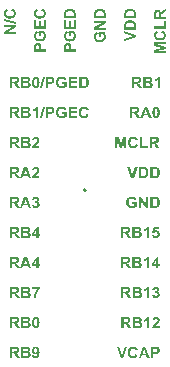
<source format=gto>
G04*
G04 #@! TF.GenerationSoftware,Altium Limited,Altium Designer,23.9.2 (47)*
G04*
G04 Layer_Color=65535*
%FSLAX44Y44*%
%MOMM*%
G71*
G04*
G04 #@! TF.SameCoordinates,EBCB506E-6E98-4729-9E24-7AD58DD85887*
G04*
G04*
G04 #@! TF.FilePolarity,Positive*
G04*
G01*
G75*
%ADD10C,0.2000*%
G36*
X152234Y67824D02*
X152227Y67817D01*
X152199Y67789D01*
X152157Y67741D01*
X152102Y67678D01*
X152025Y67602D01*
X151942Y67505D01*
X151845Y67394D01*
X151741Y67262D01*
X151623Y67110D01*
X151498Y66950D01*
X151374Y66770D01*
X151235Y66569D01*
X151089Y66354D01*
X150944Y66125D01*
X150798Y65882D01*
X150646Y65619D01*
Y65612D01*
X150639Y65605D01*
X150625Y65584D01*
X150611Y65556D01*
X150590Y65522D01*
X150569Y65473D01*
X150542Y65425D01*
X150514Y65369D01*
X150444Y65237D01*
X150368Y65078D01*
X150285Y64898D01*
X150188Y64696D01*
X150091Y64482D01*
X149994Y64246D01*
X149890Y63989D01*
X149786Y63726D01*
X149689Y63448D01*
X149592Y63164D01*
X149501Y62866D01*
X149418Y62568D01*
Y62561D01*
X149411Y62547D01*
Y62526D01*
X149397Y62498D01*
X149390Y62457D01*
X149384Y62408D01*
X149370Y62360D01*
X149356Y62297D01*
X149321Y62159D01*
X149286Y61992D01*
X149252Y61805D01*
X149210Y61604D01*
X149176Y61389D01*
X149134Y61160D01*
X149099Y60917D01*
X149072Y60675D01*
X149044Y60425D01*
X149023Y60175D01*
X149016Y59933D01*
X149009Y59690D01*
X147234D01*
Y59697D01*
Y59711D01*
Y59738D01*
X147241Y59780D01*
Y59829D01*
Y59884D01*
X147248Y59953D01*
X147255Y60037D01*
X147262Y60120D01*
X147269Y60217D01*
X147276Y60321D01*
X147289Y60432D01*
X147303Y60550D01*
X147317Y60675D01*
X147352Y60945D01*
X147400Y61236D01*
X147449Y61555D01*
X147518Y61888D01*
X147595Y62242D01*
X147692Y62602D01*
X147796Y62977D01*
X147914Y63358D01*
X148052Y63747D01*
Y63753D01*
X148059Y63767D01*
X148073Y63802D01*
X148087Y63837D01*
X148108Y63892D01*
X148135Y63948D01*
X148163Y64017D01*
X148191Y64093D01*
X148232Y64183D01*
X148274Y64280D01*
X148316Y64377D01*
X148364Y64489D01*
X148475Y64724D01*
X148600Y64988D01*
X148746Y65265D01*
X148898Y65563D01*
X149072Y65868D01*
X149252Y66187D01*
X149453Y66506D01*
X149661Y66825D01*
X149890Y67144D01*
X150126Y67456D01*
X145944D01*
Y69162D01*
X152234D01*
Y67824D01*
D02*
G37*
G36*
X140903Y69280D02*
X141021D01*
X141153Y69273D01*
X141430Y69266D01*
X141707Y69245D01*
X141846Y69238D01*
X141978Y69225D01*
X142096Y69204D01*
X142207Y69190D01*
X142214D01*
X142234Y69183D01*
X142262Y69176D01*
X142304Y69169D01*
X142352Y69155D01*
X142408Y69141D01*
X142470Y69127D01*
X142547Y69107D01*
X142699Y69051D01*
X142865Y68982D01*
X143039Y68892D01*
X143212Y68788D01*
X143219D01*
X143233Y68774D01*
X143254Y68760D01*
X143288Y68732D01*
X143365Y68670D01*
X143469Y68580D01*
X143587Y68462D01*
X143711Y68323D01*
X143829Y68170D01*
X143947Y67990D01*
X143954Y67983D01*
X143961Y67969D01*
X143975Y67942D01*
X143996Y67900D01*
X144017Y67859D01*
X144044Y67803D01*
X144072Y67734D01*
X144100Y67664D01*
X144128Y67581D01*
X144148Y67498D01*
X144197Y67304D01*
X144232Y67096D01*
X144245Y66985D01*
Y66867D01*
Y66860D01*
Y66839D01*
Y66804D01*
X144238Y66756D01*
X144232Y66694D01*
X144225Y66624D01*
X144218Y66548D01*
X144197Y66458D01*
X144155Y66271D01*
X144093Y66062D01*
X144051Y65958D01*
X144003Y65848D01*
X143940Y65737D01*
X143878Y65633D01*
X143871Y65626D01*
X143864Y65605D01*
X143843Y65577D01*
X143815Y65542D01*
X143774Y65494D01*
X143732Y65438D01*
X143677Y65383D01*
X143621Y65314D01*
X143552Y65251D01*
X143483Y65182D01*
X143316Y65036D01*
X143122Y64904D01*
X142900Y64787D01*
X142907D01*
X142942Y64773D01*
X142983Y64759D01*
X143046Y64738D01*
X143115Y64710D01*
X143198Y64676D01*
X143295Y64634D01*
X143399Y64585D01*
X143503Y64530D01*
X143614Y64468D01*
X143725Y64391D01*
X143836Y64315D01*
X143947Y64232D01*
X144051Y64135D01*
X144155Y64031D01*
X144245Y63920D01*
X144252Y63913D01*
X144266Y63892D01*
X144287Y63857D01*
X144322Y63809D01*
X144356Y63753D01*
X144398Y63684D01*
X144439Y63601D01*
X144481Y63511D01*
X144523Y63407D01*
X144571Y63296D01*
X144606Y63178D01*
X144641Y63046D01*
X144675Y62914D01*
X144696Y62769D01*
X144710Y62623D01*
X144717Y62471D01*
Y62464D01*
Y62443D01*
Y62408D01*
X144710Y62360D01*
Y62297D01*
X144703Y62235D01*
X144689Y62152D01*
X144682Y62068D01*
X144661Y61971D01*
X144641Y61874D01*
X144585Y61659D01*
X144516Y61431D01*
X144467Y61313D01*
X144412Y61195D01*
Y61188D01*
X144398Y61167D01*
X144377Y61132D01*
X144356Y61091D01*
X144329Y61042D01*
X144287Y60980D01*
X144197Y60841D01*
X144072Y60682D01*
X143933Y60515D01*
X143767Y60356D01*
X143580Y60203D01*
X143573Y60196D01*
X143559Y60189D01*
X143524Y60168D01*
X143483Y60148D01*
X143434Y60113D01*
X143372Y60085D01*
X143302Y60044D01*
X143219Y60009D01*
X143129Y59967D01*
X143032Y59933D01*
X142921Y59891D01*
X142810Y59856D01*
X142685Y59822D01*
X142553Y59794D01*
X142276Y59752D01*
X142255D01*
X142221Y59745D01*
X142172D01*
X142110Y59738D01*
X142026Y59732D01*
X141929D01*
X141805Y59725D01*
X141659Y59718D01*
X141493Y59711D01*
X141305D01*
X141090Y59704D01*
X140972D01*
X140848Y59697D01*
X140570D01*
X140425Y59690D01*
X136680D01*
Y69287D01*
X140799D01*
X140903Y69280D01*
D02*
G37*
G36*
X131320D02*
X131452D01*
X131597Y69273D01*
X131757Y69266D01*
X131930Y69252D01*
X132111Y69238D01*
X132291Y69225D01*
X132665Y69176D01*
X132839Y69148D01*
X133005Y69114D01*
X133165Y69072D01*
X133303Y69023D01*
X133310D01*
X133331Y69010D01*
X133372Y68996D01*
X133421Y68975D01*
X133476Y68947D01*
X133546Y68906D01*
X133622Y68864D01*
X133705Y68815D01*
X133795Y68753D01*
X133886Y68684D01*
X133976Y68607D01*
X134073Y68524D01*
X134163Y68434D01*
X134253Y68330D01*
X134336Y68219D01*
X134420Y68101D01*
X134426Y68094D01*
X134440Y68073D01*
X134461Y68032D01*
X134489Y67983D01*
X134517Y67921D01*
X134551Y67852D01*
X134593Y67761D01*
X134635Y67664D01*
X134669Y67560D01*
X134711Y67442D01*
X134746Y67318D01*
X134780Y67186D01*
X134801Y67047D01*
X134822Y66902D01*
X134836Y66756D01*
X134843Y66596D01*
Y66583D01*
Y66548D01*
X134836Y66493D01*
Y66416D01*
X134822Y66326D01*
X134808Y66215D01*
X134787Y66097D01*
X134766Y65965D01*
X134732Y65827D01*
X134690Y65681D01*
X134635Y65535D01*
X134572Y65383D01*
X134503Y65237D01*
X134413Y65085D01*
X134316Y64946D01*
X134205Y64807D01*
X134198Y64801D01*
X134177Y64780D01*
X134135Y64745D01*
X134087Y64696D01*
X134017Y64641D01*
X133941Y64579D01*
X133844Y64509D01*
X133733Y64433D01*
X133601Y64357D01*
X133463Y64287D01*
X133310Y64211D01*
X133137Y64142D01*
X132949Y64072D01*
X132748Y64017D01*
X132534Y63968D01*
X132305Y63927D01*
X132312Y63920D01*
X132332Y63913D01*
X132367Y63892D01*
X132409Y63864D01*
X132464Y63830D01*
X132527Y63788D01*
X132596Y63740D01*
X132672Y63691D01*
X132839Y63566D01*
X133012Y63428D01*
X133185Y63275D01*
X133345Y63116D01*
X133352Y63109D01*
X133366Y63095D01*
X133386Y63067D01*
X133421Y63032D01*
X133463Y62984D01*
X133511Y62921D01*
X133567Y62845D01*
X133636Y62755D01*
X133712Y62658D01*
X133795Y62547D01*
X133886Y62415D01*
X133983Y62277D01*
X134087Y62117D01*
X134198Y61950D01*
X134323Y61763D01*
X134447Y61562D01*
X135619Y59690D01*
X133296D01*
X131903Y61777D01*
X131896Y61791D01*
X131868Y61826D01*
X131833Y61881D01*
X131785Y61958D01*
X131722Y62048D01*
X131653Y62145D01*
X131577Y62256D01*
X131493Y62373D01*
X131320Y62609D01*
X131237Y62727D01*
X131154Y62845D01*
X131077Y62949D01*
X131001Y63039D01*
X130932Y63122D01*
X130876Y63185D01*
X130862Y63199D01*
X130828Y63233D01*
X130772Y63282D01*
X130703Y63344D01*
X130613Y63414D01*
X130516Y63476D01*
X130412Y63538D01*
X130294Y63587D01*
X130280Y63594D01*
X130259Y63601D01*
X130238Y63608D01*
X130204Y63615D01*
X130162Y63622D01*
X130113Y63636D01*
X130058Y63643D01*
X129996Y63656D01*
X129926Y63663D01*
X129843Y63670D01*
X129753Y63684D01*
X129663Y63691D01*
X129559D01*
X129441Y63698D01*
X128935D01*
Y59690D01*
X127000D01*
Y69287D01*
X131216D01*
X131320Y69280D01*
D02*
G37*
G36*
X151332Y88626D02*
X152525D01*
Y87018D01*
X151332D01*
Y85090D01*
X149550D01*
Y87018D01*
X145625D01*
Y88619D01*
X149786Y94722D01*
X151332D01*
Y88626D01*
D02*
G37*
G36*
X145320Y85090D02*
X143212D01*
X142380Y87267D01*
X138539D01*
X137748Y85090D01*
X135695D01*
X139419Y94687D01*
X141479D01*
X145320Y85090D01*
D02*
G37*
G36*
X131320Y94680D02*
X131452D01*
X131597Y94673D01*
X131757Y94666D01*
X131930Y94652D01*
X132111Y94638D01*
X132291Y94625D01*
X132665Y94576D01*
X132839Y94548D01*
X133005Y94514D01*
X133165Y94472D01*
X133303Y94423D01*
X133310D01*
X133331Y94410D01*
X133372Y94396D01*
X133421Y94375D01*
X133476Y94347D01*
X133546Y94306D01*
X133622Y94264D01*
X133705Y94215D01*
X133795Y94153D01*
X133886Y94084D01*
X133976Y94007D01*
X134073Y93924D01*
X134163Y93834D01*
X134253Y93730D01*
X134336Y93619D01*
X134420Y93501D01*
X134426Y93494D01*
X134440Y93473D01*
X134461Y93432D01*
X134489Y93383D01*
X134517Y93321D01*
X134551Y93252D01*
X134593Y93161D01*
X134635Y93064D01*
X134669Y92960D01*
X134711Y92842D01*
X134746Y92718D01*
X134780Y92586D01*
X134801Y92447D01*
X134822Y92302D01*
X134836Y92156D01*
X134843Y91996D01*
Y91983D01*
Y91948D01*
X134836Y91892D01*
Y91816D01*
X134822Y91726D01*
X134808Y91615D01*
X134787Y91497D01*
X134766Y91365D01*
X134732Y91227D01*
X134690Y91081D01*
X134635Y90935D01*
X134572Y90783D01*
X134503Y90637D01*
X134413Y90485D01*
X134316Y90346D01*
X134205Y90207D01*
X134198Y90201D01*
X134177Y90180D01*
X134135Y90145D01*
X134087Y90097D01*
X134017Y90041D01*
X133941Y89979D01*
X133844Y89909D01*
X133733Y89833D01*
X133601Y89757D01*
X133463Y89687D01*
X133310Y89611D01*
X133137Y89542D01*
X132949Y89472D01*
X132748Y89417D01*
X132534Y89368D01*
X132305Y89327D01*
X132312Y89320D01*
X132332Y89313D01*
X132367Y89292D01*
X132409Y89264D01*
X132464Y89230D01*
X132527Y89188D01*
X132596Y89140D01*
X132672Y89091D01*
X132839Y88966D01*
X133012Y88827D01*
X133185Y88675D01*
X133345Y88516D01*
X133352Y88509D01*
X133366Y88495D01*
X133386Y88467D01*
X133421Y88432D01*
X133463Y88384D01*
X133511Y88321D01*
X133567Y88245D01*
X133636Y88155D01*
X133712Y88058D01*
X133795Y87947D01*
X133886Y87815D01*
X133983Y87676D01*
X134087Y87517D01*
X134198Y87351D01*
X134323Y87163D01*
X134447Y86962D01*
X135619Y85090D01*
X133296D01*
X131903Y87177D01*
X131896Y87191D01*
X131868Y87226D01*
X131833Y87281D01*
X131785Y87358D01*
X131722Y87448D01*
X131653Y87545D01*
X131577Y87656D01*
X131493Y87774D01*
X131320Y88009D01*
X131237Y88127D01*
X131154Y88245D01*
X131077Y88349D01*
X131001Y88439D01*
X130932Y88522D01*
X130876Y88585D01*
X130862Y88599D01*
X130828Y88633D01*
X130772Y88682D01*
X130703Y88744D01*
X130613Y88814D01*
X130516Y88876D01*
X130412Y88939D01*
X130294Y88987D01*
X130280Y88994D01*
X130259Y89001D01*
X130238Y89008D01*
X130204Y89015D01*
X130162Y89022D01*
X130113Y89036D01*
X130058Y89043D01*
X129996Y89056D01*
X129926Y89063D01*
X129843Y89070D01*
X129753Y89084D01*
X129663Y89091D01*
X129559D01*
X129441Y89098D01*
X128935D01*
Y85090D01*
X127000D01*
Y94687D01*
X131216D01*
X131320Y94680D01*
D02*
G37*
G36*
X171074Y222006D02*
X171129D01*
X171192Y221999D01*
X171344Y221992D01*
X171518Y221971D01*
X171712Y221950D01*
X171920Y221916D01*
X172135Y221881D01*
X172363Y221826D01*
X172599Y221770D01*
X172828Y221694D01*
X173057Y221611D01*
X173279Y221507D01*
X173494Y221389D01*
X173688Y221257D01*
X173702Y221250D01*
X173730Y221222D01*
X173785Y221181D01*
X173848Y221118D01*
X173931Y221042D01*
X174021Y220952D01*
X174125Y220841D01*
X174229Y220716D01*
X174340Y220578D01*
X174444Y220425D01*
X174555Y220252D01*
X174659Y220071D01*
X174756Y219870D01*
X174846Y219655D01*
X174922Y219433D01*
X174985Y219191D01*
X173064Y218830D01*
Y218837D01*
X173057Y218858D01*
X173043Y218899D01*
X173022Y218948D01*
X173001Y219003D01*
X172967Y219073D01*
X172932Y219149D01*
X172890Y219232D01*
X172842Y219315D01*
X172787Y219406D01*
X172724Y219503D01*
X172655Y219593D01*
X172572Y219683D01*
X172488Y219773D01*
X172398Y219863D01*
X172294Y219939D01*
X172287Y219946D01*
X172267Y219960D01*
X172239Y219981D01*
X172197Y220002D01*
X172142Y220037D01*
X172072Y220071D01*
X171996Y220106D01*
X171913Y220147D01*
X171816Y220189D01*
X171712Y220224D01*
X171594Y220259D01*
X171469Y220293D01*
X171344Y220314D01*
X171199Y220335D01*
X171053Y220349D01*
X170900Y220356D01*
X170845D01*
X170776Y220349D01*
X170692Y220342D01*
X170581Y220328D01*
X170457Y220314D01*
X170325Y220286D01*
X170172Y220252D01*
X170013Y220210D01*
X169853Y220154D01*
X169680Y220092D01*
X169514Y220016D01*
X169347Y219919D01*
X169188Y219815D01*
X169028Y219690D01*
X168883Y219544D01*
X168876Y219537D01*
X168848Y219510D01*
X168813Y219461D01*
X168765Y219392D01*
X168709Y219308D01*
X168647Y219205D01*
X168577Y219087D01*
X168508Y218948D01*
X168439Y218788D01*
X168369Y218608D01*
X168307Y218414D01*
X168252Y218199D01*
X168203Y217963D01*
X168168Y217714D01*
X168141Y217443D01*
X168134Y217159D01*
Y217152D01*
Y217138D01*
Y217117D01*
Y217083D01*
Y217041D01*
X168141Y216999D01*
Y216944D01*
X168148Y216882D01*
X168155Y216736D01*
X168175Y216576D01*
X168196Y216396D01*
X168231Y216202D01*
X168265Y215994D01*
X168321Y215786D01*
X168376Y215571D01*
X168453Y215363D01*
X168536Y215155D01*
X168640Y214954D01*
X168758Y214767D01*
X168890Y214600D01*
X168896Y214593D01*
X168924Y214566D01*
X168966Y214524D01*
X169028Y214468D01*
X169104Y214406D01*
X169195Y214330D01*
X169306Y214254D01*
X169423Y214177D01*
X169562Y214094D01*
X169708Y214018D01*
X169874Y213948D01*
X170054Y213879D01*
X170242Y213824D01*
X170443Y213782D01*
X170658Y213754D01*
X170880Y213747D01*
X170942D01*
X170984Y213754D01*
X171039D01*
X171108Y213761D01*
X171178Y213768D01*
X171261Y213775D01*
X171351Y213789D01*
X171448Y213803D01*
X171649Y213844D01*
X171871Y213907D01*
X172100Y213983D01*
X172107D01*
X172128Y213997D01*
X172162Y214004D01*
X172204Y214025D01*
X172253Y214045D01*
X172315Y214073D01*
X172384Y214108D01*
X172461Y214142D01*
X172627Y214226D01*
X172800Y214323D01*
X172981Y214434D01*
X173154Y214559D01*
Y215779D01*
X170935D01*
Y217402D01*
X175110D01*
Y213574D01*
X175103Y213567D01*
X175082Y213546D01*
X175047Y213518D01*
X174998Y213477D01*
X174936Y213421D01*
X174853Y213366D01*
X174763Y213297D01*
X174659Y213220D01*
X174541Y213144D01*
X174409Y213061D01*
X174263Y212978D01*
X174104Y212887D01*
X173938Y212797D01*
X173750Y212707D01*
X173549Y212617D01*
X173341Y212534D01*
X173327Y212527D01*
X173293Y212513D01*
X173230Y212492D01*
X173140Y212464D01*
X173036Y212430D01*
X172911Y212395D01*
X172773Y212353D01*
X172620Y212312D01*
X172447Y212270D01*
X172267Y212229D01*
X172072Y212194D01*
X171871Y212159D01*
X171663Y212132D01*
X171448Y212111D01*
X171226Y212097D01*
X171004Y212090D01*
X170900D01*
X170859Y212097D01*
X170755D01*
X170623Y212111D01*
X170471Y212125D01*
X170297Y212146D01*
X170110Y212166D01*
X169909Y212201D01*
X169701Y212243D01*
X169486Y212298D01*
X169264Y212353D01*
X169035Y212430D01*
X168813Y212513D01*
X168591Y212610D01*
X168376Y212721D01*
X168363Y212728D01*
X168328Y212749D01*
X168272Y212790D01*
X168196Y212839D01*
X168099Y212901D01*
X167995Y212985D01*
X167877Y213075D01*
X167745Y213186D01*
X167614Y213304D01*
X167475Y213435D01*
X167336Y213588D01*
X167198Y213747D01*
X167059Y213921D01*
X166934Y214108D01*
X166809Y214309D01*
X166698Y214524D01*
X166691Y214538D01*
X166677Y214579D01*
X166650Y214642D01*
X166608Y214732D01*
X166567Y214843D01*
X166518Y214968D01*
X166469Y215120D01*
X166421Y215287D01*
X166366Y215467D01*
X166317Y215668D01*
X166268Y215876D01*
X166227Y216098D01*
X166192Y216334D01*
X166164Y216576D01*
X166144Y216826D01*
X166137Y217083D01*
Y217090D01*
Y217097D01*
Y217124D01*
Y217152D01*
Y217187D01*
X166144Y217228D01*
Y217332D01*
X166157Y217464D01*
X166171Y217617D01*
X166192Y217790D01*
X166213Y217977D01*
X166248Y218178D01*
X166289Y218393D01*
X166338Y218615D01*
X166400Y218837D01*
X166469Y219066D01*
X166553Y219295D01*
X166650Y219524D01*
X166761Y219745D01*
X166768Y219759D01*
X166788Y219794D01*
X166830Y219856D01*
X166879Y219939D01*
X166941Y220037D01*
X167024Y220147D01*
X167121Y220272D01*
X167225Y220404D01*
X167350Y220550D01*
X167489Y220695D01*
X167634Y220841D01*
X167801Y220993D01*
X167981Y221139D01*
X168175Y221278D01*
X168376Y221410D01*
X168598Y221534D01*
X168612Y221541D01*
X168640Y221555D01*
X168695Y221576D01*
X168765Y221611D01*
X168855Y221645D01*
X168966Y221687D01*
X169091Y221728D01*
X169229Y221777D01*
X169389Y221819D01*
X169569Y221860D01*
X169756Y221902D01*
X169957Y221937D01*
X170172Y221971D01*
X170408Y221992D01*
X170651Y222006D01*
X170900Y222013D01*
X171018D01*
X171074Y222006D01*
D02*
G37*
G36*
X190101D02*
X190150D01*
X190212Y221999D01*
X190275D01*
X190427Y221978D01*
X190593Y221957D01*
X190788Y221923D01*
X190996Y221881D01*
X191218Y221826D01*
X191453Y221756D01*
X191689Y221673D01*
X191932Y221569D01*
X192168Y221451D01*
X192403Y221313D01*
X192625Y221153D01*
X192840Y220966D01*
X192847Y220959D01*
X192868Y220938D01*
X192903Y220903D01*
X192944Y220855D01*
X193000Y220792D01*
X193062Y220709D01*
X193132Y220619D01*
X193208Y220515D01*
X193284Y220397D01*
X193367Y220265D01*
X193450Y220120D01*
X193534Y219967D01*
X193610Y219794D01*
X193686Y219614D01*
X193762Y219412D01*
X193825Y219205D01*
X191904Y218747D01*
Y218754D01*
X191897Y218782D01*
X191883Y218816D01*
X191869Y218872D01*
X191849Y218934D01*
X191821Y219003D01*
X191786Y219087D01*
X191752Y219170D01*
X191654Y219357D01*
X191592Y219454D01*
X191530Y219551D01*
X191460Y219648D01*
X191377Y219745D01*
X191287Y219835D01*
X191190Y219919D01*
X191183Y219926D01*
X191169Y219939D01*
X191134Y219960D01*
X191093Y219988D01*
X191044Y220023D01*
X190982Y220057D01*
X190906Y220099D01*
X190829Y220141D01*
X190732Y220175D01*
X190635Y220217D01*
X190524Y220252D01*
X190413Y220286D01*
X190288Y220314D01*
X190157Y220335D01*
X190025Y220349D01*
X189879Y220356D01*
X189831D01*
X189775Y220349D01*
X189706Y220342D01*
X189616Y220335D01*
X189512Y220314D01*
X189394Y220293D01*
X189269Y220259D01*
X189130Y220217D01*
X188992Y220168D01*
X188846Y220106D01*
X188701Y220030D01*
X188562Y219939D01*
X188416Y219842D01*
X188284Y219725D01*
X188153Y219586D01*
X188146Y219579D01*
X188125Y219551D01*
X188090Y219503D01*
X188049Y219440D01*
X188000Y219357D01*
X187945Y219253D01*
X187882Y219135D01*
X187827Y218990D01*
X187764Y218830D01*
X187702Y218643D01*
X187647Y218442D01*
X187598Y218220D01*
X187556Y217970D01*
X187522Y217707D01*
X187501Y217416D01*
X187494Y217103D01*
Y217097D01*
Y217083D01*
Y217055D01*
Y217027D01*
Y216979D01*
X187501Y216930D01*
Y216875D01*
X187508Y216805D01*
X187515Y216660D01*
X187529Y216486D01*
X187549Y216299D01*
X187577Y216098D01*
X187612Y215890D01*
X187653Y215675D01*
X187709Y215460D01*
X187771Y215245D01*
X187841Y215044D01*
X187931Y214850D01*
X188028Y214676D01*
X188146Y214517D01*
X188153Y214510D01*
X188174Y214482D01*
X188215Y214448D01*
X188264Y214399D01*
X188326Y214337D01*
X188409Y214274D01*
X188499Y214205D01*
X188603Y214136D01*
X188721Y214059D01*
X188846Y213990D01*
X188985Y213928D01*
X189137Y213865D01*
X189297Y213817D01*
X189470Y213782D01*
X189650Y213754D01*
X189845Y213747D01*
X189921D01*
X189976Y213754D01*
X190039Y213761D01*
X190115Y213775D01*
X190205Y213789D01*
X190302Y213810D01*
X190399Y213831D01*
X190503Y213865D01*
X190614Y213907D01*
X190725Y213955D01*
X190843Y214011D01*
X190954Y214073D01*
X191065Y214149D01*
X191169Y214233D01*
X191176Y214240D01*
X191197Y214254D01*
X191225Y214288D01*
X191259Y214330D01*
X191308Y214378D01*
X191363Y214448D01*
X191419Y214524D01*
X191481Y214614D01*
X191544Y214711D01*
X191613Y214829D01*
X191682Y214954D01*
X191745Y215093D01*
X191807Y215252D01*
X191869Y215411D01*
X191925Y215592D01*
X191973Y215786D01*
X193853Y215190D01*
Y215183D01*
X193846Y215169D01*
X193839Y215148D01*
X193832Y215120D01*
X193818Y215086D01*
X193804Y215037D01*
X193769Y214933D01*
X193721Y214801D01*
X193659Y214649D01*
X193589Y214482D01*
X193506Y214309D01*
X193416Y214122D01*
X193312Y213928D01*
X193194Y213733D01*
X193062Y213539D01*
X192917Y213352D01*
X192764Y213172D01*
X192591Y213005D01*
X192410Y212853D01*
X192396Y212846D01*
X192362Y212818D01*
X192306Y212783D01*
X192230Y212735D01*
X192133Y212679D01*
X192015Y212610D01*
X191876Y212541D01*
X191717Y212471D01*
X191544Y212402D01*
X191349Y212333D01*
X191141Y212270D01*
X190912Y212208D01*
X190677Y212159D01*
X190420Y212125D01*
X190150Y212097D01*
X189865Y212090D01*
X189782D01*
X189734Y212097D01*
X189678D01*
X189616Y212104D01*
X189547Y212111D01*
X189470Y212118D01*
X189387Y212132D01*
X189193Y212159D01*
X188985Y212201D01*
X188756Y212256D01*
X188513Y212319D01*
X188257Y212409D01*
X188000Y212513D01*
X187730Y212638D01*
X187473Y212790D01*
X187210Y212964D01*
X187085Y213061D01*
X186960Y213165D01*
X186842Y213276D01*
X186724Y213394D01*
Y213401D01*
X186710Y213407D01*
X186696Y213428D01*
X186669Y213456D01*
X186641Y213491D01*
X186613Y213532D01*
X186572Y213581D01*
X186530Y213636D01*
X186488Y213699D01*
X186440Y213768D01*
X186391Y213844D01*
X186336Y213928D01*
X186225Y214115D01*
X186114Y214330D01*
X185996Y214572D01*
X185885Y214836D01*
X185781Y215134D01*
X185691Y215453D01*
X185608Y215793D01*
X185552Y216160D01*
X185511Y216549D01*
X185504Y216757D01*
X185497Y216965D01*
Y216972D01*
Y216992D01*
Y217027D01*
Y217069D01*
X185504Y217124D01*
Y217194D01*
X185511Y217270D01*
X185518Y217360D01*
X185525Y217457D01*
X185532Y217561D01*
X185546Y217672D01*
X185559Y217790D01*
X185601Y218046D01*
X185650Y218324D01*
X185719Y218622D01*
X185795Y218927D01*
X185899Y219232D01*
X186017Y219544D01*
X186163Y219849D01*
X186322Y220141D01*
X186516Y220425D01*
X186620Y220557D01*
X186731Y220681D01*
X186738Y220688D01*
X186745Y220695D01*
X186766Y220716D01*
X186787Y220737D01*
X186856Y220806D01*
X186953Y220889D01*
X187078Y220993D01*
X187230Y221105D01*
X187404Y221222D01*
X187598Y221347D01*
X187820Y221472D01*
X188069Y221590D01*
X188333Y221708D01*
X188624Y221805D01*
X188936Y221888D01*
X189262Y221957D01*
X189616Y221999D01*
X189796Y222006D01*
X189983Y222013D01*
X190060D01*
X190101Y222006D01*
D02*
G37*
G36*
X184013Y220231D02*
X178833D01*
Y218102D01*
X183652D01*
Y216479D01*
X178833D01*
Y213879D01*
X184193D01*
Y212256D01*
X176898D01*
Y221853D01*
X184013D01*
Y220231D01*
D02*
G37*
G36*
X161061Y221846D02*
X161220D01*
X161394Y221840D01*
X161581Y221833D01*
X161969Y221819D01*
X162163Y221805D01*
X162351Y221791D01*
X162524Y221777D01*
X162683Y221756D01*
X162822Y221735D01*
X162878Y221722D01*
X162933Y221708D01*
X162940D01*
X162968Y221694D01*
X163016Y221680D01*
X163072Y221666D01*
X163141Y221638D01*
X163224Y221604D01*
X163314Y221562D01*
X163418Y221507D01*
X163522Y221451D01*
X163633Y221382D01*
X163744Y221306D01*
X163862Y221222D01*
X163980Y221125D01*
X164098Y221014D01*
X164209Y220896D01*
X164313Y220765D01*
X164320Y220758D01*
X164341Y220730D01*
X164368Y220688D01*
X164403Y220633D01*
X164445Y220564D01*
X164493Y220473D01*
X164542Y220376D01*
X164597Y220259D01*
X164646Y220134D01*
X164694Y219995D01*
X164743Y219842D01*
X164785Y219676D01*
X164826Y219496D01*
X164854Y219308D01*
X164868Y219107D01*
X164875Y218899D01*
Y218892D01*
Y218858D01*
Y218816D01*
X164868Y218754D01*
Y218678D01*
X164861Y218587D01*
X164847Y218490D01*
X164833Y218379D01*
X164819Y218268D01*
X164798Y218144D01*
X164736Y217894D01*
X164660Y217644D01*
X164604Y217526D01*
X164549Y217409D01*
X164542Y217402D01*
X164535Y217381D01*
X164514Y217353D01*
X164493Y217311D01*
X164459Y217263D01*
X164424Y217201D01*
X164327Y217069D01*
X164209Y216916D01*
X164070Y216757D01*
X163911Y216604D01*
X163737Y216465D01*
X163731Y216458D01*
X163717Y216452D01*
X163689Y216431D01*
X163654Y216410D01*
X163606Y216382D01*
X163557Y216348D01*
X163495Y216313D01*
X163425Y216278D01*
X163273Y216202D01*
X163106Y216126D01*
X162926Y216056D01*
X162732Y216008D01*
X162725D01*
X162697Y216001D01*
X162663Y215994D01*
X162600Y215987D01*
X162531Y215980D01*
X162441Y215966D01*
X162344Y215952D01*
X162219Y215945D01*
X162087Y215931D01*
X161941Y215918D01*
X161775Y215904D01*
X161595Y215897D01*
X161401Y215890D01*
X161192Y215883D01*
X160964Y215876D01*
X159466D01*
Y212256D01*
X157531D01*
Y221853D01*
X160915D01*
X161061Y221846D01*
D02*
G37*
G36*
X150653Y212256D02*
X148815D01*
Y219184D01*
X148801Y219170D01*
X148766Y219142D01*
X148711Y219093D01*
X148635Y219031D01*
X148538Y218955D01*
X148420Y218865D01*
X148288Y218761D01*
X148135Y218657D01*
X147969Y218546D01*
X147789Y218428D01*
X147595Y218310D01*
X147387Y218199D01*
X147165Y218088D01*
X146929Y217977D01*
X146686Y217880D01*
X146437Y217790D01*
Y219461D01*
X146444D01*
X146471Y219475D01*
X146506Y219489D01*
X146561Y219510D01*
X146631Y219537D01*
X146707Y219565D01*
X146797Y219607D01*
X146901Y219655D01*
X147012Y219718D01*
X147130Y219780D01*
X147262Y219849D01*
X147394Y219933D01*
X147539Y220023D01*
X147685Y220120D01*
X147837Y220231D01*
X147997Y220349D01*
X148004Y220356D01*
X148031Y220376D01*
X148080Y220418D01*
X148135Y220466D01*
X148205Y220529D01*
X148281Y220605D01*
X148364Y220688D01*
X148461Y220786D01*
X148552Y220896D01*
X148649Y221014D01*
X148746Y221139D01*
X148843Y221278D01*
X148933Y221416D01*
X149016Y221569D01*
X149092Y221728D01*
X149155Y221888D01*
X150653D01*
Y212256D01*
D02*
G37*
G36*
X140903Y221846D02*
X141021D01*
X141153Y221840D01*
X141430Y221833D01*
X141707Y221812D01*
X141846Y221805D01*
X141978Y221791D01*
X142096Y221770D01*
X142207Y221756D01*
X142214D01*
X142234Y221749D01*
X142262Y221742D01*
X142304Y221735D01*
X142352Y221722D01*
X142408Y221708D01*
X142470Y221694D01*
X142547Y221673D01*
X142699Y221618D01*
X142865Y221548D01*
X143039Y221458D01*
X143212Y221354D01*
X143219D01*
X143233Y221340D01*
X143254Y221326D01*
X143288Y221299D01*
X143365Y221236D01*
X143469Y221146D01*
X143587Y221028D01*
X143711Y220889D01*
X143829Y220737D01*
X143947Y220557D01*
X143954Y220550D01*
X143961Y220536D01*
X143975Y220508D01*
X143996Y220466D01*
X144017Y220425D01*
X144044Y220369D01*
X144072Y220300D01*
X144100Y220231D01*
X144128Y220147D01*
X144148Y220064D01*
X144197Y219870D01*
X144232Y219662D01*
X144245Y219551D01*
Y219433D01*
Y219426D01*
Y219406D01*
Y219371D01*
X144238Y219322D01*
X144232Y219260D01*
X144225Y219191D01*
X144218Y219114D01*
X144197Y219024D01*
X144155Y218837D01*
X144093Y218629D01*
X144051Y218525D01*
X144003Y218414D01*
X143940Y218303D01*
X143878Y218199D01*
X143871Y218192D01*
X143864Y218171D01*
X143843Y218144D01*
X143815Y218109D01*
X143774Y218060D01*
X143732Y218005D01*
X143677Y217949D01*
X143621Y217880D01*
X143552Y217818D01*
X143483Y217748D01*
X143316Y217603D01*
X143122Y217471D01*
X142900Y217353D01*
X142907D01*
X142942Y217339D01*
X142983Y217325D01*
X143046Y217304D01*
X143115Y217277D01*
X143198Y217242D01*
X143295Y217201D01*
X143399Y217152D01*
X143503Y217097D01*
X143614Y217034D01*
X143725Y216958D01*
X143836Y216882D01*
X143947Y216798D01*
X144051Y216701D01*
X144155Y216597D01*
X144245Y216486D01*
X144252Y216479D01*
X144266Y216458D01*
X144287Y216424D01*
X144322Y216375D01*
X144356Y216320D01*
X144398Y216250D01*
X144439Y216167D01*
X144481Y216077D01*
X144523Y215973D01*
X144571Y215862D01*
X144606Y215744D01*
X144641Y215613D01*
X144675Y215481D01*
X144696Y215335D01*
X144710Y215190D01*
X144717Y215037D01*
Y215030D01*
Y215009D01*
Y214975D01*
X144710Y214926D01*
Y214864D01*
X144703Y214801D01*
X144689Y214718D01*
X144682Y214635D01*
X144661Y214538D01*
X144641Y214441D01*
X144585Y214226D01*
X144516Y213997D01*
X144467Y213879D01*
X144412Y213761D01*
Y213754D01*
X144398Y213733D01*
X144377Y213699D01*
X144356Y213657D01*
X144329Y213609D01*
X144287Y213546D01*
X144197Y213407D01*
X144072Y213248D01*
X143933Y213082D01*
X143767Y212922D01*
X143580Y212770D01*
X143573Y212763D01*
X143559Y212756D01*
X143524Y212735D01*
X143483Y212714D01*
X143434Y212679D01*
X143372Y212652D01*
X143302Y212610D01*
X143219Y212575D01*
X143129Y212534D01*
X143032Y212499D01*
X142921Y212458D01*
X142810Y212423D01*
X142685Y212388D01*
X142553Y212360D01*
X142276Y212319D01*
X142255D01*
X142221Y212312D01*
X142172D01*
X142110Y212305D01*
X142026Y212298D01*
X141929D01*
X141805Y212291D01*
X141659Y212284D01*
X141493Y212277D01*
X141305D01*
X141090Y212270D01*
X140972D01*
X140848Y212263D01*
X140570D01*
X140425Y212256D01*
X136680D01*
Y221853D01*
X140799D01*
X140903Y221846D01*
D02*
G37*
G36*
X131320D02*
X131452D01*
X131597Y221840D01*
X131757Y221833D01*
X131930Y221819D01*
X132111Y221805D01*
X132291Y221791D01*
X132665Y221742D01*
X132839Y221715D01*
X133005Y221680D01*
X133165Y221638D01*
X133303Y221590D01*
X133310D01*
X133331Y221576D01*
X133372Y221562D01*
X133421Y221541D01*
X133476Y221514D01*
X133546Y221472D01*
X133622Y221430D01*
X133705Y221382D01*
X133795Y221319D01*
X133886Y221250D01*
X133976Y221174D01*
X134073Y221091D01*
X134163Y221000D01*
X134253Y220896D01*
X134336Y220786D01*
X134420Y220668D01*
X134426Y220661D01*
X134440Y220640D01*
X134461Y220598D01*
X134489Y220550D01*
X134517Y220487D01*
X134551Y220418D01*
X134593Y220328D01*
X134635Y220231D01*
X134669Y220127D01*
X134711Y220009D01*
X134746Y219884D01*
X134780Y219752D01*
X134801Y219614D01*
X134822Y219468D01*
X134836Y219322D01*
X134843Y219163D01*
Y219149D01*
Y219114D01*
X134836Y219059D01*
Y218983D01*
X134822Y218892D01*
X134808Y218782D01*
X134787Y218664D01*
X134766Y218532D01*
X134732Y218393D01*
X134690Y218248D01*
X134635Y218102D01*
X134572Y217949D01*
X134503Y217804D01*
X134413Y217651D01*
X134316Y217512D01*
X134205Y217374D01*
X134198Y217367D01*
X134177Y217346D01*
X134135Y217311D01*
X134087Y217263D01*
X134017Y217207D01*
X133941Y217145D01*
X133844Y217076D01*
X133733Y216999D01*
X133601Y216923D01*
X133463Y216854D01*
X133310Y216777D01*
X133137Y216708D01*
X132949Y216639D01*
X132748Y216583D01*
X132534Y216535D01*
X132305Y216493D01*
X132312Y216486D01*
X132332Y216479D01*
X132367Y216458D01*
X132409Y216431D01*
X132464Y216396D01*
X132527Y216355D01*
X132596Y216306D01*
X132672Y216257D01*
X132839Y216133D01*
X133012Y215994D01*
X133185Y215841D01*
X133345Y215682D01*
X133352Y215675D01*
X133366Y215661D01*
X133386Y215633D01*
X133421Y215599D01*
X133463Y215550D01*
X133511Y215488D01*
X133567Y215411D01*
X133636Y215321D01*
X133712Y215224D01*
X133795Y215113D01*
X133886Y214982D01*
X133983Y214843D01*
X134087Y214683D01*
X134198Y214517D01*
X134323Y214330D01*
X134447Y214129D01*
X135619Y212256D01*
X133296D01*
X131903Y214344D01*
X131896Y214357D01*
X131868Y214392D01*
X131833Y214448D01*
X131785Y214524D01*
X131722Y214614D01*
X131653Y214711D01*
X131577Y214822D01*
X131493Y214940D01*
X131320Y215176D01*
X131237Y215294D01*
X131154Y215411D01*
X131077Y215515D01*
X131001Y215606D01*
X130932Y215689D01*
X130876Y215751D01*
X130862Y215765D01*
X130828Y215800D01*
X130772Y215848D01*
X130703Y215911D01*
X130613Y215980D01*
X130516Y216042D01*
X130412Y216105D01*
X130294Y216153D01*
X130280Y216160D01*
X130259Y216167D01*
X130238Y216174D01*
X130204Y216181D01*
X130162Y216188D01*
X130113Y216202D01*
X130058Y216209D01*
X129996Y216223D01*
X129926Y216230D01*
X129843Y216237D01*
X129753Y216250D01*
X129663Y216257D01*
X129559D01*
X129441Y216264D01*
X128935D01*
Y212256D01*
X127000D01*
Y221853D01*
X131216D01*
X131320Y221846D01*
D02*
G37*
G36*
X154161Y212090D02*
X152802D01*
X155181Y222013D01*
X156567D01*
X154161Y212090D01*
D02*
G37*
G36*
X140903Y44046D02*
X141021D01*
X141153Y44040D01*
X141430Y44033D01*
X141707Y44012D01*
X141846Y44005D01*
X141978Y43991D01*
X142096Y43970D01*
X142207Y43956D01*
X142214D01*
X142234Y43949D01*
X142262Y43942D01*
X142304Y43935D01*
X142352Y43922D01*
X142408Y43908D01*
X142470Y43894D01*
X142547Y43873D01*
X142699Y43818D01*
X142865Y43748D01*
X143039Y43658D01*
X143212Y43554D01*
X143219D01*
X143233Y43540D01*
X143254Y43526D01*
X143288Y43499D01*
X143365Y43436D01*
X143469Y43346D01*
X143587Y43228D01*
X143711Y43089D01*
X143829Y42937D01*
X143947Y42757D01*
X143954Y42750D01*
X143961Y42736D01*
X143975Y42708D01*
X143996Y42667D01*
X144017Y42625D01*
X144044Y42569D01*
X144072Y42500D01*
X144100Y42431D01*
X144128Y42347D01*
X144148Y42264D01*
X144197Y42070D01*
X144232Y41862D01*
X144245Y41751D01*
Y41633D01*
Y41626D01*
Y41606D01*
Y41571D01*
X144238Y41522D01*
X144232Y41460D01*
X144225Y41391D01*
X144218Y41314D01*
X144197Y41224D01*
X144155Y41037D01*
X144093Y40829D01*
X144051Y40725D01*
X144003Y40614D01*
X143940Y40503D01*
X143878Y40399D01*
X143871Y40392D01*
X143864Y40371D01*
X143843Y40344D01*
X143815Y40309D01*
X143774Y40260D01*
X143732Y40205D01*
X143677Y40149D01*
X143621Y40080D01*
X143552Y40018D01*
X143483Y39948D01*
X143316Y39803D01*
X143122Y39671D01*
X142900Y39553D01*
X142907D01*
X142942Y39539D01*
X142983Y39525D01*
X143046Y39504D01*
X143115Y39477D01*
X143198Y39442D01*
X143295Y39400D01*
X143399Y39352D01*
X143503Y39297D01*
X143614Y39234D01*
X143725Y39158D01*
X143836Y39081D01*
X143947Y38998D01*
X144051Y38901D01*
X144155Y38797D01*
X144245Y38686D01*
X144252Y38679D01*
X144266Y38658D01*
X144287Y38624D01*
X144322Y38575D01*
X144356Y38520D01*
X144398Y38451D01*
X144439Y38367D01*
X144481Y38277D01*
X144523Y38173D01*
X144571Y38062D01*
X144606Y37944D01*
X144641Y37813D01*
X144675Y37681D01*
X144696Y37535D01*
X144710Y37390D01*
X144717Y37237D01*
Y37230D01*
Y37209D01*
Y37175D01*
X144710Y37126D01*
Y37064D01*
X144703Y37001D01*
X144689Y36918D01*
X144682Y36835D01*
X144661Y36738D01*
X144641Y36641D01*
X144585Y36426D01*
X144516Y36197D01*
X144467Y36079D01*
X144412Y35961D01*
Y35954D01*
X144398Y35933D01*
X144377Y35899D01*
X144356Y35857D01*
X144329Y35809D01*
X144287Y35746D01*
X144197Y35608D01*
X144072Y35448D01*
X143933Y35282D01*
X143767Y35122D01*
X143580Y34970D01*
X143573Y34963D01*
X143559Y34956D01*
X143524Y34935D01*
X143483Y34914D01*
X143434Y34879D01*
X143372Y34852D01*
X143302Y34810D01*
X143219Y34775D01*
X143129Y34734D01*
X143032Y34699D01*
X142921Y34657D01*
X142810Y34623D01*
X142685Y34588D01*
X142553Y34560D01*
X142276Y34519D01*
X142255D01*
X142221Y34512D01*
X142172D01*
X142110Y34505D01*
X142026Y34498D01*
X141929D01*
X141805Y34491D01*
X141659Y34484D01*
X141493Y34477D01*
X141305D01*
X141090Y34470D01*
X140972D01*
X140848Y34463D01*
X140570D01*
X140425Y34456D01*
X136680D01*
Y44053D01*
X140799D01*
X140903Y44046D01*
D02*
G37*
G36*
X131320D02*
X131452D01*
X131597Y44040D01*
X131757Y44033D01*
X131930Y44019D01*
X132111Y44005D01*
X132291Y43991D01*
X132665Y43942D01*
X132839Y43915D01*
X133005Y43880D01*
X133165Y43838D01*
X133303Y43790D01*
X133310D01*
X133331Y43776D01*
X133372Y43762D01*
X133421Y43741D01*
X133476Y43714D01*
X133546Y43672D01*
X133622Y43630D01*
X133705Y43582D01*
X133795Y43519D01*
X133886Y43450D01*
X133976Y43374D01*
X134073Y43291D01*
X134163Y43200D01*
X134253Y43096D01*
X134336Y42986D01*
X134420Y42868D01*
X134426Y42861D01*
X134440Y42840D01*
X134461Y42798D01*
X134489Y42750D01*
X134517Y42687D01*
X134551Y42618D01*
X134593Y42528D01*
X134635Y42431D01*
X134669Y42327D01*
X134711Y42209D01*
X134746Y42084D01*
X134780Y41952D01*
X134801Y41814D01*
X134822Y41668D01*
X134836Y41522D01*
X134843Y41363D01*
Y41349D01*
Y41314D01*
X134836Y41259D01*
Y41183D01*
X134822Y41093D01*
X134808Y40981D01*
X134787Y40864D01*
X134766Y40732D01*
X134732Y40593D01*
X134690Y40448D01*
X134635Y40302D01*
X134572Y40149D01*
X134503Y40004D01*
X134413Y39851D01*
X134316Y39713D01*
X134205Y39574D01*
X134198Y39567D01*
X134177Y39546D01*
X134135Y39511D01*
X134087Y39463D01*
X134017Y39407D01*
X133941Y39345D01*
X133844Y39276D01*
X133733Y39199D01*
X133601Y39123D01*
X133463Y39054D01*
X133310Y38977D01*
X133137Y38908D01*
X132949Y38839D01*
X132748Y38783D01*
X132534Y38735D01*
X132305Y38693D01*
X132312Y38686D01*
X132332Y38679D01*
X132367Y38658D01*
X132409Y38631D01*
X132464Y38596D01*
X132527Y38554D01*
X132596Y38506D01*
X132672Y38458D01*
X132839Y38333D01*
X133012Y38194D01*
X133185Y38041D01*
X133345Y37882D01*
X133352Y37875D01*
X133366Y37861D01*
X133386Y37833D01*
X133421Y37799D01*
X133463Y37750D01*
X133511Y37688D01*
X133567Y37611D01*
X133636Y37521D01*
X133712Y37424D01*
X133795Y37313D01*
X133886Y37182D01*
X133983Y37043D01*
X134087Y36883D01*
X134198Y36717D01*
X134323Y36530D01*
X134447Y36329D01*
X135619Y34456D01*
X133296D01*
X131903Y36544D01*
X131896Y36558D01*
X131868Y36592D01*
X131833Y36648D01*
X131785Y36724D01*
X131722Y36814D01*
X131653Y36911D01*
X131577Y37022D01*
X131493Y37140D01*
X131320Y37376D01*
X131237Y37494D01*
X131154Y37611D01*
X131077Y37715D01*
X131001Y37806D01*
X130932Y37889D01*
X130876Y37951D01*
X130862Y37965D01*
X130828Y38000D01*
X130772Y38048D01*
X130703Y38111D01*
X130613Y38180D01*
X130516Y38242D01*
X130412Y38305D01*
X130294Y38353D01*
X130280Y38360D01*
X130259Y38367D01*
X130238Y38374D01*
X130204Y38381D01*
X130162Y38388D01*
X130113Y38402D01*
X130058Y38409D01*
X129996Y38423D01*
X129926Y38430D01*
X129843Y38437D01*
X129753Y38451D01*
X129663Y38458D01*
X129559D01*
X129441Y38464D01*
X128935D01*
Y34456D01*
X127000D01*
Y44053D01*
X131216D01*
X131320Y44046D01*
D02*
G37*
G36*
X149183Y44081D02*
X149280Y44074D01*
X149397Y44060D01*
X149536Y44033D01*
X149682Y44005D01*
X149848Y43963D01*
X150015Y43908D01*
X150195Y43845D01*
X150375Y43762D01*
X150555Y43665D01*
X150736Y43554D01*
X150909Y43422D01*
X151075Y43263D01*
X151228Y43089D01*
X151242Y43076D01*
X151249Y43062D01*
X151270Y43034D01*
X151291Y42999D01*
X151318Y42965D01*
X151346Y42916D01*
X151374Y42861D01*
X151408Y42805D01*
X151450Y42736D01*
X151485Y42660D01*
X151526Y42576D01*
X151568Y42479D01*
X151609Y42382D01*
X151658Y42278D01*
X151700Y42160D01*
X151741Y42035D01*
X151790Y41904D01*
X151831Y41765D01*
X151873Y41619D01*
X151915Y41460D01*
X151949Y41301D01*
X151991Y41127D01*
X152025Y40947D01*
X152053Y40753D01*
X152081Y40559D01*
X152109Y40350D01*
X152129Y40135D01*
X152150Y39914D01*
X152164Y39678D01*
X152171Y39435D01*
Y39186D01*
Y39179D01*
Y39158D01*
Y39116D01*
Y39068D01*
Y39005D01*
X152164Y38929D01*
Y38839D01*
X152157Y38742D01*
X152150Y38631D01*
X152143Y38520D01*
X152136Y38395D01*
X152123Y38263D01*
X152095Y37979D01*
X152053Y37674D01*
X152005Y37355D01*
X151942Y37029D01*
X151866Y36703D01*
X151776Y36384D01*
X151665Y36072D01*
X151540Y35781D01*
X151471Y35642D01*
X151395Y35510D01*
X151311Y35386D01*
X151228Y35268D01*
X151221Y35254D01*
X151193Y35226D01*
X151145Y35178D01*
X151082Y35115D01*
X151006Y35039D01*
X150909Y34956D01*
X150791Y34873D01*
X150660Y34782D01*
X150514Y34685D01*
X150354Y34602D01*
X150174Y34519D01*
X149980Y34443D01*
X149772Y34380D01*
X149543Y34332D01*
X149307Y34304D01*
X149051Y34290D01*
X148988D01*
X148919Y34297D01*
X148822Y34304D01*
X148697Y34325D01*
X148565Y34346D01*
X148406Y34380D01*
X148246Y34422D01*
X148066Y34484D01*
X147886Y34553D01*
X147699Y34637D01*
X147504Y34741D01*
X147317Y34866D01*
X147137Y35011D01*
X146957Y35178D01*
X146790Y35365D01*
X146783Y35379D01*
X146756Y35413D01*
X146735Y35448D01*
X146714Y35483D01*
X146686Y35524D01*
X146658Y35573D01*
X146624Y35635D01*
X146596Y35698D01*
X146554Y35774D01*
X146520Y35850D01*
X146485Y35940D01*
X146444Y36030D01*
X146402Y36135D01*
X146367Y36245D01*
X146326Y36363D01*
X146284Y36495D01*
X146242Y36627D01*
X146208Y36772D01*
X146173Y36925D01*
X146138Y37085D01*
X146104Y37258D01*
X146069Y37438D01*
X146041Y37625D01*
X146014Y37819D01*
X145993Y38028D01*
X145972Y38242D01*
X145958Y38464D01*
X145944Y38700D01*
X145937Y38943D01*
Y39199D01*
Y39206D01*
Y39227D01*
Y39269D01*
Y39317D01*
X145944Y39380D01*
Y39456D01*
Y39546D01*
X145951Y39643D01*
X145958Y39747D01*
X145965Y39865D01*
X145979Y39990D01*
X145986Y40122D01*
X146014Y40399D01*
X146055Y40704D01*
X146104Y41023D01*
X146166Y41342D01*
X146242Y41668D01*
X146333Y41994D01*
X146437Y42299D01*
X146561Y42590D01*
X146638Y42729D01*
X146707Y42861D01*
X146790Y42986D01*
X146873Y43103D01*
X146880Y43117D01*
X146908Y43145D01*
X146957Y43193D01*
X147019Y43256D01*
X147095Y43332D01*
X147192Y43415D01*
X147310Y43506D01*
X147442Y43596D01*
X147588Y43686D01*
X147747Y43776D01*
X147927Y43859D01*
X148122Y43935D01*
X148330Y43998D01*
X148558Y44046D01*
X148794Y44074D01*
X149051Y44088D01*
X149113D01*
X149183Y44081D01*
D02*
G37*
G36*
X251088Y43915D02*
X251185Y43908D01*
X251303Y43901D01*
X251441Y43880D01*
X251594Y43859D01*
X251760Y43825D01*
X251934Y43783D01*
X252121Y43734D01*
X252308Y43672D01*
X252488Y43596D01*
X252676Y43506D01*
X252856Y43408D01*
X253022Y43291D01*
X253182Y43152D01*
X253189Y43145D01*
X253216Y43117D01*
X253258Y43076D01*
X253307Y43013D01*
X253369Y42937D01*
X253438Y42854D01*
X253515Y42743D01*
X253591Y42625D01*
X253667Y42493D01*
X253743Y42354D01*
X253813Y42195D01*
X253875Y42029D01*
X253924Y41848D01*
X253965Y41654D01*
X253993Y41453D01*
X254000Y41245D01*
Y41238D01*
Y41217D01*
Y41183D01*
Y41134D01*
X253993Y41079D01*
X253986Y41009D01*
X253979Y40933D01*
X253972Y40850D01*
X253944Y40662D01*
X253903Y40455D01*
X253841Y40233D01*
X253764Y40011D01*
Y40004D01*
X253750Y39983D01*
X253736Y39955D01*
X253723Y39907D01*
X253695Y39858D01*
X253660Y39796D01*
X253626Y39720D01*
X253584Y39643D01*
X253535Y39553D01*
X253480Y39456D01*
X253355Y39248D01*
X253203Y39026D01*
X253029Y38790D01*
X253022Y38783D01*
X253015Y38770D01*
X252994Y38749D01*
X252967Y38714D01*
X252925Y38665D01*
X252877Y38610D01*
X252821Y38548D01*
X252752Y38478D01*
X252676Y38395D01*
X252585Y38305D01*
X252488Y38201D01*
X252377Y38090D01*
X252260Y37972D01*
X252128Y37847D01*
X251982Y37709D01*
X251823Y37563D01*
X251816Y37556D01*
X251788Y37528D01*
X251740Y37487D01*
X251684Y37431D01*
X251615Y37369D01*
X251531Y37299D01*
X251448Y37216D01*
X251358Y37133D01*
X251171Y36953D01*
X250984Y36779D01*
X250900Y36696D01*
X250831Y36627D01*
X250762Y36558D01*
X250713Y36502D01*
X250706Y36488D01*
X250679Y36460D01*
X250630Y36405D01*
X250581Y36342D01*
X250519Y36266D01*
X250457Y36176D01*
X250394Y36086D01*
X250339Y35996D01*
X254000D01*
Y34290D01*
X247551D01*
Y34304D01*
X247558Y34332D01*
X247565Y34387D01*
X247579Y34456D01*
X247593Y34540D01*
X247614Y34644D01*
X247634Y34755D01*
X247669Y34879D01*
X247704Y35018D01*
X247752Y35164D01*
X247801Y35309D01*
X247856Y35469D01*
X247926Y35628D01*
X248002Y35795D01*
X248085Y35954D01*
X248175Y36121D01*
X248182Y36128D01*
X248203Y36162D01*
X248238Y36211D01*
X248279Y36280D01*
X248342Y36363D01*
X248425Y36467D01*
X248522Y36592D01*
X248633Y36731D01*
X248765Y36890D01*
X248910Y37064D01*
X249084Y37251D01*
X249271Y37459D01*
X249486Y37681D01*
X249715Y37910D01*
X249971Y38159D01*
X250249Y38423D01*
X250256Y38430D01*
X250263Y38437D01*
X250304Y38471D01*
X250366Y38534D01*
X250450Y38610D01*
X250547Y38707D01*
X250658Y38811D01*
X250776Y38929D01*
X250907Y39054D01*
X251164Y39317D01*
X251296Y39442D01*
X251413Y39574D01*
X251531Y39692D01*
X251628Y39803D01*
X251712Y39907D01*
X251774Y39990D01*
X251781Y39997D01*
X251788Y40018D01*
X251809Y40045D01*
X251836Y40087D01*
X251864Y40142D01*
X251892Y40198D01*
X251927Y40267D01*
X251968Y40344D01*
X252038Y40517D01*
X252093Y40704D01*
X252142Y40912D01*
X252149Y41016D01*
X252155Y41120D01*
Y41127D01*
Y41148D01*
Y41176D01*
X252149Y41224D01*
Y41273D01*
X252142Y41328D01*
X252114Y41467D01*
X252072Y41619D01*
X252017Y41779D01*
X251934Y41925D01*
X251878Y42001D01*
X251823Y42063D01*
X251816Y42070D01*
X251809Y42077D01*
X251788Y42091D01*
X251760Y42119D01*
X251726Y42140D01*
X251684Y42167D01*
X251635Y42202D01*
X251587Y42230D01*
X251455Y42292D01*
X251296Y42347D01*
X251115Y42382D01*
X251011Y42389D01*
X250907Y42396D01*
X250852D01*
X250810Y42389D01*
X250762D01*
X250706Y42375D01*
X250574Y42354D01*
X250429Y42313D01*
X250269Y42250D01*
X250200Y42209D01*
X250124Y42167D01*
X250054Y42112D01*
X249985Y42049D01*
X249978Y42042D01*
X249971Y42035D01*
X249950Y42015D01*
X249930Y41980D01*
X249902Y41945D01*
X249874Y41897D01*
X249846Y41841D01*
X249812Y41779D01*
X249777Y41703D01*
X249742Y41619D01*
X249708Y41522D01*
X249680Y41418D01*
X249652Y41301D01*
X249625Y41176D01*
X249611Y41044D01*
X249597Y40898D01*
X247766Y41079D01*
Y41086D01*
Y41099D01*
X247773Y41120D01*
Y41148D01*
X247780Y41183D01*
X247787Y41224D01*
X247808Y41328D01*
X247829Y41453D01*
X247863Y41592D01*
X247905Y41751D01*
X247953Y41918D01*
X248016Y42098D01*
X248085Y42278D01*
X248168Y42459D01*
X248265Y42639D01*
X248369Y42812D01*
X248494Y42972D01*
X248633Y43124D01*
X248785Y43256D01*
X248792Y43263D01*
X248827Y43284D01*
X248876Y43318D01*
X248938Y43360D01*
X249028Y43408D01*
X249125Y43464D01*
X249250Y43526D01*
X249382Y43589D01*
X249527Y43651D01*
X249694Y43714D01*
X249874Y43769D01*
X250061Y43818D01*
X250269Y43859D01*
X250484Y43894D01*
X250713Y43915D01*
X250949Y43922D01*
X251011D01*
X251088Y43915D01*
D02*
G37*
G36*
X245041Y34290D02*
X243204D01*
Y41217D01*
X243190Y41203D01*
X243155Y41176D01*
X243099Y41127D01*
X243023Y41065D01*
X242926Y40988D01*
X242808Y40898D01*
X242677Y40794D01*
X242524Y40690D01*
X242358Y40579D01*
X242177Y40461D01*
X241983Y40344D01*
X241775Y40233D01*
X241553Y40122D01*
X241317Y40011D01*
X241075Y39914D01*
X240825Y39824D01*
Y41495D01*
X240832D01*
X240860Y41508D01*
X240894Y41522D01*
X240950Y41543D01*
X241019Y41571D01*
X241096Y41599D01*
X241186Y41640D01*
X241290Y41689D01*
X241401Y41751D01*
X241518Y41814D01*
X241650Y41883D01*
X241782Y41966D01*
X241928Y42056D01*
X242073Y42153D01*
X242226Y42264D01*
X242385Y42382D01*
X242392Y42389D01*
X242420Y42410D01*
X242468Y42452D01*
X242524Y42500D01*
X242593Y42562D01*
X242670Y42639D01*
X242753Y42722D01*
X242850Y42819D01*
X242940Y42930D01*
X243037Y43048D01*
X243134Y43173D01*
X243231Y43311D01*
X243321Y43450D01*
X243405Y43603D01*
X243481Y43762D01*
X243543Y43922D01*
X245041D01*
Y34290D01*
D02*
G37*
G36*
X235292Y43880D02*
X235409D01*
X235541Y43873D01*
X235819Y43866D01*
X236096Y43845D01*
X236235Y43838D01*
X236366Y43825D01*
X236484Y43804D01*
X236595Y43790D01*
X236602D01*
X236623Y43783D01*
X236651Y43776D01*
X236692Y43769D01*
X236741Y43755D01*
X236796Y43741D01*
X236859Y43727D01*
X236935Y43707D01*
X237087Y43651D01*
X237254Y43582D01*
X237427Y43492D01*
X237601Y43388D01*
X237608D01*
X237621Y43374D01*
X237642Y43360D01*
X237677Y43332D01*
X237753Y43270D01*
X237857Y43180D01*
X237975Y43062D01*
X238100Y42923D01*
X238218Y42771D01*
X238336Y42590D01*
X238343Y42583D01*
X238349Y42569D01*
X238363Y42542D01*
X238384Y42500D01*
X238405Y42459D01*
X238433Y42403D01*
X238461Y42334D01*
X238488Y42264D01*
X238516Y42181D01*
X238537Y42098D01*
X238585Y41904D01*
X238620Y41696D01*
X238634Y41585D01*
Y41467D01*
Y41460D01*
Y41439D01*
Y41405D01*
X238627Y41356D01*
X238620Y41294D01*
X238613Y41224D01*
X238606Y41148D01*
X238585Y41058D01*
X238544Y40871D01*
X238481Y40662D01*
X238440Y40559D01*
X238391Y40448D01*
X238329Y40337D01*
X238266Y40233D01*
X238259Y40226D01*
X238252Y40205D01*
X238232Y40177D01*
X238204Y40142D01*
X238162Y40094D01*
X238121Y40038D01*
X238065Y39983D01*
X238010Y39914D01*
X237940Y39851D01*
X237871Y39782D01*
X237705Y39636D01*
X237511Y39504D01*
X237289Y39387D01*
X237295D01*
X237330Y39373D01*
X237372Y39359D01*
X237434Y39338D01*
X237504Y39310D01*
X237587Y39276D01*
X237684Y39234D01*
X237788Y39186D01*
X237892Y39130D01*
X238003Y39068D01*
X238114Y38991D01*
X238225Y38915D01*
X238336Y38832D01*
X238440Y38735D01*
X238544Y38631D01*
X238634Y38520D01*
X238641Y38513D01*
X238655Y38492D01*
X238675Y38458D01*
X238710Y38409D01*
X238745Y38353D01*
X238786Y38284D01*
X238828Y38201D01*
X238870Y38111D01*
X238911Y38007D01*
X238960Y37896D01*
X238994Y37778D01*
X239029Y37646D01*
X239064Y37514D01*
X239084Y37369D01*
X239098Y37223D01*
X239105Y37071D01*
Y37064D01*
Y37043D01*
Y37008D01*
X239098Y36960D01*
Y36897D01*
X239091Y36835D01*
X239078Y36752D01*
X239071Y36668D01*
X239050Y36571D01*
X239029Y36474D01*
X238974Y36259D01*
X238904Y36030D01*
X238856Y35913D01*
X238800Y35795D01*
Y35788D01*
X238786Y35767D01*
X238766Y35732D01*
X238745Y35691D01*
X238717Y35642D01*
X238675Y35580D01*
X238585Y35441D01*
X238461Y35282D01*
X238322Y35115D01*
X238155Y34956D01*
X237968Y34803D01*
X237961Y34796D01*
X237947Y34789D01*
X237913Y34769D01*
X237871Y34748D01*
X237822Y34713D01*
X237760Y34685D01*
X237691Y34644D01*
X237608Y34609D01*
X237517Y34567D01*
X237420Y34533D01*
X237309Y34491D01*
X237198Y34456D01*
X237074Y34422D01*
X236942Y34394D01*
X236665Y34352D01*
X236644D01*
X236609Y34346D01*
X236560D01*
X236498Y34339D01*
X236415Y34332D01*
X236318D01*
X236193Y34325D01*
X236047Y34318D01*
X235881Y34311D01*
X235694D01*
X235479Y34304D01*
X235361D01*
X235236Y34297D01*
X234959D01*
X234813Y34290D01*
X231069D01*
Y43887D01*
X235187D01*
X235292Y43880D01*
D02*
G37*
G36*
X225709D02*
X225840D01*
X225986Y43873D01*
X226145Y43866D01*
X226319Y43852D01*
X226499Y43838D01*
X226679Y43825D01*
X227054Y43776D01*
X227227Y43748D01*
X227393Y43714D01*
X227553Y43672D01*
X227692Y43623D01*
X227699D01*
X227719Y43610D01*
X227761Y43596D01*
X227810Y43575D01*
X227865Y43547D01*
X227934Y43506D01*
X228011Y43464D01*
X228094Y43415D01*
X228184Y43353D01*
X228274Y43284D01*
X228364Y43207D01*
X228461Y43124D01*
X228552Y43034D01*
X228642Y42930D01*
X228725Y42819D01*
X228808Y42701D01*
X228815Y42694D01*
X228829Y42673D01*
X228850Y42632D01*
X228877Y42583D01*
X228905Y42521D01*
X228940Y42452D01*
X228981Y42361D01*
X229023Y42264D01*
X229058Y42160D01*
X229099Y42042D01*
X229134Y41918D01*
X229169Y41786D01*
X229189Y41647D01*
X229210Y41502D01*
X229224Y41356D01*
X229231Y41196D01*
Y41183D01*
Y41148D01*
X229224Y41093D01*
Y41016D01*
X229210Y40926D01*
X229196Y40815D01*
X229176Y40697D01*
X229155Y40566D01*
X229120Y40427D01*
X229079Y40281D01*
X229023Y40135D01*
X228961Y39983D01*
X228891Y39837D01*
X228801Y39685D01*
X228704Y39546D01*
X228593Y39407D01*
X228586Y39400D01*
X228565Y39380D01*
X228524Y39345D01*
X228475Y39297D01*
X228406Y39241D01*
X228330Y39179D01*
X228232Y39109D01*
X228122Y39033D01*
X227990Y38957D01*
X227851Y38887D01*
X227699Y38811D01*
X227525Y38742D01*
X227338Y38672D01*
X227137Y38617D01*
X226922Y38568D01*
X226693Y38527D01*
X226700Y38520D01*
X226721Y38513D01*
X226756Y38492D01*
X226797Y38464D01*
X226853Y38430D01*
X226915Y38388D01*
X226984Y38340D01*
X227061Y38291D01*
X227227Y38166D01*
X227400Y38028D01*
X227574Y37875D01*
X227733Y37715D01*
X227740Y37709D01*
X227754Y37695D01*
X227775Y37667D01*
X227810Y37632D01*
X227851Y37584D01*
X227900Y37521D01*
X227955Y37445D01*
X228025Y37355D01*
X228101Y37258D01*
X228184Y37147D01*
X228274Y37015D01*
X228371Y36876D01*
X228475Y36717D01*
X228586Y36551D01*
X228711Y36363D01*
X228836Y36162D01*
X230008Y34290D01*
X227685D01*
X226291Y36377D01*
X226284Y36391D01*
X226256Y36426D01*
X226222Y36481D01*
X226173Y36558D01*
X226111Y36648D01*
X226041Y36745D01*
X225965Y36856D01*
X225882Y36974D01*
X225709Y37209D01*
X225625Y37327D01*
X225542Y37445D01*
X225466Y37549D01*
X225389Y37639D01*
X225320Y37722D01*
X225265Y37785D01*
X225251Y37799D01*
X225216Y37833D01*
X225161Y37882D01*
X225091Y37944D01*
X225001Y38014D01*
X224904Y38076D01*
X224800Y38138D01*
X224682Y38187D01*
X224668Y38194D01*
X224648Y38201D01*
X224627Y38208D01*
X224592Y38215D01*
X224550Y38222D01*
X224502Y38236D01*
X224446Y38242D01*
X224384Y38256D01*
X224315Y38263D01*
X224231Y38270D01*
X224141Y38284D01*
X224051Y38291D01*
X223947D01*
X223829Y38298D01*
X223323D01*
Y34290D01*
X221388D01*
Y43887D01*
X225604D01*
X225709Y43880D01*
D02*
G37*
G36*
X171074Y247406D02*
X171129D01*
X171192Y247399D01*
X171344Y247392D01*
X171518Y247371D01*
X171712Y247350D01*
X171920Y247316D01*
X172135Y247281D01*
X172363Y247226D01*
X172599Y247170D01*
X172828Y247094D01*
X173057Y247011D01*
X173279Y246907D01*
X173494Y246789D01*
X173688Y246657D01*
X173702Y246650D01*
X173730Y246622D01*
X173785Y246581D01*
X173848Y246518D01*
X173931Y246442D01*
X174021Y246352D01*
X174125Y246241D01*
X174229Y246116D01*
X174340Y245977D01*
X174444Y245825D01*
X174555Y245652D01*
X174659Y245471D01*
X174756Y245270D01*
X174846Y245055D01*
X174922Y244833D01*
X174985Y244591D01*
X173064Y244230D01*
Y244237D01*
X173057Y244258D01*
X173043Y244299D01*
X173022Y244348D01*
X173001Y244403D01*
X172967Y244473D01*
X172932Y244549D01*
X172890Y244632D01*
X172842Y244715D01*
X172787Y244806D01*
X172724Y244903D01*
X172655Y244993D01*
X172572Y245083D01*
X172488Y245173D01*
X172398Y245263D01*
X172294Y245340D01*
X172287Y245346D01*
X172267Y245360D01*
X172239Y245381D01*
X172197Y245402D01*
X172142Y245437D01*
X172072Y245471D01*
X171996Y245506D01*
X171913Y245548D01*
X171816Y245589D01*
X171712Y245624D01*
X171594Y245658D01*
X171469Y245693D01*
X171344Y245714D01*
X171199Y245735D01*
X171053Y245749D01*
X170900Y245756D01*
X170845D01*
X170776Y245749D01*
X170692Y245742D01*
X170581Y245728D01*
X170457Y245714D01*
X170325Y245686D01*
X170172Y245652D01*
X170013Y245610D01*
X169853Y245555D01*
X169680Y245492D01*
X169514Y245416D01*
X169347Y245319D01*
X169188Y245215D01*
X169028Y245090D01*
X168883Y244944D01*
X168876Y244937D01*
X168848Y244910D01*
X168813Y244861D01*
X168765Y244792D01*
X168709Y244708D01*
X168647Y244604D01*
X168577Y244487D01*
X168508Y244348D01*
X168439Y244188D01*
X168369Y244008D01*
X168307Y243814D01*
X168252Y243599D01*
X168203Y243363D01*
X168168Y243114D01*
X168141Y242843D01*
X168134Y242559D01*
Y242552D01*
Y242538D01*
Y242517D01*
Y242483D01*
Y242441D01*
X168141Y242399D01*
Y242344D01*
X168148Y242281D01*
X168155Y242136D01*
X168175Y241976D01*
X168196Y241796D01*
X168231Y241602D01*
X168265Y241394D01*
X168321Y241186D01*
X168376Y240971D01*
X168453Y240763D01*
X168536Y240555D01*
X168640Y240354D01*
X168758Y240167D01*
X168890Y240000D01*
X168896Y239993D01*
X168924Y239965D01*
X168966Y239924D01*
X169028Y239868D01*
X169104Y239806D01*
X169195Y239730D01*
X169306Y239653D01*
X169423Y239577D01*
X169562Y239494D01*
X169708Y239418D01*
X169874Y239348D01*
X170054Y239279D01*
X170242Y239223D01*
X170443Y239182D01*
X170658Y239154D01*
X170880Y239147D01*
X170942D01*
X170984Y239154D01*
X171039D01*
X171108Y239161D01*
X171178Y239168D01*
X171261Y239175D01*
X171351Y239189D01*
X171448Y239203D01*
X171649Y239244D01*
X171871Y239307D01*
X172100Y239383D01*
X172107D01*
X172128Y239397D01*
X172162Y239404D01*
X172204Y239425D01*
X172253Y239445D01*
X172315Y239473D01*
X172384Y239508D01*
X172461Y239543D01*
X172627Y239626D01*
X172800Y239723D01*
X172981Y239834D01*
X173154Y239959D01*
Y241179D01*
X170935D01*
Y242802D01*
X175110D01*
Y238974D01*
X175103Y238967D01*
X175082Y238946D01*
X175047Y238918D01*
X174998Y238877D01*
X174936Y238821D01*
X174853Y238766D01*
X174763Y238697D01*
X174659Y238620D01*
X174541Y238544D01*
X174409Y238461D01*
X174263Y238378D01*
X174104Y238287D01*
X173938Y238197D01*
X173750Y238107D01*
X173549Y238017D01*
X173341Y237934D01*
X173327Y237927D01*
X173293Y237913D01*
X173230Y237892D01*
X173140Y237864D01*
X173036Y237830D01*
X172911Y237795D01*
X172773Y237754D01*
X172620Y237712D01*
X172447Y237670D01*
X172267Y237629D01*
X172072Y237594D01*
X171871Y237559D01*
X171663Y237532D01*
X171448Y237511D01*
X171226Y237497D01*
X171004Y237490D01*
X170900D01*
X170859Y237497D01*
X170755D01*
X170623Y237511D01*
X170471Y237525D01*
X170297Y237546D01*
X170110Y237566D01*
X169909Y237601D01*
X169701Y237643D01*
X169486Y237698D01*
X169264Y237754D01*
X169035Y237830D01*
X168813Y237913D01*
X168591Y238010D01*
X168376Y238121D01*
X168363Y238128D01*
X168328Y238149D01*
X168272Y238190D01*
X168196Y238239D01*
X168099Y238301D01*
X167995Y238384D01*
X167877Y238475D01*
X167745Y238586D01*
X167614Y238703D01*
X167475Y238835D01*
X167336Y238988D01*
X167198Y239147D01*
X167059Y239321D01*
X166934Y239508D01*
X166809Y239709D01*
X166698Y239924D01*
X166691Y239938D01*
X166677Y239979D01*
X166650Y240042D01*
X166608Y240132D01*
X166567Y240243D01*
X166518Y240368D01*
X166469Y240520D01*
X166421Y240687D01*
X166366Y240867D01*
X166317Y241068D01*
X166268Y241276D01*
X166227Y241498D01*
X166192Y241734D01*
X166164Y241976D01*
X166144Y242226D01*
X166137Y242483D01*
Y242490D01*
Y242496D01*
Y242524D01*
Y242552D01*
Y242587D01*
X166144Y242628D01*
Y242732D01*
X166157Y242864D01*
X166171Y243017D01*
X166192Y243190D01*
X166213Y243377D01*
X166248Y243578D01*
X166289Y243793D01*
X166338Y244015D01*
X166400Y244237D01*
X166469Y244466D01*
X166553Y244695D01*
X166650Y244923D01*
X166761Y245145D01*
X166768Y245159D01*
X166788Y245194D01*
X166830Y245256D01*
X166879Y245340D01*
X166941Y245437D01*
X167024Y245548D01*
X167121Y245672D01*
X167225Y245804D01*
X167350Y245950D01*
X167489Y246095D01*
X167634Y246241D01*
X167801Y246394D01*
X167981Y246539D01*
X168175Y246678D01*
X168376Y246810D01*
X168598Y246934D01*
X168612Y246941D01*
X168640Y246955D01*
X168695Y246976D01*
X168765Y247011D01*
X168855Y247045D01*
X168966Y247087D01*
X169091Y247129D01*
X169229Y247177D01*
X169389Y247219D01*
X169569Y247260D01*
X169756Y247302D01*
X169957Y247337D01*
X170172Y247371D01*
X170408Y247392D01*
X170651Y247406D01*
X170900Y247413D01*
X171018D01*
X171074Y247406D01*
D02*
G37*
G36*
X189664Y247246D02*
X189782D01*
X189907Y247239D01*
X190046Y247233D01*
X190191Y247219D01*
X190337Y247205D01*
X190642Y247177D01*
X190788Y247156D01*
X190933Y247129D01*
X191065Y247101D01*
X191190Y247066D01*
X191197D01*
X191225Y247052D01*
X191273Y247038D01*
X191329Y247018D01*
X191405Y246990D01*
X191488Y246955D01*
X191585Y246914D01*
X191689Y246865D01*
X191800Y246803D01*
X191918Y246740D01*
X192036Y246664D01*
X192161Y246588D01*
X192279Y246497D01*
X192403Y246400D01*
X192521Y246296D01*
X192639Y246179D01*
X192646Y246172D01*
X192667Y246151D01*
X192695Y246116D01*
X192736Y246068D01*
X192792Y246005D01*
X192847Y245929D01*
X192910Y245846D01*
X192979Y245749D01*
X193055Y245638D01*
X193125Y245520D01*
X193201Y245395D01*
X193277Y245256D01*
X193353Y245111D01*
X193423Y244958D01*
X193492Y244792D01*
X193554Y244625D01*
X193561Y244618D01*
X193568Y244584D01*
X193582Y244535D01*
X193603Y244459D01*
X193631Y244369D01*
X193659Y244265D01*
X193686Y244140D01*
X193714Y244001D01*
X193742Y243842D01*
X193769Y243668D01*
X193797Y243481D01*
X193825Y243280D01*
X193846Y243072D01*
X193860Y242843D01*
X193873Y242607D01*
Y242358D01*
Y242344D01*
Y242302D01*
Y242240D01*
X193867Y242157D01*
Y242060D01*
X193860Y241935D01*
X193846Y241803D01*
X193839Y241658D01*
X193818Y241505D01*
X193804Y241339D01*
X193749Y240999D01*
X193672Y240652D01*
X193631Y240486D01*
X193575Y240319D01*
X193568Y240305D01*
X193561Y240271D01*
X193541Y240215D01*
X193506Y240146D01*
X193471Y240056D01*
X193430Y239952D01*
X193374Y239841D01*
X193312Y239716D01*
X193242Y239584D01*
X193166Y239445D01*
X193083Y239307D01*
X192993Y239161D01*
X192889Y239023D01*
X192785Y238884D01*
X192674Y238745D01*
X192549Y238620D01*
X192542Y238613D01*
X192528Y238599D01*
X192493Y238572D01*
X192459Y238537D01*
X192403Y238496D01*
X192341Y238454D01*
X192272Y238398D01*
X192188Y238343D01*
X192098Y238281D01*
X191994Y238218D01*
X191883Y238156D01*
X191765Y238093D01*
X191634Y238031D01*
X191495Y237969D01*
X191349Y237913D01*
X191190Y237857D01*
X191183D01*
X191162Y237851D01*
X191120Y237837D01*
X191072Y237830D01*
X191010Y237809D01*
X190926Y237795D01*
X190836Y237774D01*
X190732Y237760D01*
X190614Y237740D01*
X190490Y237719D01*
X190344Y237705D01*
X190191Y237691D01*
X190025Y237677D01*
X189852Y237663D01*
X189664Y237656D01*
X185830D01*
Y247253D01*
X189560D01*
X189664Y247246D01*
D02*
G37*
G36*
X184013Y245631D02*
X178833D01*
Y243502D01*
X183652D01*
Y241879D01*
X178833D01*
Y239279D01*
X184193D01*
Y237656D01*
X176898D01*
Y247253D01*
X184013D01*
Y245631D01*
D02*
G37*
G36*
X161061Y247246D02*
X161220D01*
X161394Y247239D01*
X161581Y247233D01*
X161969Y247219D01*
X162163Y247205D01*
X162351Y247191D01*
X162524Y247177D01*
X162683Y247156D01*
X162822Y247136D01*
X162878Y247122D01*
X162933Y247108D01*
X162940D01*
X162968Y247094D01*
X163016Y247080D01*
X163072Y247066D01*
X163141Y247038D01*
X163224Y247004D01*
X163314Y246962D01*
X163418Y246907D01*
X163522Y246851D01*
X163633Y246782D01*
X163744Y246706D01*
X163862Y246622D01*
X163980Y246525D01*
X164098Y246414D01*
X164209Y246296D01*
X164313Y246165D01*
X164320Y246158D01*
X164341Y246130D01*
X164368Y246088D01*
X164403Y246033D01*
X164445Y245964D01*
X164493Y245873D01*
X164542Y245776D01*
X164597Y245658D01*
X164646Y245534D01*
X164694Y245395D01*
X164743Y245242D01*
X164785Y245076D01*
X164826Y244896D01*
X164854Y244708D01*
X164868Y244507D01*
X164875Y244299D01*
Y244293D01*
Y244258D01*
Y244216D01*
X164868Y244154D01*
Y244077D01*
X164861Y243987D01*
X164847Y243890D01*
X164833Y243779D01*
X164819Y243668D01*
X164798Y243544D01*
X164736Y243294D01*
X164660Y243044D01*
X164604Y242926D01*
X164549Y242808D01*
X164542Y242802D01*
X164535Y242781D01*
X164514Y242753D01*
X164493Y242712D01*
X164459Y242663D01*
X164424Y242600D01*
X164327Y242469D01*
X164209Y242316D01*
X164070Y242157D01*
X163911Y242004D01*
X163737Y241866D01*
X163731Y241859D01*
X163717Y241852D01*
X163689Y241831D01*
X163654Y241810D01*
X163606Y241782D01*
X163557Y241748D01*
X163495Y241713D01*
X163425Y241678D01*
X163273Y241602D01*
X163106Y241526D01*
X162926Y241456D01*
X162732Y241408D01*
X162725D01*
X162697Y241401D01*
X162663Y241394D01*
X162600Y241387D01*
X162531Y241380D01*
X162441Y241366D01*
X162344Y241352D01*
X162219Y241345D01*
X162087Y241332D01*
X161941Y241318D01*
X161775Y241304D01*
X161595Y241297D01*
X161401Y241290D01*
X161192Y241283D01*
X160964Y241276D01*
X159466D01*
Y237656D01*
X157531D01*
Y247253D01*
X160915D01*
X161061Y247246D01*
D02*
G37*
G36*
X140903D02*
X141021D01*
X141153Y247239D01*
X141430Y247233D01*
X141707Y247212D01*
X141846Y247205D01*
X141978Y247191D01*
X142096Y247170D01*
X142207Y247156D01*
X142214D01*
X142234Y247149D01*
X142262Y247142D01*
X142304Y247136D01*
X142352Y247122D01*
X142408Y247108D01*
X142470Y247094D01*
X142547Y247073D01*
X142699Y247018D01*
X142865Y246948D01*
X143039Y246858D01*
X143212Y246754D01*
X143219D01*
X143233Y246740D01*
X143254Y246726D01*
X143288Y246699D01*
X143365Y246636D01*
X143469Y246546D01*
X143587Y246428D01*
X143711Y246290D01*
X143829Y246137D01*
X143947Y245957D01*
X143954Y245950D01*
X143961Y245936D01*
X143975Y245908D01*
X143996Y245867D01*
X144017Y245825D01*
X144044Y245769D01*
X144072Y245700D01*
X144100Y245631D01*
X144128Y245548D01*
X144148Y245464D01*
X144197Y245270D01*
X144232Y245062D01*
X144245Y244951D01*
Y244833D01*
Y244826D01*
Y244806D01*
Y244771D01*
X144238Y244722D01*
X144232Y244660D01*
X144225Y244591D01*
X144218Y244514D01*
X144197Y244424D01*
X144155Y244237D01*
X144093Y244029D01*
X144051Y243925D01*
X144003Y243814D01*
X143940Y243703D01*
X143878Y243599D01*
X143871Y243592D01*
X143864Y243571D01*
X143843Y243544D01*
X143815Y243509D01*
X143774Y243460D01*
X143732Y243405D01*
X143677Y243349D01*
X143621Y243280D01*
X143552Y243218D01*
X143483Y243148D01*
X143316Y243003D01*
X143122Y242871D01*
X142900Y242753D01*
X142907D01*
X142942Y242739D01*
X142983Y242725D01*
X143046Y242705D01*
X143115Y242677D01*
X143198Y242642D01*
X143295Y242600D01*
X143399Y242552D01*
X143503Y242496D01*
X143614Y242434D01*
X143725Y242358D01*
X143836Y242281D01*
X143947Y242198D01*
X144051Y242101D01*
X144155Y241997D01*
X144245Y241886D01*
X144252Y241879D01*
X144266Y241859D01*
X144287Y241824D01*
X144322Y241775D01*
X144356Y241720D01*
X144398Y241651D01*
X144439Y241567D01*
X144481Y241477D01*
X144523Y241373D01*
X144571Y241262D01*
X144606Y241144D01*
X144641Y241013D01*
X144675Y240881D01*
X144696Y240735D01*
X144710Y240590D01*
X144717Y240437D01*
Y240430D01*
Y240409D01*
Y240375D01*
X144710Y240326D01*
Y240264D01*
X144703Y240201D01*
X144689Y240118D01*
X144682Y240035D01*
X144661Y239938D01*
X144641Y239841D01*
X144585Y239626D01*
X144516Y239397D01*
X144467Y239279D01*
X144412Y239161D01*
Y239154D01*
X144398Y239133D01*
X144377Y239099D01*
X144356Y239057D01*
X144329Y239009D01*
X144287Y238946D01*
X144197Y238808D01*
X144072Y238648D01*
X143933Y238482D01*
X143767Y238322D01*
X143580Y238170D01*
X143573Y238163D01*
X143559Y238156D01*
X143524Y238135D01*
X143483Y238114D01*
X143434Y238079D01*
X143372Y238052D01*
X143302Y238010D01*
X143219Y237975D01*
X143129Y237934D01*
X143032Y237899D01*
X142921Y237857D01*
X142810Y237823D01*
X142685Y237788D01*
X142553Y237760D01*
X142276Y237719D01*
X142255D01*
X142221Y237712D01*
X142172D01*
X142110Y237705D01*
X142026Y237698D01*
X141929D01*
X141805Y237691D01*
X141659Y237684D01*
X141493Y237677D01*
X141305D01*
X141090Y237670D01*
X140972D01*
X140848Y237663D01*
X140570D01*
X140425Y237656D01*
X136680D01*
Y247253D01*
X140799D01*
X140903Y247246D01*
D02*
G37*
G36*
X131320D02*
X131452D01*
X131597Y247239D01*
X131757Y247233D01*
X131930Y247219D01*
X132111Y247205D01*
X132291Y247191D01*
X132665Y247142D01*
X132839Y247115D01*
X133005Y247080D01*
X133165Y247038D01*
X133303Y246990D01*
X133310D01*
X133331Y246976D01*
X133372Y246962D01*
X133421Y246941D01*
X133476Y246914D01*
X133546Y246872D01*
X133622Y246830D01*
X133705Y246782D01*
X133795Y246719D01*
X133886Y246650D01*
X133976Y246574D01*
X134073Y246491D01*
X134163Y246400D01*
X134253Y246296D01*
X134336Y246185D01*
X134420Y246068D01*
X134426Y246061D01*
X134440Y246040D01*
X134461Y245998D01*
X134489Y245950D01*
X134517Y245887D01*
X134551Y245818D01*
X134593Y245728D01*
X134635Y245631D01*
X134669Y245527D01*
X134711Y245409D01*
X134746Y245284D01*
X134780Y245152D01*
X134801Y245014D01*
X134822Y244868D01*
X134836Y244722D01*
X134843Y244563D01*
Y244549D01*
Y244514D01*
X134836Y244459D01*
Y244383D01*
X134822Y244293D01*
X134808Y244181D01*
X134787Y244064D01*
X134766Y243932D01*
X134732Y243793D01*
X134690Y243648D01*
X134635Y243502D01*
X134572Y243349D01*
X134503Y243204D01*
X134413Y243051D01*
X134316Y242913D01*
X134205Y242774D01*
X134198Y242767D01*
X134177Y242746D01*
X134135Y242712D01*
X134087Y242663D01*
X134017Y242607D01*
X133941Y242545D01*
X133844Y242476D01*
X133733Y242399D01*
X133601Y242323D01*
X133463Y242254D01*
X133310Y242178D01*
X133137Y242108D01*
X132949Y242039D01*
X132748Y241983D01*
X132534Y241935D01*
X132305Y241893D01*
X132312Y241886D01*
X132332Y241879D01*
X132367Y241859D01*
X132409Y241831D01*
X132464Y241796D01*
X132527Y241754D01*
X132596Y241706D01*
X132672Y241658D01*
X132839Y241533D01*
X133012Y241394D01*
X133185Y241241D01*
X133345Y241082D01*
X133352Y241075D01*
X133366Y241061D01*
X133386Y241033D01*
X133421Y240999D01*
X133463Y240950D01*
X133511Y240888D01*
X133567Y240812D01*
X133636Y240721D01*
X133712Y240624D01*
X133795Y240513D01*
X133886Y240382D01*
X133983Y240243D01*
X134087Y240083D01*
X134198Y239917D01*
X134323Y239730D01*
X134447Y239529D01*
X135619Y237656D01*
X133296D01*
X131903Y239744D01*
X131896Y239757D01*
X131868Y239792D01*
X131833Y239848D01*
X131785Y239924D01*
X131722Y240014D01*
X131653Y240111D01*
X131577Y240222D01*
X131493Y240340D01*
X131320Y240576D01*
X131237Y240694D01*
X131154Y240812D01*
X131077Y240916D01*
X131001Y241006D01*
X130932Y241089D01*
X130876Y241151D01*
X130862Y241165D01*
X130828Y241200D01*
X130772Y241248D01*
X130703Y241311D01*
X130613Y241380D01*
X130516Y241443D01*
X130412Y241505D01*
X130294Y241553D01*
X130280Y241560D01*
X130259Y241567D01*
X130238Y241574D01*
X130204Y241581D01*
X130162Y241588D01*
X130113Y241602D01*
X130058Y241609D01*
X129996Y241623D01*
X129926Y241630D01*
X129843Y241637D01*
X129753Y241651D01*
X129663Y241658D01*
X129559D01*
X129441Y241664D01*
X128935D01*
Y237656D01*
X127000D01*
Y247253D01*
X131216D01*
X131320Y247246D01*
D02*
G37*
G36*
X154161Y237490D02*
X152802D01*
X155181Y247413D01*
X156567D01*
X154161Y237490D01*
D02*
G37*
G36*
X149183Y247281D02*
X149280Y247274D01*
X149397Y247260D01*
X149536Y247233D01*
X149682Y247205D01*
X149848Y247163D01*
X150015Y247108D01*
X150195Y247045D01*
X150375Y246962D01*
X150555Y246865D01*
X150736Y246754D01*
X150909Y246622D01*
X151075Y246463D01*
X151228Y246290D01*
X151242Y246276D01*
X151249Y246262D01*
X151270Y246234D01*
X151291Y246199D01*
X151318Y246165D01*
X151346Y246116D01*
X151374Y246061D01*
X151408Y246005D01*
X151450Y245936D01*
X151485Y245860D01*
X151526Y245776D01*
X151568Y245679D01*
X151609Y245582D01*
X151658Y245478D01*
X151700Y245360D01*
X151741Y245236D01*
X151790Y245104D01*
X151831Y244965D01*
X151873Y244819D01*
X151915Y244660D01*
X151949Y244501D01*
X151991Y244327D01*
X152025Y244147D01*
X152053Y243953D01*
X152081Y243759D01*
X152109Y243550D01*
X152129Y243335D01*
X152150Y243114D01*
X152164Y242878D01*
X152171Y242635D01*
Y242386D01*
Y242379D01*
Y242358D01*
Y242316D01*
Y242268D01*
Y242205D01*
X152164Y242129D01*
Y242039D01*
X152157Y241942D01*
X152150Y241831D01*
X152143Y241720D01*
X152136Y241595D01*
X152123Y241463D01*
X152095Y241179D01*
X152053Y240874D01*
X152005Y240555D01*
X151942Y240229D01*
X151866Y239903D01*
X151776Y239584D01*
X151665Y239272D01*
X151540Y238981D01*
X151471Y238842D01*
X151395Y238710D01*
X151311Y238586D01*
X151228Y238468D01*
X151221Y238454D01*
X151193Y238426D01*
X151145Y238378D01*
X151082Y238315D01*
X151006Y238239D01*
X150909Y238156D01*
X150791Y238072D01*
X150660Y237982D01*
X150514Y237885D01*
X150354Y237802D01*
X150174Y237719D01*
X149980Y237643D01*
X149772Y237580D01*
X149543Y237532D01*
X149307Y237504D01*
X149051Y237490D01*
X148988D01*
X148919Y237497D01*
X148822Y237504D01*
X148697Y237525D01*
X148565Y237546D01*
X148406Y237580D01*
X148246Y237622D01*
X148066Y237684D01*
X147886Y237754D01*
X147699Y237837D01*
X147504Y237941D01*
X147317Y238065D01*
X147137Y238211D01*
X146957Y238378D01*
X146790Y238565D01*
X146783Y238579D01*
X146756Y238613D01*
X146735Y238648D01*
X146714Y238683D01*
X146686Y238724D01*
X146658Y238773D01*
X146624Y238835D01*
X146596Y238898D01*
X146554Y238974D01*
X146520Y239050D01*
X146485Y239140D01*
X146444Y239230D01*
X146402Y239335D01*
X146367Y239445D01*
X146326Y239563D01*
X146284Y239695D01*
X146242Y239827D01*
X146208Y239972D01*
X146173Y240125D01*
X146138Y240285D01*
X146104Y240458D01*
X146069Y240638D01*
X146041Y240825D01*
X146014Y241019D01*
X145993Y241227D01*
X145972Y241443D01*
X145958Y241664D01*
X145944Y241900D01*
X145937Y242143D01*
Y242399D01*
Y242406D01*
Y242427D01*
Y242469D01*
Y242517D01*
X145944Y242580D01*
Y242656D01*
Y242746D01*
X145951Y242843D01*
X145958Y242947D01*
X145965Y243065D01*
X145979Y243190D01*
X145986Y243322D01*
X146014Y243599D01*
X146055Y243904D01*
X146104Y244223D01*
X146166Y244542D01*
X146242Y244868D01*
X146333Y245194D01*
X146437Y245499D01*
X146561Y245790D01*
X146638Y245929D01*
X146707Y246061D01*
X146790Y246185D01*
X146873Y246303D01*
X146880Y246317D01*
X146908Y246345D01*
X146957Y246394D01*
X147019Y246456D01*
X147095Y246532D01*
X147192Y246615D01*
X147310Y246706D01*
X147442Y246796D01*
X147588Y246886D01*
X147747Y246976D01*
X147927Y247059D01*
X148122Y247136D01*
X148330Y247198D01*
X148558Y247246D01*
X148794Y247274D01*
X149051Y247288D01*
X149113D01*
X149183Y247281D01*
D02*
G37*
G36*
X250859Y69481D02*
X250949Y69474D01*
X251067Y69460D01*
X251199Y69440D01*
X251344Y69419D01*
X251504Y69377D01*
X251677Y69335D01*
X251850Y69280D01*
X252031Y69204D01*
X252211Y69120D01*
X252391Y69023D01*
X252572Y68906D01*
X252738Y68774D01*
X252897Y68621D01*
X252904Y68614D01*
X252925Y68587D01*
X252960Y68552D01*
X253001Y68496D01*
X253057Y68427D01*
X253112Y68351D01*
X253175Y68261D01*
X253237Y68157D01*
X253300Y68046D01*
X253362Y67921D01*
X253417Y67789D01*
X253473Y67650D01*
X253515Y67505D01*
X253549Y67352D01*
X253570Y67193D01*
X253577Y67026D01*
Y67013D01*
Y66971D01*
X253570Y66908D01*
X253556Y66818D01*
X253535Y66707D01*
X253501Y66589D01*
X253459Y66451D01*
X253404Y66298D01*
X253327Y66146D01*
X253237Y65979D01*
X253126Y65813D01*
X252994Y65640D01*
X252835Y65473D01*
X252745Y65390D01*
X252648Y65314D01*
X252544Y65230D01*
X252433Y65154D01*
X252315Y65078D01*
X252190Y65009D01*
X252197D01*
X252225Y65002D01*
X252266Y64988D01*
X252329Y64974D01*
X252398Y64953D01*
X252474Y64918D01*
X252565Y64884D01*
X252662Y64842D01*
X252766Y64794D01*
X252877Y64738D01*
X252988Y64676D01*
X253092Y64599D01*
X253203Y64523D01*
X253307Y64426D01*
X253411Y64329D01*
X253508Y64218D01*
X253515Y64211D01*
X253528Y64190D01*
X253556Y64156D01*
X253584Y64107D01*
X253619Y64052D01*
X253660Y63975D01*
X253709Y63892D01*
X253757Y63802D01*
X253799Y63698D01*
X253847Y63587D01*
X253889Y63462D01*
X253924Y63330D01*
X253951Y63192D01*
X253979Y63046D01*
X253993Y62894D01*
X254000Y62734D01*
Y62720D01*
Y62679D01*
X253993Y62609D01*
X253986Y62519D01*
X253972Y62415D01*
X253951Y62283D01*
X253924Y62145D01*
X253882Y61992D01*
X253834Y61826D01*
X253771Y61652D01*
X253695Y61472D01*
X253612Y61292D01*
X253501Y61105D01*
X253376Y60924D01*
X253237Y60751D01*
X253071Y60578D01*
X253057Y60571D01*
X253029Y60543D01*
X252974Y60494D01*
X252904Y60439D01*
X252814Y60370D01*
X252710Y60300D01*
X252579Y60217D01*
X252440Y60134D01*
X252280Y60051D01*
X252107Y59974D01*
X251920Y59898D01*
X251712Y59829D01*
X251497Y59773D01*
X251268Y59732D01*
X251025Y59697D01*
X250776Y59690D01*
X250720D01*
X250651Y59697D01*
X250561Y59704D01*
X250450Y59711D01*
X250318Y59732D01*
X250179Y59752D01*
X250020Y59787D01*
X249853Y59822D01*
X249680Y59870D01*
X249500Y59933D01*
X249319Y60009D01*
X249139Y60092D01*
X248959Y60189D01*
X248785Y60307D01*
X248619Y60439D01*
X248612Y60446D01*
X248584Y60474D01*
X248536Y60515D01*
X248480Y60578D01*
X248418Y60647D01*
X248342Y60737D01*
X248258Y60848D01*
X248175Y60966D01*
X248085Y61098D01*
X248002Y61243D01*
X247919Y61410D01*
X247836Y61583D01*
X247766Y61763D01*
X247711Y61964D01*
X247662Y62172D01*
X247628Y62394D01*
X249410Y62616D01*
Y62609D01*
X249417Y62589D01*
Y62554D01*
X249430Y62505D01*
X249437Y62443D01*
X249458Y62380D01*
X249472Y62304D01*
X249500Y62228D01*
X249555Y62062D01*
X249638Y61888D01*
X249736Y61715D01*
X249798Y61638D01*
X249860Y61569D01*
X249867Y61562D01*
X249881Y61555D01*
X249902Y61535D01*
X249930Y61514D01*
X249964Y61486D01*
X250006Y61458D01*
X250117Y61396D01*
X250249Y61326D01*
X250401Y61271D01*
X250574Y61229D01*
X250665Y61223D01*
X250762Y61216D01*
X250817D01*
X250859Y61223D01*
X250907Y61229D01*
X250963Y61236D01*
X251095Y61271D01*
X251247Y61319D01*
X251323Y61354D01*
X251407Y61396D01*
X251490Y61444D01*
X251566Y61507D01*
X251642Y61569D01*
X251719Y61645D01*
X251726Y61652D01*
X251733Y61666D01*
X251753Y61687D01*
X251781Y61722D01*
X251809Y61770D01*
X251843Y61819D01*
X251878Y61881D01*
X251920Y61950D01*
X251954Y62034D01*
X251989Y62117D01*
X252024Y62214D01*
X252052Y62318D01*
X252079Y62429D01*
X252100Y62547D01*
X252107Y62679D01*
X252114Y62810D01*
Y62817D01*
Y62838D01*
Y62880D01*
X252107Y62928D01*
X252100Y62984D01*
X252093Y63053D01*
X252086Y63129D01*
X252065Y63206D01*
X252024Y63386D01*
X251954Y63566D01*
X251913Y63656D01*
X251864Y63747D01*
X251809Y63837D01*
X251740Y63913D01*
X251733Y63920D01*
X251726Y63934D01*
X251705Y63948D01*
X251670Y63975D01*
X251635Y64010D01*
X251594Y64045D01*
X251483Y64121D01*
X251351Y64190D01*
X251199Y64260D01*
X251115Y64287D01*
X251025Y64301D01*
X250928Y64315D01*
X250831Y64322D01*
X250769D01*
X250734Y64315D01*
X250692D01*
X250595Y64308D01*
X250471Y64287D01*
X250325Y64267D01*
X250165Y64232D01*
X249992Y64183D01*
X250193Y65681D01*
X250318D01*
X250380Y65688D01*
X250450Y65695D01*
X250533Y65702D01*
X250616Y65716D01*
X250803Y65750D01*
X250991Y65806D01*
X251088Y65848D01*
X251178Y65889D01*
X251261Y65938D01*
X251337Y66000D01*
X251344Y66007D01*
X251351Y66014D01*
X251372Y66035D01*
X251400Y66062D01*
X251427Y66097D01*
X251462Y66139D01*
X251497Y66187D01*
X251538Y66243D01*
X251608Y66375D01*
X251670Y66534D01*
X251698Y66617D01*
X251719Y66714D01*
X251726Y66811D01*
X251733Y66915D01*
Y66922D01*
Y66936D01*
Y66964D01*
X251726Y66999D01*
Y67040D01*
X251719Y67082D01*
X251698Y67193D01*
X251663Y67318D01*
X251608Y67442D01*
X251538Y67567D01*
X251441Y67685D01*
X251427Y67699D01*
X251386Y67734D01*
X251323Y67775D01*
X251233Y67831D01*
X251122Y67886D01*
X250991Y67928D01*
X250845Y67962D01*
X250672Y67976D01*
X250623D01*
X250595Y67969D01*
X250554D01*
X250505Y67962D01*
X250394Y67935D01*
X250269Y67893D01*
X250131Y67838D01*
X249992Y67755D01*
X249923Y67699D01*
X249860Y67643D01*
X249853Y67637D01*
X249846Y67630D01*
X249832Y67609D01*
X249805Y67581D01*
X249784Y67546D01*
X249749Y67505D01*
X249722Y67456D01*
X249687Y67401D01*
X249652Y67338D01*
X249618Y67269D01*
X249583Y67193D01*
X249548Y67103D01*
X249520Y67013D01*
X249493Y66915D01*
X249472Y66804D01*
X249458Y66694D01*
X247766Y66978D01*
Y66985D01*
X247773Y67019D01*
X247787Y67061D01*
X247801Y67123D01*
X247815Y67200D01*
X247842Y67283D01*
X247863Y67380D01*
X247898Y67477D01*
X247974Y67699D01*
X248064Y67935D01*
X248168Y68164D01*
X248231Y68268D01*
X248293Y68372D01*
X248300Y68379D01*
X248307Y68392D01*
X248328Y68420D01*
X248363Y68455D01*
X248397Y68503D01*
X248439Y68552D01*
X248494Y68607D01*
X248557Y68670D01*
X248619Y68732D01*
X248695Y68801D01*
X248778Y68871D01*
X248869Y68933D01*
X248966Y69003D01*
X249063Y69072D01*
X249292Y69190D01*
X249299Y69197D01*
X249319Y69204D01*
X249354Y69218D01*
X249403Y69238D01*
X249465Y69259D01*
X249534Y69287D01*
X249618Y69315D01*
X249708Y69342D01*
X249812Y69370D01*
X249923Y69391D01*
X250041Y69419D01*
X250165Y69440D01*
X250436Y69474D01*
X250581Y69488D01*
X250790D01*
X250859Y69481D01*
D02*
G37*
G36*
X244944Y59856D02*
X243106D01*
Y66784D01*
X243092Y66770D01*
X243058Y66742D01*
X243002Y66694D01*
X242926Y66631D01*
X242829Y66555D01*
X242711Y66465D01*
X242579Y66361D01*
X242427Y66257D01*
X242260Y66146D01*
X242080Y66028D01*
X241886Y65910D01*
X241678Y65799D01*
X241456Y65688D01*
X241220Y65577D01*
X240978Y65480D01*
X240728Y65390D01*
Y67061D01*
X240735D01*
X240763Y67075D01*
X240797Y67089D01*
X240853Y67110D01*
X240922Y67137D01*
X240998Y67165D01*
X241089Y67207D01*
X241192Y67255D01*
X241304Y67318D01*
X241421Y67380D01*
X241553Y67449D01*
X241685Y67533D01*
X241831Y67623D01*
X241976Y67720D01*
X242129Y67831D01*
X242288Y67949D01*
X242295Y67956D01*
X242323Y67976D01*
X242371Y68018D01*
X242427Y68067D01*
X242496Y68129D01*
X242572Y68205D01*
X242656Y68288D01*
X242753Y68386D01*
X242843Y68496D01*
X242940Y68614D01*
X243037Y68739D01*
X243134Y68878D01*
X243224Y69016D01*
X243307Y69169D01*
X243384Y69328D01*
X243446Y69488D01*
X244944D01*
Y59856D01*
D02*
G37*
G36*
X235194Y69446D02*
X235312D01*
X235444Y69440D01*
X235721Y69433D01*
X235999Y69412D01*
X236138Y69405D01*
X236269Y69391D01*
X236387Y69370D01*
X236498Y69356D01*
X236505D01*
X236526Y69349D01*
X236554Y69342D01*
X236595Y69335D01*
X236644Y69322D01*
X236699Y69308D01*
X236762Y69294D01*
X236838Y69273D01*
X236990Y69218D01*
X237157Y69148D01*
X237330Y69058D01*
X237504Y68954D01*
X237511D01*
X237524Y68940D01*
X237545Y68926D01*
X237580Y68899D01*
X237656Y68836D01*
X237760Y68746D01*
X237878Y68628D01*
X238003Y68489D01*
X238121Y68337D01*
X238239Y68157D01*
X238246Y68150D01*
X238252Y68136D01*
X238266Y68108D01*
X238287Y68067D01*
X238308Y68025D01*
X238336Y67969D01*
X238363Y67900D01*
X238391Y67831D01*
X238419Y67748D01*
X238440Y67664D01*
X238488Y67470D01*
X238523Y67262D01*
X238537Y67151D01*
Y67033D01*
Y67026D01*
Y67006D01*
Y66971D01*
X238530Y66922D01*
X238523Y66860D01*
X238516Y66791D01*
X238509Y66714D01*
X238488Y66624D01*
X238447Y66437D01*
X238384Y66229D01*
X238343Y66125D01*
X238294Y66014D01*
X238232Y65903D01*
X238169Y65799D01*
X238162Y65792D01*
X238155Y65771D01*
X238135Y65744D01*
X238107Y65709D01*
X238065Y65660D01*
X238024Y65605D01*
X237968Y65549D01*
X237913Y65480D01*
X237843Y65418D01*
X237774Y65348D01*
X237608Y65203D01*
X237413Y65071D01*
X237192Y64953D01*
X237198D01*
X237233Y64939D01*
X237275Y64925D01*
X237337Y64904D01*
X237407Y64877D01*
X237490Y64842D01*
X237587Y64801D01*
X237691Y64752D01*
X237795Y64696D01*
X237906Y64634D01*
X238017Y64558D01*
X238128Y64482D01*
X238239Y64398D01*
X238343Y64301D01*
X238447Y64197D01*
X238537Y64086D01*
X238544Y64079D01*
X238557Y64058D01*
X238578Y64024D01*
X238613Y63975D01*
X238648Y63920D01*
X238689Y63850D01*
X238731Y63767D01*
X238773Y63677D01*
X238814Y63573D01*
X238863Y63462D01*
X238897Y63344D01*
X238932Y63213D01*
X238967Y63081D01*
X238988Y62935D01*
X239001Y62790D01*
X239008Y62637D01*
Y62630D01*
Y62609D01*
Y62575D01*
X239001Y62526D01*
Y62464D01*
X238994Y62401D01*
X238981Y62318D01*
X238974Y62235D01*
X238953Y62138D01*
X238932Y62041D01*
X238876Y61826D01*
X238807Y61597D01*
X238759Y61479D01*
X238703Y61361D01*
Y61354D01*
X238689Y61333D01*
X238668Y61299D01*
X238648Y61257D01*
X238620Y61209D01*
X238578Y61146D01*
X238488Y61007D01*
X238363Y60848D01*
X238225Y60682D01*
X238058Y60522D01*
X237871Y60370D01*
X237864Y60363D01*
X237850Y60356D01*
X237816Y60335D01*
X237774Y60314D01*
X237725Y60279D01*
X237663Y60252D01*
X237594Y60210D01*
X237511Y60175D01*
X237420Y60134D01*
X237323Y60099D01*
X237212Y60058D01*
X237101Y60023D01*
X236977Y59988D01*
X236845Y59960D01*
X236567Y59919D01*
X236547D01*
X236512Y59912D01*
X236463D01*
X236401Y59905D01*
X236318Y59898D01*
X236221D01*
X236096Y59891D01*
X235950Y59884D01*
X235784Y59877D01*
X235597D01*
X235382Y59870D01*
X235264D01*
X235139Y59863D01*
X234862D01*
X234716Y59856D01*
X230972D01*
Y69453D01*
X235090D01*
X235194Y69446D01*
D02*
G37*
G36*
X225611D02*
X225743D01*
X225889Y69440D01*
X226048Y69433D01*
X226222Y69419D01*
X226402Y69405D01*
X226582Y69391D01*
X226957Y69342D01*
X227130Y69315D01*
X227296Y69280D01*
X227456Y69238D01*
X227595Y69190D01*
X227602D01*
X227622Y69176D01*
X227664Y69162D01*
X227712Y69141D01*
X227768Y69114D01*
X227837Y69072D01*
X227913Y69030D01*
X227997Y68982D01*
X228087Y68919D01*
X228177Y68850D01*
X228267Y68774D01*
X228364Y68691D01*
X228454Y68600D01*
X228545Y68496D01*
X228628Y68386D01*
X228711Y68268D01*
X228718Y68261D01*
X228732Y68240D01*
X228753Y68198D01*
X228780Y68150D01*
X228808Y68087D01*
X228843Y68018D01*
X228884Y67928D01*
X228926Y67831D01*
X228961Y67727D01*
X229002Y67609D01*
X229037Y67484D01*
X229072Y67352D01*
X229092Y67214D01*
X229113Y67068D01*
X229127Y66922D01*
X229134Y66763D01*
Y66749D01*
Y66714D01*
X229127Y66659D01*
Y66583D01*
X229113Y66493D01*
X229099Y66382D01*
X229079Y66264D01*
X229058Y66132D01*
X229023Y65993D01*
X228981Y65848D01*
X228926Y65702D01*
X228864Y65549D01*
X228794Y65404D01*
X228704Y65251D01*
X228607Y65113D01*
X228496Y64974D01*
X228489Y64967D01*
X228468Y64946D01*
X228427Y64911D01*
X228378Y64863D01*
X228309Y64807D01*
X228232Y64745D01*
X228135Y64676D01*
X228025Y64599D01*
X227893Y64523D01*
X227754Y64454D01*
X227602Y64377D01*
X227428Y64308D01*
X227241Y64239D01*
X227040Y64183D01*
X226825Y64135D01*
X226596Y64093D01*
X226603Y64086D01*
X226624Y64079D01*
X226658Y64058D01*
X226700Y64031D01*
X226756Y63996D01*
X226818Y63955D01*
X226887Y63906D01*
X226964Y63857D01*
X227130Y63733D01*
X227303Y63594D01*
X227477Y63441D01*
X227636Y63282D01*
X227643Y63275D01*
X227657Y63261D01*
X227678Y63233D01*
X227712Y63199D01*
X227754Y63150D01*
X227803Y63088D01*
X227858Y63011D01*
X227927Y62921D01*
X228004Y62824D01*
X228087Y62713D01*
X228177Y62582D01*
X228274Y62443D01*
X228378Y62283D01*
X228489Y62117D01*
X228614Y61930D01*
X228739Y61729D01*
X229911Y59856D01*
X227588D01*
X226194Y61944D01*
X226187Y61958D01*
X226159Y61992D01*
X226124Y62048D01*
X226076Y62124D01*
X226014Y62214D01*
X225944Y62311D01*
X225868Y62422D01*
X225785Y62540D01*
X225611Y62776D01*
X225528Y62894D01*
X225445Y63011D01*
X225369Y63116D01*
X225292Y63206D01*
X225223Y63289D01*
X225168Y63351D01*
X225154Y63365D01*
X225119Y63400D01*
X225064Y63448D01*
X224994Y63511D01*
X224904Y63580D01*
X224807Y63643D01*
X224703Y63705D01*
X224585Y63753D01*
X224571Y63760D01*
X224550Y63767D01*
X224530Y63774D01*
X224495Y63781D01*
X224453Y63788D01*
X224405Y63802D01*
X224349Y63809D01*
X224287Y63823D01*
X224218Y63830D01*
X224134Y63837D01*
X224044Y63850D01*
X223954Y63857D01*
X223850D01*
X223732Y63864D01*
X223226D01*
Y59856D01*
X221291D01*
Y69453D01*
X225507D01*
X225611Y69446D01*
D02*
G37*
G36*
X254000Y237490D02*
X252162D01*
Y244417D01*
X252149Y244403D01*
X252114Y244376D01*
X252058Y244327D01*
X251982Y244265D01*
X251885Y244188D01*
X251767Y244098D01*
X251635Y243994D01*
X251483Y243890D01*
X251317Y243779D01*
X251136Y243661D01*
X250942Y243544D01*
X250734Y243433D01*
X250512Y243322D01*
X250276Y243211D01*
X250034Y243114D01*
X249784Y243023D01*
Y244695D01*
X249791D01*
X249819Y244708D01*
X249853Y244722D01*
X249909Y244743D01*
X249978Y244771D01*
X250054Y244799D01*
X250145Y244840D01*
X250249Y244889D01*
X250359Y244951D01*
X250477Y245014D01*
X250609Y245083D01*
X250741Y245166D01*
X250886Y245256D01*
X251032Y245353D01*
X251185Y245464D01*
X251344Y245582D01*
X251351Y245589D01*
X251379Y245610D01*
X251427Y245652D01*
X251483Y245700D01*
X251552Y245763D01*
X251628Y245839D01*
X251712Y245922D01*
X251809Y246019D01*
X251899Y246130D01*
X251996Y246248D01*
X252093Y246373D01*
X252190Y246511D01*
X252280Y246650D01*
X252363Y246803D01*
X252440Y246962D01*
X252502Y247122D01*
X254000D01*
Y237490D01*
D02*
G37*
G36*
X244251Y247080D02*
X244368D01*
X244500Y247073D01*
X244778Y247066D01*
X245055Y247045D01*
X245194Y247038D01*
X245325Y247024D01*
X245443Y247004D01*
X245554Y246990D01*
X245561D01*
X245582Y246983D01*
X245610Y246976D01*
X245651Y246969D01*
X245700Y246955D01*
X245755Y246941D01*
X245818Y246927D01*
X245894Y246907D01*
X246047Y246851D01*
X246213Y246782D01*
X246386Y246692D01*
X246560Y246588D01*
X246567D01*
X246580Y246574D01*
X246601Y246560D01*
X246636Y246532D01*
X246712Y246470D01*
X246816Y246380D01*
X246934Y246262D01*
X247059Y246123D01*
X247177Y245970D01*
X247295Y245790D01*
X247302Y245783D01*
X247309Y245769D01*
X247322Y245742D01*
X247343Y245700D01*
X247364Y245658D01*
X247392Y245603D01*
X247419Y245534D01*
X247447Y245464D01*
X247475Y245381D01*
X247496Y245298D01*
X247544Y245104D01*
X247579Y244896D01*
X247593Y244785D01*
Y244667D01*
Y244660D01*
Y244639D01*
Y244604D01*
X247586Y244556D01*
X247579Y244494D01*
X247572Y244424D01*
X247565Y244348D01*
X247544Y244258D01*
X247503Y244071D01*
X247440Y243862D01*
X247399Y243759D01*
X247350Y243648D01*
X247288Y243537D01*
X247225Y243433D01*
X247218Y243426D01*
X247211Y243405D01*
X247191Y243377D01*
X247163Y243342D01*
X247121Y243294D01*
X247080Y243239D01*
X247024Y243183D01*
X246969Y243114D01*
X246899Y243051D01*
X246830Y242982D01*
X246664Y242836D01*
X246469Y242705D01*
X246248Y242587D01*
X246255D01*
X246289Y242573D01*
X246331Y242559D01*
X246393Y242538D01*
X246462Y242510D01*
X246546Y242476D01*
X246643Y242434D01*
X246747Y242386D01*
X246851Y242330D01*
X246962Y242268D01*
X247073Y242191D01*
X247184Y242115D01*
X247295Y242032D01*
X247399Y241935D01*
X247503Y241831D01*
X247593Y241720D01*
X247600Y241713D01*
X247614Y241692D01*
X247634Y241658D01*
X247669Y241609D01*
X247704Y241553D01*
X247745Y241484D01*
X247787Y241401D01*
X247829Y241311D01*
X247870Y241207D01*
X247919Y241096D01*
X247953Y240978D01*
X247988Y240846D01*
X248023Y240714D01*
X248043Y240569D01*
X248057Y240423D01*
X248064Y240271D01*
Y240264D01*
Y240243D01*
Y240208D01*
X248057Y240160D01*
Y240097D01*
X248050Y240035D01*
X248037Y239952D01*
X248030Y239868D01*
X248009Y239771D01*
X247988Y239674D01*
X247933Y239459D01*
X247863Y239230D01*
X247815Y239113D01*
X247759Y238995D01*
Y238988D01*
X247745Y238967D01*
X247724Y238932D01*
X247704Y238891D01*
X247676Y238842D01*
X247634Y238780D01*
X247544Y238641D01*
X247419Y238482D01*
X247281Y238315D01*
X247114Y238156D01*
X246927Y238003D01*
X246920Y237996D01*
X246906Y237989D01*
X246872Y237969D01*
X246830Y237948D01*
X246782Y237913D01*
X246719Y237885D01*
X246650Y237844D01*
X246567Y237809D01*
X246476Y237767D01*
X246379Y237733D01*
X246268Y237691D01*
X246157Y237656D01*
X246033Y237622D01*
X245901Y237594D01*
X245623Y237552D01*
X245603D01*
X245568Y237546D01*
X245520D01*
X245457Y237539D01*
X245374Y237532D01*
X245277D01*
X245152Y237525D01*
X245006Y237518D01*
X244840Y237511D01*
X244653D01*
X244438Y237504D01*
X244320D01*
X244195Y237497D01*
X243918D01*
X243772Y237490D01*
X240028D01*
Y247087D01*
X244146D01*
X244251Y247080D01*
D02*
G37*
G36*
X234667D02*
X234799D01*
X234945Y247073D01*
X235104Y247066D01*
X235278Y247052D01*
X235458Y247038D01*
X235638Y247024D01*
X236013Y246976D01*
X236186Y246948D01*
X236353Y246914D01*
X236512Y246872D01*
X236651Y246823D01*
X236658D01*
X236678Y246810D01*
X236720Y246796D01*
X236768Y246775D01*
X236824Y246747D01*
X236893Y246706D01*
X236970Y246664D01*
X237053Y246615D01*
X237143Y246553D01*
X237233Y246484D01*
X237323Y246407D01*
X237420Y246324D01*
X237511Y246234D01*
X237601Y246130D01*
X237684Y246019D01*
X237767Y245901D01*
X237774Y245894D01*
X237788Y245873D01*
X237809Y245832D01*
X237836Y245783D01*
X237864Y245721D01*
X237899Y245652D01*
X237940Y245561D01*
X237982Y245464D01*
X238017Y245360D01*
X238058Y245242D01*
X238093Y245118D01*
X238128Y244986D01*
X238148Y244847D01*
X238169Y244702D01*
X238183Y244556D01*
X238190Y244396D01*
Y244383D01*
Y244348D01*
X238183Y244293D01*
Y244216D01*
X238169Y244126D01*
X238155Y244015D01*
X238135Y243897D01*
X238114Y243766D01*
X238079Y243627D01*
X238037Y243481D01*
X237982Y243335D01*
X237920Y243183D01*
X237850Y243037D01*
X237760Y242885D01*
X237663Y242746D01*
X237552Y242607D01*
X237545Y242600D01*
X237524Y242580D01*
X237483Y242545D01*
X237434Y242496D01*
X237365Y242441D01*
X237289Y242379D01*
X237192Y242309D01*
X237081Y242233D01*
X236949Y242157D01*
X236810Y242087D01*
X236658Y242011D01*
X236484Y241942D01*
X236297Y241872D01*
X236096Y241817D01*
X235881Y241768D01*
X235652Y241727D01*
X235659Y241720D01*
X235680Y241713D01*
X235714Y241692D01*
X235756Y241664D01*
X235812Y241630D01*
X235874Y241588D01*
X235943Y241540D01*
X236020Y241491D01*
X236186Y241366D01*
X236359Y241227D01*
X236533Y241075D01*
X236692Y240916D01*
X236699Y240909D01*
X236713Y240895D01*
X236734Y240867D01*
X236768Y240832D01*
X236810Y240784D01*
X236859Y240721D01*
X236914Y240645D01*
X236984Y240555D01*
X237060Y240458D01*
X237143Y240347D01*
X237233Y240215D01*
X237330Y240077D01*
X237434Y239917D01*
X237545Y239750D01*
X237670Y239563D01*
X237795Y239362D01*
X238967Y237490D01*
X236644D01*
X235250Y239577D01*
X235243Y239591D01*
X235215Y239626D01*
X235181Y239681D01*
X235132Y239757D01*
X235070Y239848D01*
X235000Y239945D01*
X234924Y240056D01*
X234841Y240173D01*
X234667Y240409D01*
X234584Y240527D01*
X234501Y240645D01*
X234425Y240749D01*
X234349Y240839D01*
X234279Y240922D01*
X234224Y240985D01*
X234210Y240999D01*
X234175Y241033D01*
X234120Y241082D01*
X234050Y241144D01*
X233960Y241214D01*
X233863Y241276D01*
X233759Y241339D01*
X233641Y241387D01*
X233627Y241394D01*
X233606Y241401D01*
X233586Y241408D01*
X233551Y241415D01*
X233509Y241422D01*
X233461Y241436D01*
X233405Y241443D01*
X233343Y241456D01*
X233274Y241463D01*
X233190Y241470D01*
X233100Y241484D01*
X233010Y241491D01*
X232906D01*
X232788Y241498D01*
X232282D01*
Y237490D01*
X230347D01*
Y247087D01*
X234563D01*
X234667Y247080D01*
D02*
G37*
G36*
X230458Y145806D02*
X230514D01*
X230576Y145799D01*
X230729Y145792D01*
X230902Y145771D01*
X231096Y145750D01*
X231304Y145716D01*
X231519Y145681D01*
X231748Y145626D01*
X231984Y145570D01*
X232213Y145494D01*
X232442Y145411D01*
X232663Y145307D01*
X232878Y145189D01*
X233073Y145057D01*
X233086Y145050D01*
X233114Y145022D01*
X233170Y144981D01*
X233232Y144918D01*
X233315Y144842D01*
X233405Y144752D01*
X233509Y144641D01*
X233613Y144516D01*
X233724Y144377D01*
X233828Y144225D01*
X233939Y144052D01*
X234043Y143871D01*
X234140Y143670D01*
X234231Y143455D01*
X234307Y143233D01*
X234369Y142991D01*
X232449Y142630D01*
Y142637D01*
X232442Y142658D01*
X232428Y142699D01*
X232407Y142748D01*
X232386Y142803D01*
X232351Y142873D01*
X232317Y142949D01*
X232275Y143032D01*
X232227Y143115D01*
X232171Y143206D01*
X232109Y143303D01*
X232039Y143393D01*
X231956Y143483D01*
X231873Y143573D01*
X231783Y143663D01*
X231679Y143740D01*
X231672Y143746D01*
X231651Y143760D01*
X231623Y143781D01*
X231582Y143802D01*
X231526Y143837D01*
X231457Y143871D01*
X231381Y143906D01*
X231297Y143947D01*
X231200Y143989D01*
X231096Y144024D01*
X230979Y144059D01*
X230854Y144093D01*
X230729Y144114D01*
X230583Y144135D01*
X230438Y144149D01*
X230285Y144156D01*
X230230D01*
X230160Y144149D01*
X230077Y144142D01*
X229966Y144128D01*
X229841Y144114D01*
X229709Y144086D01*
X229557Y144052D01*
X229398Y144010D01*
X229238Y143954D01*
X229065Y143892D01*
X228898Y143816D01*
X228732Y143719D01*
X228572Y143615D01*
X228413Y143490D01*
X228267Y143344D01*
X228260Y143337D01*
X228232Y143310D01*
X228198Y143261D01*
X228149Y143192D01*
X228094Y143109D01*
X228031Y143005D01*
X227962Y142887D01*
X227893Y142748D01*
X227823Y142588D01*
X227754Y142408D01*
X227692Y142214D01*
X227636Y141999D01*
X227588Y141763D01*
X227553Y141514D01*
X227525Y141243D01*
X227518Y140959D01*
Y140952D01*
Y140938D01*
Y140917D01*
Y140883D01*
Y140841D01*
X227525Y140799D01*
Y140744D01*
X227532Y140681D01*
X227539Y140536D01*
X227560Y140376D01*
X227581Y140196D01*
X227615Y140002D01*
X227650Y139794D01*
X227705Y139586D01*
X227761Y139371D01*
X227837Y139163D01*
X227920Y138955D01*
X228025Y138754D01*
X228142Y138567D01*
X228274Y138400D01*
X228281Y138393D01*
X228309Y138365D01*
X228350Y138324D01*
X228413Y138268D01*
X228489Y138206D01*
X228579Y138130D01*
X228690Y138054D01*
X228808Y137977D01*
X228947Y137894D01*
X229092Y137818D01*
X229259Y137748D01*
X229439Y137679D01*
X229626Y137624D01*
X229827Y137582D01*
X230042Y137554D01*
X230264Y137547D01*
X230327D01*
X230368Y137554D01*
X230424D01*
X230493Y137561D01*
X230562Y137568D01*
X230646Y137575D01*
X230736Y137589D01*
X230833Y137603D01*
X231034Y137644D01*
X231256Y137707D01*
X231485Y137783D01*
X231492D01*
X231512Y137797D01*
X231547Y137804D01*
X231589Y137825D01*
X231637Y137845D01*
X231700Y137873D01*
X231769Y137908D01*
X231845Y137942D01*
X232012Y138026D01*
X232185Y138123D01*
X232365Y138234D01*
X232539Y138359D01*
Y139579D01*
X230320D01*
Y141202D01*
X234494D01*
Y137374D01*
X234487Y137367D01*
X234466Y137346D01*
X234432Y137318D01*
X234383Y137277D01*
X234321Y137221D01*
X234237Y137166D01*
X234147Y137097D01*
X234043Y137020D01*
X233925Y136944D01*
X233794Y136861D01*
X233648Y136778D01*
X233489Y136687D01*
X233322Y136597D01*
X233135Y136507D01*
X232934Y136417D01*
X232726Y136334D01*
X232712Y136327D01*
X232677Y136313D01*
X232615Y136292D01*
X232525Y136264D01*
X232421Y136230D01*
X232296Y136195D01*
X232157Y136153D01*
X232005Y136112D01*
X231831Y136070D01*
X231651Y136029D01*
X231457Y135994D01*
X231256Y135959D01*
X231048Y135932D01*
X230833Y135911D01*
X230611Y135897D01*
X230389Y135890D01*
X230285D01*
X230243Y135897D01*
X230139D01*
X230008Y135911D01*
X229855Y135925D01*
X229682Y135946D01*
X229494Y135966D01*
X229293Y136001D01*
X229085Y136043D01*
X228871Y136098D01*
X228649Y136153D01*
X228420Y136230D01*
X228198Y136313D01*
X227976Y136410D01*
X227761Y136521D01*
X227747Y136528D01*
X227712Y136549D01*
X227657Y136590D01*
X227581Y136639D01*
X227484Y136701D01*
X227380Y136784D01*
X227262Y136875D01*
X227130Y136986D01*
X226998Y137104D01*
X226859Y137235D01*
X226721Y137388D01*
X226582Y137547D01*
X226444Y137721D01*
X226319Y137908D01*
X226194Y138109D01*
X226083Y138324D01*
X226076Y138338D01*
X226062Y138379D01*
X226034Y138442D01*
X225993Y138532D01*
X225951Y138643D01*
X225903Y138768D01*
X225854Y138920D01*
X225805Y139087D01*
X225750Y139267D01*
X225702Y139468D01*
X225653Y139676D01*
X225611Y139898D01*
X225577Y140134D01*
X225549Y140376D01*
X225528Y140626D01*
X225521Y140883D01*
Y140890D01*
Y140897D01*
Y140924D01*
Y140952D01*
Y140987D01*
X225528Y141028D01*
Y141132D01*
X225542Y141264D01*
X225556Y141417D01*
X225577Y141590D01*
X225597Y141777D01*
X225632Y141978D01*
X225674Y142193D01*
X225722Y142415D01*
X225785Y142637D01*
X225854Y142866D01*
X225937Y143095D01*
X226034Y143323D01*
X226145Y143545D01*
X226152Y143559D01*
X226173Y143594D01*
X226215Y143656D01*
X226263Y143740D01*
X226326Y143837D01*
X226409Y143947D01*
X226506Y144072D01*
X226610Y144204D01*
X226735Y144350D01*
X226873Y144495D01*
X227019Y144641D01*
X227185Y144794D01*
X227366Y144939D01*
X227560Y145078D01*
X227761Y145210D01*
X227983Y145334D01*
X227997Y145341D01*
X228025Y145355D01*
X228080Y145376D01*
X228149Y145411D01*
X228239Y145445D01*
X228350Y145487D01*
X228475Y145528D01*
X228614Y145577D01*
X228773Y145619D01*
X228954Y145660D01*
X229141Y145702D01*
X229342Y145737D01*
X229557Y145771D01*
X229793Y145792D01*
X230035Y145806D01*
X230285Y145813D01*
X230403D01*
X230458Y145806D01*
D02*
G37*
G36*
X243911Y136056D02*
X241969D01*
X238093Y142339D01*
Y136056D01*
X236297D01*
Y145653D01*
X238176D01*
X242115Y139225D01*
Y145653D01*
X243911D01*
Y136056D01*
D02*
G37*
G36*
X249791Y145646D02*
X249909D01*
X250034Y145639D01*
X250172Y145633D01*
X250318Y145619D01*
X250464Y145605D01*
X250769Y145577D01*
X250914Y145556D01*
X251060Y145528D01*
X251192Y145501D01*
X251317Y145466D01*
X251323D01*
X251351Y145452D01*
X251400Y145438D01*
X251455Y145418D01*
X251531Y145390D01*
X251615Y145355D01*
X251712Y145314D01*
X251816Y145265D01*
X251927Y145203D01*
X252045Y145140D01*
X252162Y145064D01*
X252287Y144988D01*
X252405Y144897D01*
X252530Y144800D01*
X252648Y144696D01*
X252766Y144579D01*
X252773Y144572D01*
X252793Y144551D01*
X252821Y144516D01*
X252863Y144468D01*
X252918Y144405D01*
X252974Y144329D01*
X253036Y144246D01*
X253106Y144149D01*
X253182Y144038D01*
X253251Y143920D01*
X253327Y143795D01*
X253404Y143656D01*
X253480Y143511D01*
X253549Y143358D01*
X253619Y143192D01*
X253681Y143025D01*
X253688Y143018D01*
X253695Y142984D01*
X253709Y142935D01*
X253730Y142859D01*
X253757Y142769D01*
X253785Y142665D01*
X253813Y142540D01*
X253841Y142401D01*
X253868Y142242D01*
X253896Y142068D01*
X253924Y141881D01*
X253951Y141680D01*
X253972Y141472D01*
X253986Y141243D01*
X254000Y141007D01*
Y140758D01*
Y140744D01*
Y140702D01*
Y140640D01*
X253993Y140557D01*
Y140460D01*
X253986Y140335D01*
X253972Y140203D01*
X253965Y140057D01*
X253944Y139905D01*
X253931Y139739D01*
X253875Y139399D01*
X253799Y139052D01*
X253757Y138886D01*
X253702Y138719D01*
X253695Y138705D01*
X253688Y138671D01*
X253667Y138615D01*
X253633Y138546D01*
X253598Y138456D01*
X253556Y138352D01*
X253501Y138241D01*
X253438Y138116D01*
X253369Y137984D01*
X253293Y137845D01*
X253209Y137707D01*
X253119Y137561D01*
X253015Y137423D01*
X252911Y137284D01*
X252800Y137145D01*
X252676Y137020D01*
X252669Y137013D01*
X252655Y137000D01*
X252620Y136972D01*
X252585Y136937D01*
X252530Y136896D01*
X252467Y136854D01*
X252398Y136798D01*
X252315Y136743D01*
X252225Y136680D01*
X252121Y136618D01*
X252010Y136556D01*
X251892Y136493D01*
X251760Y136431D01*
X251622Y136369D01*
X251476Y136313D01*
X251317Y136257D01*
X251310D01*
X251289Y136251D01*
X251247Y136237D01*
X251199Y136230D01*
X251136Y136209D01*
X251053Y136195D01*
X250963Y136174D01*
X250859Y136160D01*
X250741Y136140D01*
X250616Y136119D01*
X250471Y136105D01*
X250318Y136091D01*
X250152Y136077D01*
X249978Y136063D01*
X249791Y136056D01*
X245956D01*
Y145653D01*
X249687D01*
X249791Y145646D01*
D02*
G37*
G36*
X231769Y196606D02*
X231817D01*
X231880Y196599D01*
X231942D01*
X232095Y196578D01*
X232261Y196557D01*
X232455Y196523D01*
X232663Y196481D01*
X232885Y196426D01*
X233121Y196356D01*
X233357Y196273D01*
X233600Y196169D01*
X233835Y196051D01*
X234071Y195912D01*
X234293Y195753D01*
X234508Y195566D01*
X234515Y195559D01*
X234536Y195538D01*
X234570Y195503D01*
X234612Y195455D01*
X234667Y195392D01*
X234730Y195309D01*
X234799Y195219D01*
X234876Y195115D01*
X234952Y194997D01*
X235035Y194865D01*
X235118Y194720D01*
X235201Y194567D01*
X235278Y194394D01*
X235354Y194214D01*
X235430Y194013D01*
X235493Y193804D01*
X233572Y193347D01*
Y193354D01*
X233565Y193382D01*
X233551Y193416D01*
X233537Y193472D01*
X233516Y193534D01*
X233489Y193603D01*
X233454Y193687D01*
X233419Y193770D01*
X233322Y193957D01*
X233260Y194054D01*
X233197Y194151D01*
X233128Y194248D01*
X233045Y194345D01*
X232955Y194436D01*
X232858Y194519D01*
X232851Y194526D01*
X232837Y194540D01*
X232802Y194560D01*
X232761Y194588D01*
X232712Y194623D01*
X232650Y194657D01*
X232573Y194699D01*
X232497Y194741D01*
X232400Y194775D01*
X232303Y194817D01*
X232192Y194852D01*
X232081Y194886D01*
X231956Y194914D01*
X231824Y194935D01*
X231693Y194949D01*
X231547Y194956D01*
X231499D01*
X231443Y194949D01*
X231374Y194942D01*
X231284Y194935D01*
X231180Y194914D01*
X231062Y194893D01*
X230937Y194858D01*
X230798Y194817D01*
X230660Y194768D01*
X230514Y194706D01*
X230368Y194630D01*
X230230Y194540D01*
X230084Y194442D01*
X229952Y194325D01*
X229820Y194186D01*
X229813Y194179D01*
X229793Y194151D01*
X229758Y194103D01*
X229716Y194040D01*
X229668Y193957D01*
X229612Y193853D01*
X229550Y193735D01*
X229494Y193589D01*
X229432Y193430D01*
X229370Y193243D01*
X229314Y193042D01*
X229266Y192820D01*
X229224Y192570D01*
X229189Y192307D01*
X229169Y192015D01*
X229162Y191703D01*
Y191696D01*
Y191683D01*
Y191655D01*
Y191627D01*
Y191579D01*
X229169Y191530D01*
Y191475D01*
X229176Y191405D01*
X229182Y191260D01*
X229196Y191086D01*
X229217Y190899D01*
X229245Y190698D01*
X229280Y190490D01*
X229321Y190275D01*
X229377Y190060D01*
X229439Y189845D01*
X229508Y189644D01*
X229599Y189450D01*
X229696Y189277D01*
X229813Y189117D01*
X229820Y189110D01*
X229841Y189082D01*
X229883Y189048D01*
X229931Y188999D01*
X229994Y188937D01*
X230077Y188874D01*
X230167Y188805D01*
X230271Y188736D01*
X230389Y188659D01*
X230514Y188590D01*
X230653Y188528D01*
X230805Y188465D01*
X230965Y188417D01*
X231138Y188382D01*
X231318Y188354D01*
X231512Y188347D01*
X231589D01*
X231644Y188354D01*
X231707Y188361D01*
X231783Y188375D01*
X231873Y188389D01*
X231970Y188410D01*
X232067Y188431D01*
X232171Y188465D01*
X232282Y188507D01*
X232393Y188555D01*
X232511Y188611D01*
X232622Y188673D01*
X232733Y188750D01*
X232837Y188833D01*
X232844Y188840D01*
X232865Y188853D01*
X232892Y188888D01*
X232927Y188930D01*
X232976Y188978D01*
X233031Y189048D01*
X233086Y189124D01*
X233149Y189214D01*
X233211Y189311D01*
X233281Y189429D01*
X233350Y189554D01*
X233412Y189692D01*
X233475Y189852D01*
X233537Y190012D01*
X233593Y190192D01*
X233641Y190386D01*
X235520Y189790D01*
Y189783D01*
X235513Y189769D01*
X235506Y189748D01*
X235500Y189720D01*
X235486Y189686D01*
X235472Y189637D01*
X235437Y189533D01*
X235389Y189401D01*
X235326Y189249D01*
X235257Y189082D01*
X235174Y188909D01*
X235084Y188722D01*
X234979Y188528D01*
X234862Y188333D01*
X234730Y188139D01*
X234584Y187952D01*
X234432Y187772D01*
X234258Y187605D01*
X234078Y187453D01*
X234064Y187446D01*
X234030Y187418D01*
X233974Y187383D01*
X233898Y187335D01*
X233801Y187279D01*
X233683Y187210D01*
X233544Y187141D01*
X233385Y187071D01*
X233211Y187002D01*
X233017Y186933D01*
X232809Y186870D01*
X232580Y186808D01*
X232344Y186759D01*
X232088Y186725D01*
X231817Y186697D01*
X231533Y186690D01*
X231450D01*
X231401Y186697D01*
X231346D01*
X231284Y186704D01*
X231214Y186711D01*
X231138Y186718D01*
X231055Y186732D01*
X230861Y186759D01*
X230653Y186801D01*
X230424Y186856D01*
X230181Y186919D01*
X229925Y187009D01*
X229668Y187113D01*
X229398Y187238D01*
X229141Y187390D01*
X228877Y187564D01*
X228753Y187661D01*
X228628Y187765D01*
X228510Y187876D01*
X228392Y187994D01*
Y188001D01*
X228378Y188008D01*
X228364Y188028D01*
X228337Y188056D01*
X228309Y188091D01*
X228281Y188132D01*
X228239Y188181D01*
X228198Y188236D01*
X228156Y188299D01*
X228108Y188368D01*
X228059Y188444D01*
X228004Y188528D01*
X227893Y188715D01*
X227782Y188930D01*
X227664Y189172D01*
X227553Y189436D01*
X227449Y189734D01*
X227359Y190053D01*
X227276Y190393D01*
X227220Y190760D01*
X227178Y191149D01*
X227172Y191357D01*
X227165Y191565D01*
Y191572D01*
Y191593D01*
Y191627D01*
Y191669D01*
X227172Y191724D01*
Y191794D01*
X227178Y191870D01*
X227185Y191960D01*
X227192Y192057D01*
X227199Y192161D01*
X227213Y192272D01*
X227227Y192390D01*
X227269Y192647D01*
X227317Y192924D01*
X227386Y193222D01*
X227463Y193527D01*
X227567Y193832D01*
X227685Y194144D01*
X227830Y194449D01*
X227990Y194741D01*
X228184Y195025D01*
X228288Y195157D01*
X228399Y195282D01*
X228406Y195288D01*
X228413Y195295D01*
X228434Y195316D01*
X228454Y195337D01*
X228524Y195406D01*
X228621Y195490D01*
X228746Y195593D01*
X228898Y195704D01*
X229072Y195822D01*
X229266Y195947D01*
X229488Y196072D01*
X229737Y196190D01*
X230001Y196308D01*
X230292Y196405D01*
X230604Y196488D01*
X230930Y196557D01*
X231284Y196599D01*
X231464Y196606D01*
X231651Y196613D01*
X231727D01*
X231769Y196606D01*
D02*
G37*
G36*
X225570Y186856D02*
X223774D01*
X223767Y194408D01*
X221867Y186856D01*
X220002D01*
X218109Y194408D01*
Y186856D01*
X216313D01*
Y196453D01*
X219211D01*
X220945Y189900D01*
X222657Y196453D01*
X225570D01*
Y186856D01*
D02*
G37*
G36*
X249701Y196446D02*
X249832D01*
X249978Y196439D01*
X250138Y196433D01*
X250311Y196419D01*
X250491Y196405D01*
X250672Y196391D01*
X251046Y196342D01*
X251219Y196315D01*
X251386Y196280D01*
X251545Y196238D01*
X251684Y196190D01*
X251691D01*
X251712Y196176D01*
X251753Y196162D01*
X251802Y196141D01*
X251857Y196114D01*
X251927Y196072D01*
X252003Y196030D01*
X252086Y195982D01*
X252176Y195919D01*
X252266Y195850D01*
X252357Y195774D01*
X252454Y195691D01*
X252544Y195600D01*
X252634Y195496D01*
X252717Y195385D01*
X252800Y195268D01*
X252807Y195261D01*
X252821Y195240D01*
X252842Y195198D01*
X252870Y195150D01*
X252897Y195087D01*
X252932Y195018D01*
X252974Y194928D01*
X253015Y194831D01*
X253050Y194727D01*
X253092Y194609D01*
X253126Y194484D01*
X253161Y194352D01*
X253182Y194214D01*
X253203Y194068D01*
X253216Y193922D01*
X253223Y193763D01*
Y193749D01*
Y193714D01*
X253216Y193659D01*
Y193583D01*
X253203Y193493D01*
X253189Y193382D01*
X253168Y193264D01*
X253147Y193132D01*
X253112Y192993D01*
X253071Y192848D01*
X253015Y192702D01*
X252953Y192549D01*
X252884Y192404D01*
X252793Y192251D01*
X252696Y192113D01*
X252585Y191974D01*
X252579Y191967D01*
X252558Y191946D01*
X252516Y191912D01*
X252467Y191863D01*
X252398Y191807D01*
X252322Y191745D01*
X252225Y191676D01*
X252114Y191599D01*
X251982Y191523D01*
X251843Y191454D01*
X251691Y191378D01*
X251518Y191308D01*
X251330Y191239D01*
X251129Y191183D01*
X250914Y191135D01*
X250686Y191093D01*
X250692Y191086D01*
X250713Y191079D01*
X250748Y191059D01*
X250790Y191031D01*
X250845Y190996D01*
X250907Y190954D01*
X250977Y190906D01*
X251053Y190858D01*
X251219Y190733D01*
X251393Y190594D01*
X251566Y190441D01*
X251726Y190282D01*
X251733Y190275D01*
X251746Y190261D01*
X251767Y190233D01*
X251802Y190199D01*
X251843Y190150D01*
X251892Y190088D01*
X251947Y190012D01*
X252017Y189921D01*
X252093Y189824D01*
X252176Y189713D01*
X252266Y189582D01*
X252363Y189443D01*
X252467Y189283D01*
X252579Y189117D01*
X252703Y188930D01*
X252828Y188729D01*
X254000Y186856D01*
X251677D01*
X250283Y188944D01*
X250276Y188958D01*
X250249Y188992D01*
X250214Y189048D01*
X250165Y189124D01*
X250103Y189214D01*
X250034Y189311D01*
X249957Y189422D01*
X249874Y189540D01*
X249701Y189776D01*
X249618Y189894D01*
X249534Y190012D01*
X249458Y190116D01*
X249382Y190206D01*
X249312Y190289D01*
X249257Y190351D01*
X249243Y190365D01*
X249209Y190400D01*
X249153Y190448D01*
X249084Y190511D01*
X248993Y190580D01*
X248896Y190643D01*
X248792Y190705D01*
X248675Y190753D01*
X248661Y190760D01*
X248640Y190767D01*
X248619Y190774D01*
X248584Y190781D01*
X248543Y190788D01*
X248494Y190802D01*
X248439Y190809D01*
X248376Y190823D01*
X248307Y190830D01*
X248224Y190837D01*
X248134Y190851D01*
X248043Y190858D01*
X247939D01*
X247822Y190864D01*
X247315D01*
Y186856D01*
X245381D01*
Y196453D01*
X249597D01*
X249701Y196446D01*
D02*
G37*
G36*
X239168Y188479D02*
X243987D01*
Y186856D01*
X237233D01*
Y196370D01*
X239168D01*
Y188479D01*
D02*
G37*
G36*
X252807Y88626D02*
X254000D01*
Y87018D01*
X252807D01*
Y85090D01*
X251025D01*
Y87018D01*
X247101D01*
Y88619D01*
X251261Y94722D01*
X252807D01*
Y88626D01*
D02*
G37*
G36*
X244674Y85090D02*
X242836D01*
Y92017D01*
X242822Y92003D01*
X242787Y91976D01*
X242732Y91927D01*
X242656Y91865D01*
X242559Y91788D01*
X242441Y91698D01*
X242309Y91594D01*
X242156Y91490D01*
X241990Y91379D01*
X241810Y91261D01*
X241616Y91144D01*
X241408Y91033D01*
X241186Y90922D01*
X240950Y90811D01*
X240707Y90714D01*
X240457Y90624D01*
Y92295D01*
X240464D01*
X240492Y92309D01*
X240527Y92322D01*
X240582Y92343D01*
X240652Y92371D01*
X240728Y92399D01*
X240818Y92440D01*
X240922Y92489D01*
X241033Y92551D01*
X241151Y92614D01*
X241283Y92683D01*
X241414Y92766D01*
X241560Y92856D01*
X241706Y92953D01*
X241858Y93064D01*
X242018Y93182D01*
X242025Y93189D01*
X242052Y93210D01*
X242101Y93252D01*
X242156Y93300D01*
X242226Y93363D01*
X242302Y93439D01*
X242385Y93522D01*
X242482Y93619D01*
X242572Y93730D01*
X242670Y93848D01*
X242767Y93973D01*
X242864Y94111D01*
X242954Y94250D01*
X243037Y94403D01*
X243113Y94562D01*
X243176Y94722D01*
X244674D01*
Y85090D01*
D02*
G37*
G36*
X234924Y94680D02*
X235042D01*
X235174Y94673D01*
X235451Y94666D01*
X235728Y94645D01*
X235867Y94638D01*
X235999Y94625D01*
X236117Y94604D01*
X236228Y94590D01*
X236235D01*
X236255Y94583D01*
X236283Y94576D01*
X236325Y94569D01*
X236373Y94555D01*
X236429Y94541D01*
X236491Y94527D01*
X236567Y94507D01*
X236720Y94451D01*
X236886Y94382D01*
X237060Y94292D01*
X237233Y94188D01*
X237240D01*
X237254Y94174D01*
X237275Y94160D01*
X237309Y94132D01*
X237386Y94070D01*
X237490Y93980D01*
X237608Y93862D01*
X237732Y93723D01*
X237850Y93570D01*
X237968Y93390D01*
X237975Y93383D01*
X237982Y93369D01*
X237996Y93342D01*
X238017Y93300D01*
X238037Y93258D01*
X238065Y93203D01*
X238093Y93134D01*
X238121Y93064D01*
X238148Y92981D01*
X238169Y92898D01*
X238218Y92704D01*
X238252Y92496D01*
X238266Y92385D01*
Y92267D01*
Y92260D01*
Y92239D01*
Y92205D01*
X238259Y92156D01*
X238252Y92093D01*
X238246Y92024D01*
X238239Y91948D01*
X238218Y91858D01*
X238176Y91671D01*
X238114Y91462D01*
X238072Y91358D01*
X238024Y91248D01*
X237961Y91137D01*
X237899Y91033D01*
X237892Y91026D01*
X237885Y91005D01*
X237864Y90977D01*
X237836Y90942D01*
X237795Y90894D01*
X237753Y90838D01*
X237698Y90783D01*
X237642Y90714D01*
X237573Y90651D01*
X237504Y90582D01*
X237337Y90436D01*
X237143Y90304D01*
X236921Y90187D01*
X236928D01*
X236963Y90173D01*
X237004Y90159D01*
X237067Y90138D01*
X237136Y90110D01*
X237219Y90076D01*
X237316Y90034D01*
X237420Y89986D01*
X237524Y89930D01*
X237635Y89868D01*
X237746Y89791D01*
X237857Y89715D01*
X237968Y89632D01*
X238072Y89535D01*
X238176Y89431D01*
X238266Y89320D01*
X238273Y89313D01*
X238287Y89292D01*
X238308Y89257D01*
X238343Y89209D01*
X238377Y89153D01*
X238419Y89084D01*
X238461Y89001D01*
X238502Y88911D01*
X238544Y88807D01*
X238592Y88696D01*
X238627Y88578D01*
X238661Y88446D01*
X238696Y88314D01*
X238717Y88169D01*
X238731Y88023D01*
X238738Y87871D01*
Y87864D01*
Y87843D01*
Y87808D01*
X238731Y87760D01*
Y87697D01*
X238724Y87635D01*
X238710Y87552D01*
X238703Y87468D01*
X238682Y87371D01*
X238661Y87274D01*
X238606Y87059D01*
X238537Y86831D01*
X238488Y86713D01*
X238433Y86595D01*
Y86588D01*
X238419Y86567D01*
X238398Y86532D01*
X238377Y86491D01*
X238349Y86442D01*
X238308Y86380D01*
X238218Y86241D01*
X238093Y86082D01*
X237954Y85915D01*
X237788Y85756D01*
X237601Y85603D01*
X237594Y85596D01*
X237580Y85589D01*
X237545Y85569D01*
X237504Y85548D01*
X237455Y85513D01*
X237393Y85485D01*
X237323Y85444D01*
X237240Y85409D01*
X237150Y85367D01*
X237053Y85333D01*
X236942Y85291D01*
X236831Y85256D01*
X236706Y85222D01*
X236574Y85194D01*
X236297Y85152D01*
X236276D01*
X236241Y85146D01*
X236193D01*
X236131Y85139D01*
X236047Y85132D01*
X235950D01*
X235826Y85125D01*
X235680Y85118D01*
X235513Y85111D01*
X235326D01*
X235111Y85104D01*
X234993D01*
X234869Y85097D01*
X234591D01*
X234446Y85090D01*
X230701D01*
Y94687D01*
X234820D01*
X234924Y94680D01*
D02*
G37*
G36*
X225341D02*
X225473D01*
X225618Y94673D01*
X225778Y94666D01*
X225951Y94652D01*
X226131Y94638D01*
X226312Y94625D01*
X226686Y94576D01*
X226859Y94548D01*
X227026Y94514D01*
X227185Y94472D01*
X227324Y94423D01*
X227331D01*
X227352Y94410D01*
X227393Y94396D01*
X227442Y94375D01*
X227498Y94347D01*
X227567Y94306D01*
X227643Y94264D01*
X227726Y94215D01*
X227817Y94153D01*
X227907Y94084D01*
X227997Y94007D01*
X228094Y93924D01*
X228184Y93834D01*
X228274Y93730D01*
X228357Y93619D01*
X228440Y93501D01*
X228447Y93494D01*
X228461Y93473D01*
X228482Y93432D01*
X228510Y93383D01*
X228538Y93321D01*
X228572Y93252D01*
X228614Y93161D01*
X228655Y93064D01*
X228690Y92960D01*
X228732Y92842D01*
X228766Y92718D01*
X228801Y92586D01*
X228822Y92447D01*
X228843Y92302D01*
X228857Y92156D01*
X228864Y91996D01*
Y91983D01*
Y91948D01*
X228857Y91892D01*
Y91816D01*
X228843Y91726D01*
X228829Y91615D01*
X228808Y91497D01*
X228787Y91365D01*
X228753Y91227D01*
X228711Y91081D01*
X228655Y90935D01*
X228593Y90783D01*
X228524Y90637D01*
X228434Y90485D01*
X228337Y90346D01*
X228226Y90207D01*
X228219Y90201D01*
X228198Y90180D01*
X228156Y90145D01*
X228108Y90097D01*
X228038Y90041D01*
X227962Y89979D01*
X227865Y89909D01*
X227754Y89833D01*
X227622Y89757D01*
X227484Y89687D01*
X227331Y89611D01*
X227158Y89542D01*
X226971Y89472D01*
X226769Y89417D01*
X226554Y89368D01*
X226326Y89327D01*
X226332Y89320D01*
X226353Y89313D01*
X226388Y89292D01*
X226430Y89264D01*
X226485Y89230D01*
X226548Y89188D01*
X226617Y89140D01*
X226693Y89091D01*
X226859Y88966D01*
X227033Y88827D01*
X227206Y88675D01*
X227366Y88516D01*
X227373Y88509D01*
X227386Y88495D01*
X227407Y88467D01*
X227442Y88432D01*
X227484Y88384D01*
X227532Y88321D01*
X227588Y88245D01*
X227657Y88155D01*
X227733Y88058D01*
X227817Y87947D01*
X227907Y87815D01*
X228004Y87676D01*
X228108Y87517D01*
X228219Y87351D01*
X228344Y87163D01*
X228468Y86962D01*
X229640Y85090D01*
X227317D01*
X225923Y87177D01*
X225917Y87191D01*
X225889Y87226D01*
X225854Y87281D01*
X225805Y87358D01*
X225743Y87448D01*
X225674Y87545D01*
X225597Y87656D01*
X225514Y87774D01*
X225341Y88009D01*
X225258Y88127D01*
X225175Y88245D01*
X225098Y88349D01*
X225022Y88439D01*
X224953Y88522D01*
X224897Y88585D01*
X224883Y88599D01*
X224849Y88633D01*
X224793Y88682D01*
X224724Y88744D01*
X224634Y88814D01*
X224537Y88876D01*
X224433Y88939D01*
X224315Y88987D01*
X224301Y88994D01*
X224280Y89001D01*
X224259Y89008D01*
X224224Y89015D01*
X224183Y89022D01*
X224134Y89036D01*
X224079Y89043D01*
X224016Y89056D01*
X223947Y89063D01*
X223864Y89070D01*
X223774Y89084D01*
X223684Y89091D01*
X223580D01*
X223462Y89098D01*
X222956D01*
Y85090D01*
X221021D01*
Y94687D01*
X225237D01*
X225341Y94680D01*
D02*
G37*
G36*
X253577Y118409D02*
X250110D01*
X249812Y116772D01*
X249819Y116779D01*
X249839Y116786D01*
X249874Y116800D01*
X249916Y116821D01*
X249978Y116842D01*
X250041Y116869D01*
X250117Y116897D01*
X250200Y116932D01*
X250290Y116960D01*
X250394Y116987D01*
X250602Y117036D01*
X250838Y117071D01*
X250956Y117084D01*
X251129D01*
X251192Y117078D01*
X251275Y117071D01*
X251386Y117057D01*
X251504Y117036D01*
X251642Y117008D01*
X251788Y116973D01*
X251947Y116925D01*
X252114Y116869D01*
X252287Y116793D01*
X252461Y116710D01*
X252641Y116606D01*
X252814Y116488D01*
X252981Y116349D01*
X253147Y116190D01*
X253154Y116183D01*
X253182Y116148D01*
X253223Y116100D01*
X253279Y116030D01*
X253348Y115940D01*
X253417Y115829D01*
X253494Y115704D01*
X253577Y115566D01*
X253653Y115406D01*
X253730Y115233D01*
X253806Y115039D01*
X253868Y114838D01*
X253924Y114616D01*
X253965Y114380D01*
X253993Y114137D01*
X254000Y113874D01*
Y113860D01*
Y113818D01*
X253993Y113756D01*
X253986Y113673D01*
X253979Y113569D01*
X253965Y113451D01*
X253944Y113312D01*
X253917Y113167D01*
X253875Y113007D01*
X253834Y112834D01*
X253778Y112660D01*
X253709Y112480D01*
X253626Y112300D01*
X253535Y112120D01*
X253431Y111939D01*
X253307Y111759D01*
X253293Y111745D01*
X253265Y111704D01*
X253209Y111641D01*
X253133Y111558D01*
X253043Y111468D01*
X252925Y111357D01*
X252787Y111246D01*
X252634Y111128D01*
X252461Y111003D01*
X252266Y110892D01*
X252052Y110781D01*
X251823Y110691D01*
X251573Y110608D01*
X251303Y110546D01*
X251018Y110504D01*
X250866Y110497D01*
X250713Y110490D01*
X250658D01*
X250588Y110497D01*
X250491Y110504D01*
X250380Y110511D01*
X250249Y110525D01*
X250103Y110552D01*
X249944Y110580D01*
X249777Y110615D01*
X249604Y110663D01*
X249423Y110719D01*
X249243Y110788D01*
X249063Y110871D01*
X248883Y110962D01*
X248709Y111073D01*
X248550Y111197D01*
X248543Y111204D01*
X248515Y111232D01*
X248473Y111274D01*
X248418Y111329D01*
X248349Y111398D01*
X248279Y111489D01*
X248196Y111586D01*
X248113Y111704D01*
X248023Y111835D01*
X247939Y111981D01*
X247856Y112133D01*
X247773Y112307D01*
X247704Y112487D01*
X247641Y112688D01*
X247586Y112889D01*
X247551Y113111D01*
X249382Y113305D01*
Y113298D01*
X249389Y113278D01*
Y113243D01*
X249403Y113201D01*
X249410Y113153D01*
X249423Y113090D01*
X249465Y112952D01*
X249527Y112792D01*
X249611Y112626D01*
X249708Y112466D01*
X249770Y112390D01*
X249839Y112321D01*
X249846Y112314D01*
X249860Y112307D01*
X249881Y112286D01*
X249909Y112265D01*
X249944Y112237D01*
X249992Y112210D01*
X250096Y112140D01*
X250228Y112071D01*
X250380Y112015D01*
X250554Y111974D01*
X250644Y111967D01*
X250734Y111960D01*
X250790D01*
X250831Y111967D01*
X250880Y111974D01*
X250935Y111988D01*
X251074Y112015D01*
X251226Y112071D01*
X251303Y112113D01*
X251386Y112154D01*
X251469Y112210D01*
X251552Y112272D01*
X251628Y112341D01*
X251705Y112425D01*
X251712Y112432D01*
X251726Y112445D01*
X251740Y112473D01*
X251767Y112515D01*
X251795Y112563D01*
X251830Y112626D01*
X251871Y112695D01*
X251906Y112778D01*
X251940Y112875D01*
X251982Y112979D01*
X252017Y113097D01*
X252045Y113222D01*
X252072Y113361D01*
X252093Y113513D01*
X252100Y113673D01*
X252107Y113846D01*
Y113853D01*
Y113888D01*
Y113929D01*
X252100Y113992D01*
X252093Y114068D01*
X252086Y114151D01*
X252072Y114241D01*
X252058Y114345D01*
X252010Y114560D01*
X251975Y114671D01*
X251940Y114782D01*
X251892Y114893D01*
X251836Y114990D01*
X251774Y115087D01*
X251705Y115177D01*
X251698Y115184D01*
X251684Y115198D01*
X251663Y115219D01*
X251635Y115247D01*
X251594Y115281D01*
X251545Y115316D01*
X251490Y115358D01*
X251427Y115399D01*
X251358Y115441D01*
X251282Y115483D01*
X251108Y115552D01*
X251004Y115580D01*
X250907Y115601D01*
X250796Y115614D01*
X250679Y115621D01*
X250644D01*
X250602Y115614D01*
X250547Y115607D01*
X250477Y115601D01*
X250394Y115587D01*
X250304Y115566D01*
X250207Y115531D01*
X250096Y115497D01*
X249985Y115448D01*
X249867Y115393D01*
X249742Y115323D01*
X249625Y115247D01*
X249500Y115150D01*
X249375Y115046D01*
X249257Y114921D01*
X247773Y115136D01*
X248716Y120128D01*
X253577D01*
Y118409D01*
D02*
G37*
G36*
X244778Y110656D02*
X242940D01*
Y117584D01*
X242926Y117570D01*
X242891Y117542D01*
X242836Y117493D01*
X242760Y117431D01*
X242663Y117355D01*
X242545Y117265D01*
X242413Y117161D01*
X242260Y117057D01*
X242094Y116946D01*
X241914Y116828D01*
X241719Y116710D01*
X241511Y116599D01*
X241290Y116488D01*
X241054Y116377D01*
X240811Y116280D01*
X240562Y116190D01*
Y117861D01*
X240569D01*
X240596Y117875D01*
X240631Y117889D01*
X240686Y117910D01*
X240756Y117937D01*
X240832Y117965D01*
X240922Y118007D01*
X241026Y118055D01*
X241137Y118118D01*
X241255Y118180D01*
X241387Y118249D01*
X241518Y118333D01*
X241664Y118423D01*
X241810Y118520D01*
X241962Y118631D01*
X242122Y118749D01*
X242129Y118756D01*
X242156Y118776D01*
X242205Y118818D01*
X242260Y118867D01*
X242330Y118929D01*
X242406Y119005D01*
X242489Y119088D01*
X242586Y119185D01*
X242677Y119296D01*
X242773Y119414D01*
X242871Y119539D01*
X242968Y119678D01*
X243058Y119817D01*
X243141Y119969D01*
X243217Y120128D01*
X243280Y120288D01*
X244778D01*
Y110656D01*
D02*
G37*
G36*
X235028Y120246D02*
X235146D01*
X235278Y120239D01*
X235555Y120233D01*
X235832Y120212D01*
X235971Y120205D01*
X236103Y120191D01*
X236221Y120170D01*
X236332Y120156D01*
X236339D01*
X236359Y120149D01*
X236387Y120142D01*
X236429Y120135D01*
X236477Y120122D01*
X236533Y120108D01*
X236595Y120094D01*
X236671Y120073D01*
X236824Y120018D01*
X236990Y119948D01*
X237164Y119858D01*
X237337Y119754D01*
X237344D01*
X237358Y119740D01*
X237379Y119726D01*
X237413Y119699D01*
X237490Y119636D01*
X237594Y119546D01*
X237712Y119428D01*
X237836Y119290D01*
X237954Y119137D01*
X238072Y118957D01*
X238079Y118950D01*
X238086Y118936D01*
X238100Y118908D01*
X238121Y118867D01*
X238141Y118825D01*
X238169Y118769D01*
X238197Y118700D01*
X238225Y118631D01*
X238252Y118547D01*
X238273Y118464D01*
X238322Y118270D01*
X238356Y118062D01*
X238370Y117951D01*
Y117833D01*
Y117826D01*
Y117806D01*
Y117771D01*
X238363Y117722D01*
X238356Y117660D01*
X238349Y117591D01*
X238343Y117514D01*
X238322Y117424D01*
X238280Y117237D01*
X238218Y117029D01*
X238176Y116925D01*
X238128Y116814D01*
X238065Y116703D01*
X238003Y116599D01*
X237996Y116592D01*
X237989Y116571D01*
X237968Y116544D01*
X237940Y116509D01*
X237899Y116460D01*
X237857Y116405D01*
X237802Y116349D01*
X237746Y116280D01*
X237677Y116218D01*
X237608Y116148D01*
X237441Y116003D01*
X237247Y115871D01*
X237025Y115753D01*
X237032D01*
X237067Y115739D01*
X237108Y115725D01*
X237171Y115704D01*
X237240Y115677D01*
X237323Y115642D01*
X237420Y115601D01*
X237524Y115552D01*
X237628Y115497D01*
X237739Y115434D01*
X237850Y115358D01*
X237961Y115281D01*
X238072Y115198D01*
X238176Y115101D01*
X238280Y114997D01*
X238370Y114886D01*
X238377Y114879D01*
X238391Y114859D01*
X238412Y114824D01*
X238447Y114775D01*
X238481Y114720D01*
X238523Y114650D01*
X238564Y114567D01*
X238606Y114477D01*
X238648Y114373D01*
X238696Y114262D01*
X238731Y114144D01*
X238766Y114013D01*
X238800Y113881D01*
X238821Y113735D01*
X238835Y113590D01*
X238842Y113437D01*
Y113430D01*
Y113409D01*
Y113375D01*
X238835Y113326D01*
Y113264D01*
X238828Y113201D01*
X238814Y113118D01*
X238807Y113035D01*
X238786Y112938D01*
X238766Y112841D01*
X238710Y112626D01*
X238641Y112397D01*
X238592Y112279D01*
X238537Y112161D01*
Y112154D01*
X238523Y112133D01*
X238502Y112099D01*
X238481Y112057D01*
X238454Y112009D01*
X238412Y111946D01*
X238322Y111807D01*
X238197Y111648D01*
X238058Y111482D01*
X237892Y111322D01*
X237705Y111170D01*
X237698Y111163D01*
X237684Y111156D01*
X237649Y111135D01*
X237608Y111114D01*
X237559Y111079D01*
X237497Y111052D01*
X237427Y111010D01*
X237344Y110975D01*
X237254Y110934D01*
X237157Y110899D01*
X237046Y110857D01*
X236935Y110823D01*
X236810Y110788D01*
X236678Y110760D01*
X236401Y110719D01*
X236380D01*
X236346Y110712D01*
X236297D01*
X236235Y110705D01*
X236151Y110698D01*
X236054D01*
X235930Y110691D01*
X235784Y110684D01*
X235617Y110677D01*
X235430D01*
X235215Y110670D01*
X235097D01*
X234973Y110663D01*
X234695D01*
X234550Y110656D01*
X230805D01*
Y120253D01*
X234924D01*
X235028Y120246D01*
D02*
G37*
G36*
X225445D02*
X225577D01*
X225722Y120239D01*
X225882Y120233D01*
X226055Y120219D01*
X226236Y120205D01*
X226416Y120191D01*
X226790Y120142D01*
X226964Y120115D01*
X227130Y120080D01*
X227290Y120038D01*
X227428Y119990D01*
X227435D01*
X227456Y119976D01*
X227498Y119962D01*
X227546Y119941D01*
X227602Y119914D01*
X227671Y119872D01*
X227747Y119830D01*
X227830Y119782D01*
X227920Y119719D01*
X228011Y119650D01*
X228101Y119574D01*
X228198Y119491D01*
X228288Y119400D01*
X228378Y119296D01*
X228461Y119185D01*
X228545Y119068D01*
X228552Y119061D01*
X228565Y119040D01*
X228586Y118998D01*
X228614Y118950D01*
X228642Y118887D01*
X228676Y118818D01*
X228718Y118728D01*
X228759Y118631D01*
X228794Y118527D01*
X228836Y118409D01*
X228871Y118284D01*
X228905Y118152D01*
X228926Y118014D01*
X228947Y117868D01*
X228961Y117722D01*
X228967Y117563D01*
Y117549D01*
Y117514D01*
X228961Y117459D01*
Y117383D01*
X228947Y117292D01*
X228933Y117182D01*
X228912Y117064D01*
X228891Y116932D01*
X228857Y116793D01*
X228815Y116648D01*
X228759Y116502D01*
X228697Y116349D01*
X228628Y116204D01*
X228538Y116051D01*
X228440Y115913D01*
X228330Y115774D01*
X228323Y115767D01*
X228302Y115746D01*
X228260Y115711D01*
X228212Y115663D01*
X228142Y115607D01*
X228066Y115545D01*
X227969Y115476D01*
X227858Y115399D01*
X227726Y115323D01*
X227588Y115254D01*
X227435Y115177D01*
X227262Y115108D01*
X227075Y115039D01*
X226873Y114983D01*
X226658Y114935D01*
X226430Y114893D01*
X226437Y114886D01*
X226457Y114879D01*
X226492Y114859D01*
X226534Y114831D01*
X226589Y114796D01*
X226651Y114754D01*
X226721Y114706D01*
X226797Y114657D01*
X226964Y114533D01*
X227137Y114394D01*
X227310Y114241D01*
X227470Y114082D01*
X227477Y114075D01*
X227491Y114061D01*
X227511Y114033D01*
X227546Y113999D01*
X227588Y113950D01*
X227636Y113888D01*
X227692Y113812D01*
X227761Y113721D01*
X227837Y113624D01*
X227920Y113513D01*
X228011Y113382D01*
X228108Y113243D01*
X228212Y113083D01*
X228323Y112917D01*
X228447Y112730D01*
X228572Y112529D01*
X229744Y110656D01*
X227421D01*
X226027Y112744D01*
X226021Y112758D01*
X225993Y112792D01*
X225958Y112848D01*
X225910Y112924D01*
X225847Y113014D01*
X225778Y113111D01*
X225702Y113222D01*
X225618Y113340D01*
X225445Y113576D01*
X225362Y113694D01*
X225278Y113812D01*
X225202Y113916D01*
X225126Y114006D01*
X225057Y114089D01*
X225001Y114151D01*
X224987Y114165D01*
X224953Y114200D01*
X224897Y114248D01*
X224828Y114311D01*
X224738Y114380D01*
X224641Y114443D01*
X224537Y114505D01*
X224419Y114553D01*
X224405Y114560D01*
X224384Y114567D01*
X224363Y114574D01*
X224329Y114581D01*
X224287Y114588D01*
X224238Y114602D01*
X224183Y114609D01*
X224121Y114623D01*
X224051Y114630D01*
X223968Y114637D01*
X223878Y114650D01*
X223788Y114657D01*
X223684D01*
X223566Y114664D01*
X223060D01*
Y110656D01*
X221125D01*
Y120253D01*
X225341D01*
X225445Y120246D01*
D02*
G37*
G36*
X231880Y161290D02*
X229793D01*
X226367Y170887D01*
X228461D01*
X230895Y163786D01*
X233239Y170887D01*
X235299D01*
X231880Y161290D01*
D02*
G37*
G36*
X249791Y170880D02*
X249909D01*
X250034Y170873D01*
X250172Y170866D01*
X250318Y170852D01*
X250464Y170838D01*
X250769Y170811D01*
X250914Y170790D01*
X251060Y170762D01*
X251192Y170734D01*
X251317Y170700D01*
X251323D01*
X251351Y170686D01*
X251400Y170672D01*
X251455Y170651D01*
X251531Y170623D01*
X251615Y170589D01*
X251712Y170547D01*
X251816Y170499D01*
X251927Y170436D01*
X252045Y170374D01*
X252162Y170298D01*
X252287Y170221D01*
X252405Y170131D01*
X252530Y170034D01*
X252648Y169930D01*
X252766Y169812D01*
X252773Y169805D01*
X252793Y169784D01*
X252821Y169750D01*
X252863Y169701D01*
X252918Y169639D01*
X252974Y169562D01*
X253036Y169479D01*
X253106Y169382D01*
X253182Y169271D01*
X253251Y169153D01*
X253327Y169029D01*
X253404Y168890D01*
X253480Y168744D01*
X253549Y168592D01*
X253619Y168425D01*
X253681Y168259D01*
X253688Y168252D01*
X253695Y168217D01*
X253709Y168169D01*
X253730Y168092D01*
X253757Y168002D01*
X253785Y167898D01*
X253813Y167773D01*
X253841Y167635D01*
X253868Y167475D01*
X253896Y167302D01*
X253924Y167115D01*
X253951Y166914D01*
X253972Y166706D01*
X253986Y166477D01*
X254000Y166241D01*
Y165991D01*
Y165977D01*
Y165936D01*
Y165874D01*
X253993Y165790D01*
Y165693D01*
X253986Y165568D01*
X253972Y165437D01*
X253965Y165291D01*
X253944Y165138D01*
X253931Y164972D01*
X253875Y164632D01*
X253799Y164286D01*
X253757Y164119D01*
X253702Y163953D01*
X253695Y163939D01*
X253688Y163904D01*
X253667Y163849D01*
X253633Y163779D01*
X253598Y163689D01*
X253556Y163585D01*
X253501Y163474D01*
X253438Y163349D01*
X253369Y163218D01*
X253293Y163079D01*
X253209Y162940D01*
X253119Y162795D01*
X253015Y162656D01*
X252911Y162517D01*
X252800Y162379D01*
X252676Y162254D01*
X252669Y162247D01*
X252655Y162233D01*
X252620Y162205D01*
X252585Y162171D01*
X252530Y162129D01*
X252467Y162087D01*
X252398Y162032D01*
X252315Y161977D01*
X252225Y161914D01*
X252121Y161852D01*
X252010Y161789D01*
X251892Y161727D01*
X251760Y161664D01*
X251622Y161602D01*
X251476Y161547D01*
X251317Y161491D01*
X251310D01*
X251289Y161484D01*
X251247Y161470D01*
X251199Y161463D01*
X251136Y161443D01*
X251053Y161429D01*
X250963Y161408D01*
X250859Y161394D01*
X250741Y161373D01*
X250616Y161352D01*
X250471Y161339D01*
X250318Y161325D01*
X250152Y161311D01*
X249978Y161297D01*
X249791Y161290D01*
X245956D01*
Y170887D01*
X249687D01*
X249791Y170880D01*
D02*
G37*
G36*
X240111D02*
X240229D01*
X240354Y170873D01*
X240492Y170866D01*
X240638Y170852D01*
X240783Y170838D01*
X241089Y170811D01*
X241234Y170790D01*
X241380Y170762D01*
X241511Y170734D01*
X241636Y170700D01*
X241643D01*
X241671Y170686D01*
X241719Y170672D01*
X241775Y170651D01*
X241851Y170623D01*
X241935Y170589D01*
X242032Y170547D01*
X242136Y170499D01*
X242246Y170436D01*
X242364Y170374D01*
X242482Y170298D01*
X242607Y170221D01*
X242725Y170131D01*
X242850Y170034D01*
X242968Y169930D01*
X243086Y169812D01*
X243092Y169805D01*
X243113Y169784D01*
X243141Y169750D01*
X243183Y169701D01*
X243238Y169639D01*
X243294Y169562D01*
X243356Y169479D01*
X243425Y169382D01*
X243502Y169271D01*
X243571Y169153D01*
X243647Y169029D01*
X243724Y168890D01*
X243800Y168744D01*
X243869Y168592D01*
X243939Y168425D01*
X244001Y168259D01*
X244008Y168252D01*
X244015Y168217D01*
X244029Y168169D01*
X244049Y168092D01*
X244077Y168002D01*
X244105Y167898D01*
X244133Y167773D01*
X244160Y167635D01*
X244188Y167475D01*
X244216Y167302D01*
X244244Y167115D01*
X244271Y166914D01*
X244292Y166706D01*
X244306Y166477D01*
X244320Y166241D01*
Y165991D01*
Y165977D01*
Y165936D01*
Y165874D01*
X244313Y165790D01*
Y165693D01*
X244306Y165568D01*
X244292Y165437D01*
X244285Y165291D01*
X244264Y165138D01*
X244251Y164972D01*
X244195Y164632D01*
X244119Y164286D01*
X244077Y164119D01*
X244022Y163953D01*
X244015Y163939D01*
X244008Y163904D01*
X243987Y163849D01*
X243952Y163779D01*
X243918Y163689D01*
X243876Y163585D01*
X243821Y163474D01*
X243758Y163349D01*
X243689Y163218D01*
X243613Y163079D01*
X243529Y162940D01*
X243439Y162795D01*
X243335Y162656D01*
X243231Y162517D01*
X243120Y162379D01*
X242995Y162254D01*
X242988Y162247D01*
X242975Y162233D01*
X242940Y162205D01*
X242905Y162171D01*
X242850Y162129D01*
X242787Y162087D01*
X242718Y162032D01*
X242635Y161977D01*
X242545Y161914D01*
X242441Y161852D01*
X242330Y161789D01*
X242212Y161727D01*
X242080Y161664D01*
X241941Y161602D01*
X241796Y161547D01*
X241636Y161491D01*
X241629D01*
X241609Y161484D01*
X241567Y161470D01*
X241518Y161463D01*
X241456Y161443D01*
X241373Y161429D01*
X241283Y161408D01*
X241179Y161394D01*
X241061Y161373D01*
X240936Y161352D01*
X240790Y161339D01*
X240638Y161325D01*
X240471Y161311D01*
X240298Y161297D01*
X240111Y161290D01*
X236276D01*
Y170887D01*
X240007D01*
X240111Y170880D01*
D02*
G37*
G36*
X247149Y212256D02*
X245041D01*
X244209Y214434D01*
X240367D01*
X239577Y212256D01*
X237524D01*
X241248Y221853D01*
X243307D01*
X247149Y212256D01*
D02*
G37*
G36*
X233149Y221846D02*
X233281D01*
X233426Y221840D01*
X233586Y221833D01*
X233759Y221819D01*
X233939Y221805D01*
X234120Y221791D01*
X234494Y221742D01*
X234667Y221715D01*
X234834Y221680D01*
X234993Y221638D01*
X235132Y221590D01*
X235139D01*
X235160Y221576D01*
X235201Y221562D01*
X235250Y221541D01*
X235305Y221514D01*
X235375Y221472D01*
X235451Y221430D01*
X235534Y221382D01*
X235624Y221319D01*
X235714Y221250D01*
X235805Y221174D01*
X235902Y221091D01*
X235992Y221000D01*
X236082Y220896D01*
X236165Y220786D01*
X236248Y220668D01*
X236255Y220661D01*
X236269Y220640D01*
X236290Y220598D01*
X236318Y220550D01*
X236346Y220487D01*
X236380Y220418D01*
X236422Y220328D01*
X236463Y220231D01*
X236498Y220127D01*
X236540Y220009D01*
X236574Y219884D01*
X236609Y219752D01*
X236630Y219614D01*
X236651Y219468D01*
X236665Y219322D01*
X236671Y219163D01*
Y219149D01*
Y219114D01*
X236665Y219059D01*
Y218983D01*
X236651Y218892D01*
X236637Y218782D01*
X236616Y218664D01*
X236595Y218532D01*
X236560Y218393D01*
X236519Y218248D01*
X236463Y218102D01*
X236401Y217949D01*
X236332Y217804D01*
X236241Y217651D01*
X236144Y217512D01*
X236033Y217374D01*
X236027Y217367D01*
X236006Y217346D01*
X235964Y217311D01*
X235916Y217263D01*
X235846Y217207D01*
X235770Y217145D01*
X235673Y217076D01*
X235562Y216999D01*
X235430Y216923D01*
X235292Y216854D01*
X235139Y216777D01*
X234966Y216708D01*
X234778Y216639D01*
X234577Y216583D01*
X234362Y216535D01*
X234133Y216493D01*
X234140Y216486D01*
X234161Y216479D01*
X234196Y216458D01*
X234237Y216431D01*
X234293Y216396D01*
X234355Y216355D01*
X234425Y216306D01*
X234501Y216257D01*
X234667Y216133D01*
X234841Y215994D01*
X235014Y215841D01*
X235174Y215682D01*
X235181Y215675D01*
X235194Y215661D01*
X235215Y215633D01*
X235250Y215599D01*
X235292Y215550D01*
X235340Y215488D01*
X235396Y215411D01*
X235465Y215321D01*
X235541Y215224D01*
X235624Y215113D01*
X235714Y214982D01*
X235812Y214843D01*
X235916Y214683D01*
X236027Y214517D01*
X236151Y214330D01*
X236276Y214129D01*
X237448Y212256D01*
X235125D01*
X233731Y214344D01*
X233724Y214357D01*
X233697Y214392D01*
X233662Y214448D01*
X233613Y214524D01*
X233551Y214614D01*
X233482Y214711D01*
X233405Y214822D01*
X233322Y214940D01*
X233149Y215176D01*
X233066Y215294D01*
X232982Y215411D01*
X232906Y215515D01*
X232830Y215606D01*
X232761Y215689D01*
X232705Y215751D01*
X232691Y215765D01*
X232656Y215800D01*
X232601Y215848D01*
X232532Y215911D01*
X232442Y215980D01*
X232344Y216042D01*
X232241Y216105D01*
X232123Y216153D01*
X232109Y216160D01*
X232088Y216167D01*
X232067Y216174D01*
X232033Y216181D01*
X231991Y216188D01*
X231942Y216202D01*
X231887Y216209D01*
X231824Y216223D01*
X231755Y216230D01*
X231672Y216237D01*
X231582Y216250D01*
X231492Y216257D01*
X231388D01*
X231270Y216264D01*
X230763D01*
Y212256D01*
X228829D01*
Y221853D01*
X233045D01*
X233149Y221846D01*
D02*
G37*
G36*
X251011Y221881D02*
X251108Y221874D01*
X251226Y221860D01*
X251365Y221833D01*
X251511Y221805D01*
X251677Y221763D01*
X251843Y221708D01*
X252024Y221645D01*
X252204Y221562D01*
X252384Y221465D01*
X252565Y221354D01*
X252738Y221222D01*
X252904Y221063D01*
X253057Y220889D01*
X253071Y220876D01*
X253078Y220862D01*
X253099Y220834D01*
X253119Y220799D01*
X253147Y220765D01*
X253175Y220716D01*
X253203Y220661D01*
X253237Y220605D01*
X253279Y220536D01*
X253314Y220460D01*
X253355Y220376D01*
X253397Y220279D01*
X253438Y220182D01*
X253487Y220078D01*
X253528Y219960D01*
X253570Y219835D01*
X253619Y219704D01*
X253660Y219565D01*
X253702Y219419D01*
X253743Y219260D01*
X253778Y219100D01*
X253820Y218927D01*
X253854Y218747D01*
X253882Y218553D01*
X253910Y218358D01*
X253938Y218151D01*
X253958Y217936D01*
X253979Y217714D01*
X253993Y217478D01*
X254000Y217235D01*
Y216985D01*
Y216979D01*
Y216958D01*
Y216916D01*
Y216868D01*
Y216805D01*
X253993Y216729D01*
Y216639D01*
X253986Y216542D01*
X253979Y216431D01*
X253972Y216320D01*
X253965Y216195D01*
X253951Y216063D01*
X253924Y215779D01*
X253882Y215474D01*
X253834Y215155D01*
X253771Y214829D01*
X253695Y214503D01*
X253605Y214184D01*
X253494Y213872D01*
X253369Y213581D01*
X253300Y213442D01*
X253223Y213310D01*
X253140Y213186D01*
X253057Y213068D01*
X253050Y213054D01*
X253022Y213026D01*
X252974Y212978D01*
X252911Y212915D01*
X252835Y212839D01*
X252738Y212756D01*
X252620Y212673D01*
X252488Y212582D01*
X252343Y212485D01*
X252183Y212402D01*
X252003Y212319D01*
X251809Y212243D01*
X251601Y212180D01*
X251372Y212132D01*
X251136Y212104D01*
X250880Y212090D01*
X250817D01*
X250748Y212097D01*
X250651Y212104D01*
X250526Y212125D01*
X250394Y212146D01*
X250235Y212180D01*
X250075Y212222D01*
X249895Y212284D01*
X249715Y212353D01*
X249527Y212437D01*
X249333Y212541D01*
X249146Y212666D01*
X248966Y212811D01*
X248785Y212978D01*
X248619Y213165D01*
X248612Y213179D01*
X248584Y213213D01*
X248564Y213248D01*
X248543Y213283D01*
X248515Y213324D01*
X248487Y213373D01*
X248453Y213435D01*
X248425Y213498D01*
X248383Y213574D01*
X248349Y213650D01*
X248314Y213740D01*
X248272Y213831D01*
X248231Y213934D01*
X248196Y214045D01*
X248155Y214163D01*
X248113Y214295D01*
X248071Y214427D01*
X248037Y214572D01*
X248002Y214725D01*
X247967Y214884D01*
X247933Y215058D01*
X247898Y215238D01*
X247870Y215425D01*
X247842Y215620D01*
X247822Y215828D01*
X247801Y216042D01*
X247787Y216264D01*
X247773Y216500D01*
X247766Y216743D01*
Y216999D01*
Y217006D01*
Y217027D01*
Y217069D01*
Y217117D01*
X247773Y217180D01*
Y217256D01*
Y217346D01*
X247780Y217443D01*
X247787Y217547D01*
X247794Y217665D01*
X247808Y217790D01*
X247815Y217922D01*
X247842Y218199D01*
X247884Y218504D01*
X247933Y218823D01*
X247995Y219142D01*
X248071Y219468D01*
X248161Y219794D01*
X248265Y220099D01*
X248390Y220390D01*
X248466Y220529D01*
X248536Y220661D01*
X248619Y220786D01*
X248702Y220903D01*
X248709Y220917D01*
X248737Y220945D01*
X248785Y220993D01*
X248848Y221056D01*
X248924Y221132D01*
X249021Y221215D01*
X249139Y221306D01*
X249271Y221396D01*
X249417Y221486D01*
X249576Y221576D01*
X249756Y221659D01*
X249950Y221735D01*
X250159Y221798D01*
X250387Y221846D01*
X250623Y221874D01*
X250880Y221888D01*
X250942D01*
X251011Y221881D01*
D02*
G37*
G36*
X149113Y145681D02*
X149203Y145674D01*
X149321Y145660D01*
X149453Y145639D01*
X149599Y145619D01*
X149758Y145577D01*
X149931Y145535D01*
X150105Y145480D01*
X150285Y145404D01*
X150465Y145321D01*
X150646Y145223D01*
X150826Y145106D01*
X150992Y144974D01*
X151152Y144821D01*
X151159Y144814D01*
X151180Y144787D01*
X151214Y144752D01*
X151256Y144696D01*
X151311Y144627D01*
X151367Y144551D01*
X151429Y144461D01*
X151492Y144357D01*
X151554Y144246D01*
X151616Y144121D01*
X151672Y143989D01*
X151727Y143850D01*
X151769Y143705D01*
X151804Y143552D01*
X151824Y143393D01*
X151831Y143226D01*
Y143212D01*
Y143171D01*
X151824Y143109D01*
X151811Y143018D01*
X151790Y142907D01*
X151755Y142789D01*
X151713Y142651D01*
X151658Y142498D01*
X151582Y142346D01*
X151492Y142179D01*
X151381Y142013D01*
X151249Y141840D01*
X151089Y141673D01*
X150999Y141590D01*
X150902Y141514D01*
X150798Y141430D01*
X150687Y141354D01*
X150569Y141278D01*
X150444Y141208D01*
X150451D01*
X150479Y141202D01*
X150521Y141188D01*
X150583Y141174D01*
X150653Y141153D01*
X150729Y141118D01*
X150819Y141084D01*
X150916Y141042D01*
X151020Y140994D01*
X151131Y140938D01*
X151242Y140876D01*
X151346Y140799D01*
X151457Y140723D01*
X151561Y140626D01*
X151665Y140529D01*
X151762Y140418D01*
X151769Y140411D01*
X151783Y140390D01*
X151811Y140356D01*
X151838Y140307D01*
X151873Y140252D01*
X151915Y140175D01*
X151963Y140092D01*
X152012Y140002D01*
X152053Y139898D01*
X152102Y139787D01*
X152143Y139662D01*
X152178Y139530D01*
X152206Y139392D01*
X152234Y139246D01*
X152247Y139094D01*
X152254Y138934D01*
Y138920D01*
Y138879D01*
X152247Y138809D01*
X152240Y138719D01*
X152227Y138615D01*
X152206Y138483D01*
X152178Y138345D01*
X152136Y138192D01*
X152088Y138026D01*
X152025Y137852D01*
X151949Y137672D01*
X151866Y137492D01*
X151755Y137305D01*
X151630Y137124D01*
X151492Y136951D01*
X151325Y136778D01*
X151311Y136771D01*
X151284Y136743D01*
X151228Y136694D01*
X151159Y136639D01*
X151069Y136570D01*
X150965Y136500D01*
X150833Y136417D01*
X150694Y136334D01*
X150535Y136251D01*
X150361Y136174D01*
X150174Y136098D01*
X149966Y136029D01*
X149751Y135973D01*
X149522Y135932D01*
X149280Y135897D01*
X149030Y135890D01*
X148975D01*
X148905Y135897D01*
X148815Y135904D01*
X148704Y135911D01*
X148572Y135932D01*
X148434Y135952D01*
X148274Y135987D01*
X148108Y136022D01*
X147934Y136070D01*
X147754Y136133D01*
X147574Y136209D01*
X147394Y136292D01*
X147213Y136389D01*
X147040Y136507D01*
X146873Y136639D01*
X146867Y136646D01*
X146839Y136674D01*
X146790Y136715D01*
X146735Y136778D01*
X146672Y136847D01*
X146596Y136937D01*
X146513Y137048D01*
X146430Y137166D01*
X146340Y137298D01*
X146256Y137443D01*
X146173Y137610D01*
X146090Y137783D01*
X146020Y137963D01*
X145965Y138164D01*
X145917Y138372D01*
X145882Y138594D01*
X147664Y138816D01*
Y138809D01*
X147671Y138788D01*
Y138754D01*
X147685Y138705D01*
X147692Y138643D01*
X147712Y138581D01*
X147726Y138504D01*
X147754Y138428D01*
X147809Y138261D01*
X147893Y138088D01*
X147990Y137915D01*
X148052Y137838D01*
X148115Y137769D01*
X148122Y137762D01*
X148135Y137755D01*
X148156Y137734D01*
X148184Y137714D01*
X148219Y137686D01*
X148260Y137658D01*
X148371Y137596D01*
X148503Y137527D01*
X148656Y137471D01*
X148829Y137429D01*
X148919Y137423D01*
X149016Y137416D01*
X149072D01*
X149113Y137423D01*
X149162Y137429D01*
X149217Y137436D01*
X149349Y137471D01*
X149501Y137520D01*
X149578Y137554D01*
X149661Y137596D01*
X149744Y137644D01*
X149820Y137707D01*
X149897Y137769D01*
X149973Y137845D01*
X149980Y137852D01*
X149987Y137866D01*
X150008Y137887D01*
X150035Y137922D01*
X150063Y137970D01*
X150098Y138019D01*
X150133Y138081D01*
X150174Y138151D01*
X150209Y138234D01*
X150243Y138317D01*
X150278Y138414D01*
X150306Y138518D01*
X150334Y138629D01*
X150354Y138747D01*
X150361Y138879D01*
X150368Y139010D01*
Y139017D01*
Y139038D01*
Y139080D01*
X150361Y139128D01*
X150354Y139184D01*
X150347Y139253D01*
X150340Y139329D01*
X150320Y139406D01*
X150278Y139586D01*
X150209Y139766D01*
X150167Y139856D01*
X150119Y139946D01*
X150063Y140037D01*
X149994Y140113D01*
X149987Y140120D01*
X149980Y140134D01*
X149959Y140148D01*
X149924Y140175D01*
X149890Y140210D01*
X149848Y140245D01*
X149737Y140321D01*
X149606Y140390D01*
X149453Y140460D01*
X149370Y140487D01*
X149280Y140501D01*
X149183Y140515D01*
X149085Y140522D01*
X149023D01*
X148988Y140515D01*
X148947D01*
X148850Y140508D01*
X148725Y140487D01*
X148579Y140467D01*
X148420Y140432D01*
X148246Y140383D01*
X148448Y141881D01*
X148572D01*
X148635Y141888D01*
X148704Y141895D01*
X148787Y141902D01*
X148870Y141916D01*
X149058Y141951D01*
X149245Y142006D01*
X149342Y142048D01*
X149432Y142089D01*
X149515Y142138D01*
X149592Y142200D01*
X149599Y142207D01*
X149606Y142214D01*
X149626Y142235D01*
X149654Y142262D01*
X149682Y142297D01*
X149716Y142339D01*
X149751Y142387D01*
X149793Y142443D01*
X149862Y142575D01*
X149924Y142734D01*
X149952Y142817D01*
X149973Y142914D01*
X149980Y143011D01*
X149987Y143115D01*
Y143122D01*
Y143136D01*
Y143164D01*
X149980Y143199D01*
Y143240D01*
X149973Y143282D01*
X149952Y143393D01*
X149917Y143518D01*
X149862Y143642D01*
X149793Y143767D01*
X149696Y143885D01*
X149682Y143899D01*
X149640Y143934D01*
X149578Y143975D01*
X149488Y144031D01*
X149377Y144086D01*
X149245Y144128D01*
X149099Y144163D01*
X148926Y144176D01*
X148877D01*
X148850Y144169D01*
X148808D01*
X148759Y144163D01*
X148649Y144135D01*
X148524Y144093D01*
X148385Y144038D01*
X148246Y143954D01*
X148177Y143899D01*
X148115Y143843D01*
X148108Y143837D01*
X148101Y143830D01*
X148087Y143809D01*
X148059Y143781D01*
X148038Y143746D01*
X148004Y143705D01*
X147976Y143656D01*
X147941Y143601D01*
X147907Y143538D01*
X147872Y143469D01*
X147837Y143393D01*
X147803Y143303D01*
X147775Y143212D01*
X147747Y143115D01*
X147726Y143005D01*
X147712Y142893D01*
X146020Y143178D01*
Y143185D01*
X146027Y143219D01*
X146041Y143261D01*
X146055Y143323D01*
X146069Y143400D01*
X146097Y143483D01*
X146118Y143580D01*
X146152Y143677D01*
X146229Y143899D01*
X146319Y144135D01*
X146423Y144364D01*
X146485Y144468D01*
X146547Y144572D01*
X146554Y144579D01*
X146561Y144592D01*
X146582Y144620D01*
X146617Y144655D01*
X146651Y144703D01*
X146693Y144752D01*
X146749Y144807D01*
X146811Y144870D01*
X146873Y144932D01*
X146950Y145001D01*
X147033Y145071D01*
X147123Y145133D01*
X147220Y145203D01*
X147317Y145272D01*
X147546Y145390D01*
X147553Y145397D01*
X147574Y145404D01*
X147608Y145418D01*
X147657Y145438D01*
X147719Y145459D01*
X147789Y145487D01*
X147872Y145515D01*
X147962Y145542D01*
X148066Y145570D01*
X148177Y145591D01*
X148295Y145619D01*
X148420Y145639D01*
X148690Y145674D01*
X148836Y145688D01*
X149044D01*
X149113Y145681D01*
D02*
G37*
G36*
X145320Y136056D02*
X143212D01*
X142380Y138234D01*
X138539D01*
X137748Y136056D01*
X135695D01*
X139419Y145653D01*
X141479D01*
X145320Y136056D01*
D02*
G37*
G36*
X131320Y145646D02*
X131452D01*
X131597Y145639D01*
X131757Y145633D01*
X131930Y145619D01*
X132111Y145605D01*
X132291Y145591D01*
X132665Y145542D01*
X132839Y145515D01*
X133005Y145480D01*
X133165Y145438D01*
X133303Y145390D01*
X133310D01*
X133331Y145376D01*
X133372Y145362D01*
X133421Y145341D01*
X133476Y145314D01*
X133546Y145272D01*
X133622Y145230D01*
X133705Y145182D01*
X133795Y145119D01*
X133886Y145050D01*
X133976Y144974D01*
X134073Y144891D01*
X134163Y144800D01*
X134253Y144696D01*
X134336Y144586D01*
X134420Y144468D01*
X134426Y144461D01*
X134440Y144440D01*
X134461Y144398D01*
X134489Y144350D01*
X134517Y144287D01*
X134551Y144218D01*
X134593Y144128D01*
X134635Y144031D01*
X134669Y143927D01*
X134711Y143809D01*
X134746Y143684D01*
X134780Y143552D01*
X134801Y143414D01*
X134822Y143268D01*
X134836Y143122D01*
X134843Y142963D01*
Y142949D01*
Y142914D01*
X134836Y142859D01*
Y142783D01*
X134822Y142692D01*
X134808Y142582D01*
X134787Y142464D01*
X134766Y142332D01*
X134732Y142193D01*
X134690Y142048D01*
X134635Y141902D01*
X134572Y141749D01*
X134503Y141604D01*
X134413Y141451D01*
X134316Y141313D01*
X134205Y141174D01*
X134198Y141167D01*
X134177Y141146D01*
X134135Y141111D01*
X134087Y141063D01*
X134017Y141007D01*
X133941Y140945D01*
X133844Y140876D01*
X133733Y140799D01*
X133601Y140723D01*
X133463Y140654D01*
X133310Y140577D01*
X133137Y140508D01*
X132949Y140439D01*
X132748Y140383D01*
X132534Y140335D01*
X132305Y140293D01*
X132312Y140286D01*
X132332Y140279D01*
X132367Y140259D01*
X132409Y140231D01*
X132464Y140196D01*
X132527Y140154D01*
X132596Y140106D01*
X132672Y140057D01*
X132839Y139933D01*
X133012Y139794D01*
X133185Y139641D01*
X133345Y139482D01*
X133352Y139475D01*
X133366Y139461D01*
X133386Y139433D01*
X133421Y139399D01*
X133463Y139350D01*
X133511Y139288D01*
X133567Y139212D01*
X133636Y139121D01*
X133712Y139024D01*
X133795Y138913D01*
X133886Y138782D01*
X133983Y138643D01*
X134087Y138483D01*
X134198Y138317D01*
X134323Y138130D01*
X134447Y137929D01*
X135619Y136056D01*
X133296D01*
X131903Y138144D01*
X131896Y138158D01*
X131868Y138192D01*
X131833Y138248D01*
X131785Y138324D01*
X131722Y138414D01*
X131653Y138511D01*
X131577Y138622D01*
X131493Y138740D01*
X131320Y138976D01*
X131237Y139094D01*
X131154Y139212D01*
X131077Y139316D01*
X131001Y139406D01*
X130932Y139489D01*
X130876Y139551D01*
X130862Y139565D01*
X130828Y139600D01*
X130772Y139648D01*
X130703Y139711D01*
X130613Y139780D01*
X130516Y139843D01*
X130412Y139905D01*
X130294Y139953D01*
X130280Y139960D01*
X130259Y139967D01*
X130238Y139974D01*
X130204Y139981D01*
X130162Y139988D01*
X130113Y140002D01*
X130058Y140009D01*
X129996Y140023D01*
X129926Y140030D01*
X129843Y140037D01*
X129753Y140050D01*
X129663Y140057D01*
X129559D01*
X129441Y140064D01*
X128935D01*
Y136056D01*
X127000D01*
Y145653D01*
X131216D01*
X131320Y145646D01*
D02*
G37*
G36*
X149245Y170915D02*
X149342Y170908D01*
X149460Y170901D01*
X149599Y170880D01*
X149751Y170859D01*
X149917Y170825D01*
X150091Y170783D01*
X150278Y170734D01*
X150465Y170672D01*
X150646Y170596D01*
X150833Y170506D01*
X151013Y170408D01*
X151180Y170291D01*
X151339Y170152D01*
X151346Y170145D01*
X151374Y170117D01*
X151415Y170076D01*
X151464Y170013D01*
X151526Y169937D01*
X151596Y169854D01*
X151672Y169743D01*
X151748Y169625D01*
X151824Y169493D01*
X151901Y169354D01*
X151970Y169195D01*
X152032Y169029D01*
X152081Y168848D01*
X152123Y168654D01*
X152150Y168453D01*
X152157Y168245D01*
Y168238D01*
Y168217D01*
Y168183D01*
Y168134D01*
X152150Y168079D01*
X152143Y168009D01*
X152136Y167933D01*
X152129Y167850D01*
X152102Y167663D01*
X152060Y167454D01*
X151998Y167233D01*
X151922Y167011D01*
Y167004D01*
X151908Y166983D01*
X151894Y166955D01*
X151880Y166907D01*
X151852Y166858D01*
X151818Y166796D01*
X151783Y166719D01*
X151741Y166643D01*
X151693Y166553D01*
X151637Y166456D01*
X151512Y166248D01*
X151360Y166026D01*
X151187Y165790D01*
X151180Y165783D01*
X151173Y165770D01*
X151152Y165749D01*
X151124Y165714D01*
X151082Y165665D01*
X151034Y165610D01*
X150978Y165548D01*
X150909Y165478D01*
X150833Y165395D01*
X150743Y165305D01*
X150646Y165201D01*
X150535Y165090D01*
X150417Y164972D01*
X150285Y164847D01*
X150139Y164709D01*
X149980Y164563D01*
X149973Y164556D01*
X149945Y164528D01*
X149897Y164487D01*
X149841Y164431D01*
X149772Y164369D01*
X149689Y164299D01*
X149606Y164216D01*
X149515Y164133D01*
X149328Y163953D01*
X149141Y163779D01*
X149058Y163696D01*
X148988Y163627D01*
X148919Y163557D01*
X148870Y163502D01*
X148863Y163488D01*
X148836Y163460D01*
X148787Y163405D01*
X148739Y163342D01*
X148676Y163266D01*
X148614Y163176D01*
X148552Y163086D01*
X148496Y162996D01*
X152157D01*
Y161290D01*
X145709D01*
Y161304D01*
X145715Y161332D01*
X145722Y161387D01*
X145736Y161456D01*
X145750Y161540D01*
X145771Y161644D01*
X145792Y161755D01*
X145826Y161879D01*
X145861Y162018D01*
X145910Y162164D01*
X145958Y162309D01*
X146014Y162469D01*
X146083Y162628D01*
X146159Y162795D01*
X146242Y162954D01*
X146333Y163121D01*
X146340Y163128D01*
X146360Y163162D01*
X146395Y163211D01*
X146437Y163280D01*
X146499Y163363D01*
X146582Y163467D01*
X146679Y163592D01*
X146790Y163731D01*
X146922Y163890D01*
X147068Y164064D01*
X147241Y164251D01*
X147428Y164459D01*
X147643Y164681D01*
X147872Y164910D01*
X148128Y165159D01*
X148406Y165423D01*
X148413Y165430D01*
X148420Y165437D01*
X148461Y165471D01*
X148524Y165534D01*
X148607Y165610D01*
X148704Y165707D01*
X148815Y165811D01*
X148933Y165929D01*
X149065Y166054D01*
X149321Y166317D01*
X149453Y166442D01*
X149571Y166574D01*
X149689Y166692D01*
X149786Y166803D01*
X149869Y166907D01*
X149931Y166990D01*
X149938Y166997D01*
X149945Y167018D01*
X149966Y167045D01*
X149994Y167087D01*
X150021Y167143D01*
X150049Y167198D01*
X150084Y167267D01*
X150126Y167344D01*
X150195Y167517D01*
X150250Y167704D01*
X150299Y167912D01*
X150306Y168016D01*
X150313Y168120D01*
Y168127D01*
Y168148D01*
Y168176D01*
X150306Y168224D01*
Y168273D01*
X150299Y168328D01*
X150271Y168467D01*
X150230Y168619D01*
X150174Y168779D01*
X150091Y168925D01*
X150035Y169001D01*
X149980Y169063D01*
X149973Y169070D01*
X149966Y169077D01*
X149945Y169091D01*
X149917Y169119D01*
X149883Y169139D01*
X149841Y169167D01*
X149793Y169202D01*
X149744Y169230D01*
X149612Y169292D01*
X149453Y169347D01*
X149273Y169382D01*
X149169Y169389D01*
X149065Y169396D01*
X149009D01*
X148968Y169389D01*
X148919D01*
X148863Y169375D01*
X148732Y169354D01*
X148586Y169313D01*
X148427Y169251D01*
X148357Y169209D01*
X148281Y169167D01*
X148212Y169112D01*
X148142Y169049D01*
X148135Y169042D01*
X148128Y169035D01*
X148108Y169015D01*
X148087Y168980D01*
X148059Y168945D01*
X148031Y168897D01*
X148004Y168841D01*
X147969Y168779D01*
X147934Y168703D01*
X147900Y168619D01*
X147865Y168522D01*
X147837Y168418D01*
X147809Y168300D01*
X147782Y168176D01*
X147768Y168044D01*
X147754Y167898D01*
X145923Y168079D01*
Y168085D01*
Y168099D01*
X145930Y168120D01*
Y168148D01*
X145937Y168183D01*
X145944Y168224D01*
X145965Y168328D01*
X145986Y168453D01*
X146020Y168592D01*
X146062Y168751D01*
X146111Y168918D01*
X146173Y169098D01*
X146242Y169278D01*
X146326Y169459D01*
X146423Y169639D01*
X146527Y169812D01*
X146651Y169972D01*
X146790Y170124D01*
X146943Y170256D01*
X146950Y170263D01*
X146984Y170284D01*
X147033Y170318D01*
X147095Y170360D01*
X147185Y170408D01*
X147282Y170464D01*
X147407Y170526D01*
X147539Y170589D01*
X147685Y170651D01*
X147851Y170714D01*
X148031Y170769D01*
X148219Y170818D01*
X148427Y170859D01*
X148642Y170894D01*
X148870Y170915D01*
X149106Y170922D01*
X149169D01*
X149245Y170915D01*
D02*
G37*
G36*
X145320Y161290D02*
X143212D01*
X142380Y163467D01*
X138539D01*
X137748Y161290D01*
X135695D01*
X139419Y170887D01*
X141479D01*
X145320Y161290D01*
D02*
G37*
G36*
X131320Y170880D02*
X131452D01*
X131597Y170873D01*
X131757Y170866D01*
X131930Y170852D01*
X132111Y170838D01*
X132291Y170825D01*
X132665Y170776D01*
X132839Y170748D01*
X133005Y170714D01*
X133165Y170672D01*
X133303Y170623D01*
X133310D01*
X133331Y170610D01*
X133372Y170596D01*
X133421Y170575D01*
X133476Y170547D01*
X133546Y170506D01*
X133622Y170464D01*
X133705Y170415D01*
X133795Y170353D01*
X133886Y170284D01*
X133976Y170207D01*
X134073Y170124D01*
X134163Y170034D01*
X134253Y169930D01*
X134336Y169819D01*
X134420Y169701D01*
X134426Y169694D01*
X134440Y169673D01*
X134461Y169632D01*
X134489Y169583D01*
X134517Y169521D01*
X134551Y169452D01*
X134593Y169361D01*
X134635Y169264D01*
X134669Y169160D01*
X134711Y169042D01*
X134746Y168918D01*
X134780Y168786D01*
X134801Y168647D01*
X134822Y168502D01*
X134836Y168356D01*
X134843Y168197D01*
Y168183D01*
Y168148D01*
X134836Y168092D01*
Y168016D01*
X134822Y167926D01*
X134808Y167815D01*
X134787Y167697D01*
X134766Y167565D01*
X134732Y167427D01*
X134690Y167281D01*
X134635Y167136D01*
X134572Y166983D01*
X134503Y166837D01*
X134413Y166685D01*
X134316Y166546D01*
X134205Y166407D01*
X134198Y166401D01*
X134177Y166380D01*
X134135Y166345D01*
X134087Y166297D01*
X134017Y166241D01*
X133941Y166179D01*
X133844Y166109D01*
X133733Y166033D01*
X133601Y165957D01*
X133463Y165887D01*
X133310Y165811D01*
X133137Y165742D01*
X132949Y165672D01*
X132748Y165617D01*
X132534Y165568D01*
X132305Y165527D01*
X132312Y165520D01*
X132332Y165513D01*
X132367Y165492D01*
X132409Y165464D01*
X132464Y165430D01*
X132527Y165388D01*
X132596Y165340D01*
X132672Y165291D01*
X132839Y165166D01*
X133012Y165028D01*
X133185Y164875D01*
X133345Y164715D01*
X133352Y164709D01*
X133366Y164695D01*
X133386Y164667D01*
X133421Y164632D01*
X133463Y164584D01*
X133511Y164521D01*
X133567Y164445D01*
X133636Y164355D01*
X133712Y164258D01*
X133795Y164147D01*
X133886Y164015D01*
X133983Y163876D01*
X134087Y163717D01*
X134198Y163550D01*
X134323Y163363D01*
X134447Y163162D01*
X135619Y161290D01*
X133296D01*
X131903Y163377D01*
X131896Y163391D01*
X131868Y163426D01*
X131833Y163481D01*
X131785Y163557D01*
X131722Y163648D01*
X131653Y163745D01*
X131577Y163856D01*
X131493Y163974D01*
X131320Y164209D01*
X131237Y164327D01*
X131154Y164445D01*
X131077Y164549D01*
X131001Y164639D01*
X130932Y164722D01*
X130876Y164785D01*
X130862Y164799D01*
X130828Y164833D01*
X130772Y164882D01*
X130703Y164944D01*
X130613Y165014D01*
X130516Y165076D01*
X130412Y165138D01*
X130294Y165187D01*
X130280Y165194D01*
X130259Y165201D01*
X130238Y165208D01*
X130204Y165215D01*
X130162Y165222D01*
X130113Y165236D01*
X130058Y165243D01*
X129996Y165256D01*
X129926Y165263D01*
X129843Y165270D01*
X129753Y165284D01*
X129663Y165291D01*
X129559D01*
X129441Y165298D01*
X128935D01*
Y161290D01*
X127000D01*
Y170887D01*
X131216D01*
X131320Y170880D01*
D02*
G37*
G36*
X151332Y114026D02*
X152525D01*
Y112418D01*
X151332D01*
Y110490D01*
X149550D01*
Y112418D01*
X145625D01*
Y114019D01*
X149786Y120122D01*
X151332D01*
Y114026D01*
D02*
G37*
G36*
X140903Y120080D02*
X141021D01*
X141153Y120073D01*
X141430Y120066D01*
X141707Y120045D01*
X141846Y120038D01*
X141978Y120024D01*
X142096Y120004D01*
X142207Y119990D01*
X142214D01*
X142234Y119983D01*
X142262Y119976D01*
X142304Y119969D01*
X142352Y119955D01*
X142408Y119941D01*
X142470Y119927D01*
X142547Y119907D01*
X142699Y119851D01*
X142865Y119782D01*
X143039Y119692D01*
X143212Y119588D01*
X143219D01*
X143233Y119574D01*
X143254Y119560D01*
X143288Y119532D01*
X143365Y119470D01*
X143469Y119380D01*
X143587Y119262D01*
X143711Y119123D01*
X143829Y118970D01*
X143947Y118790D01*
X143954Y118783D01*
X143961Y118769D01*
X143975Y118742D01*
X143996Y118700D01*
X144017Y118659D01*
X144044Y118603D01*
X144072Y118534D01*
X144100Y118464D01*
X144128Y118381D01*
X144148Y118298D01*
X144197Y118104D01*
X144232Y117896D01*
X144245Y117785D01*
Y117667D01*
Y117660D01*
Y117639D01*
Y117605D01*
X144238Y117556D01*
X144232Y117493D01*
X144225Y117424D01*
X144218Y117348D01*
X144197Y117258D01*
X144155Y117071D01*
X144093Y116862D01*
X144051Y116758D01*
X144003Y116648D01*
X143940Y116537D01*
X143878Y116433D01*
X143871Y116426D01*
X143864Y116405D01*
X143843Y116377D01*
X143815Y116342D01*
X143774Y116294D01*
X143732Y116238D01*
X143677Y116183D01*
X143621Y116114D01*
X143552Y116051D01*
X143483Y115982D01*
X143316Y115836D01*
X143122Y115704D01*
X142900Y115587D01*
X142907D01*
X142942Y115573D01*
X142983Y115559D01*
X143046Y115538D01*
X143115Y115510D01*
X143198Y115476D01*
X143295Y115434D01*
X143399Y115386D01*
X143503Y115330D01*
X143614Y115268D01*
X143725Y115191D01*
X143836Y115115D01*
X143947Y115032D01*
X144051Y114935D01*
X144155Y114831D01*
X144245Y114720D01*
X144252Y114713D01*
X144266Y114692D01*
X144287Y114657D01*
X144322Y114609D01*
X144356Y114553D01*
X144398Y114484D01*
X144439Y114401D01*
X144481Y114311D01*
X144523Y114207D01*
X144571Y114096D01*
X144606Y113978D01*
X144641Y113846D01*
X144675Y113714D01*
X144696Y113569D01*
X144710Y113423D01*
X144717Y113271D01*
Y113264D01*
Y113243D01*
Y113208D01*
X144710Y113160D01*
Y113097D01*
X144703Y113035D01*
X144689Y112952D01*
X144682Y112868D01*
X144661Y112771D01*
X144641Y112674D01*
X144585Y112459D01*
X144516Y112231D01*
X144467Y112113D01*
X144412Y111995D01*
Y111988D01*
X144398Y111967D01*
X144377Y111932D01*
X144356Y111891D01*
X144329Y111842D01*
X144287Y111780D01*
X144197Y111641D01*
X144072Y111482D01*
X143933Y111315D01*
X143767Y111156D01*
X143580Y111003D01*
X143573Y110996D01*
X143559Y110989D01*
X143524Y110969D01*
X143483Y110948D01*
X143434Y110913D01*
X143372Y110885D01*
X143302Y110844D01*
X143219Y110809D01*
X143129Y110767D01*
X143032Y110733D01*
X142921Y110691D01*
X142810Y110656D01*
X142685Y110622D01*
X142553Y110594D01*
X142276Y110552D01*
X142255D01*
X142221Y110546D01*
X142172D01*
X142110Y110539D01*
X142026Y110532D01*
X141929D01*
X141805Y110525D01*
X141659Y110518D01*
X141493Y110511D01*
X141305D01*
X141090Y110504D01*
X140972D01*
X140848Y110497D01*
X140570D01*
X140425Y110490D01*
X136680D01*
Y120087D01*
X140799D01*
X140903Y120080D01*
D02*
G37*
G36*
X131320D02*
X131452D01*
X131597Y120073D01*
X131757Y120066D01*
X131930Y120052D01*
X132111Y120038D01*
X132291Y120024D01*
X132665Y119976D01*
X132839Y119948D01*
X133005Y119914D01*
X133165Y119872D01*
X133303Y119823D01*
X133310D01*
X133331Y119810D01*
X133372Y119796D01*
X133421Y119775D01*
X133476Y119747D01*
X133546Y119706D01*
X133622Y119664D01*
X133705Y119615D01*
X133795Y119553D01*
X133886Y119484D01*
X133976Y119407D01*
X134073Y119324D01*
X134163Y119234D01*
X134253Y119130D01*
X134336Y119019D01*
X134420Y118901D01*
X134426Y118894D01*
X134440Y118873D01*
X134461Y118832D01*
X134489Y118783D01*
X134517Y118721D01*
X134551Y118652D01*
X134593Y118561D01*
X134635Y118464D01*
X134669Y118360D01*
X134711Y118242D01*
X134746Y118118D01*
X134780Y117986D01*
X134801Y117847D01*
X134822Y117702D01*
X134836Y117556D01*
X134843Y117396D01*
Y117383D01*
Y117348D01*
X134836Y117292D01*
Y117216D01*
X134822Y117126D01*
X134808Y117015D01*
X134787Y116897D01*
X134766Y116765D01*
X134732Y116627D01*
X134690Y116481D01*
X134635Y116335D01*
X134572Y116183D01*
X134503Y116037D01*
X134413Y115885D01*
X134316Y115746D01*
X134205Y115607D01*
X134198Y115601D01*
X134177Y115580D01*
X134135Y115545D01*
X134087Y115497D01*
X134017Y115441D01*
X133941Y115379D01*
X133844Y115309D01*
X133733Y115233D01*
X133601Y115157D01*
X133463Y115087D01*
X133310Y115011D01*
X133137Y114942D01*
X132949Y114872D01*
X132748Y114817D01*
X132534Y114768D01*
X132305Y114727D01*
X132312Y114720D01*
X132332Y114713D01*
X132367Y114692D01*
X132409Y114664D01*
X132464Y114630D01*
X132527Y114588D01*
X132596Y114540D01*
X132672Y114491D01*
X132839Y114366D01*
X133012Y114228D01*
X133185Y114075D01*
X133345Y113916D01*
X133352Y113909D01*
X133366Y113895D01*
X133386Y113867D01*
X133421Y113832D01*
X133463Y113784D01*
X133511Y113721D01*
X133567Y113645D01*
X133636Y113555D01*
X133712Y113458D01*
X133795Y113347D01*
X133886Y113215D01*
X133983Y113076D01*
X134087Y112917D01*
X134198Y112751D01*
X134323Y112563D01*
X134447Y112362D01*
X135619Y110490D01*
X133296D01*
X131903Y112577D01*
X131896Y112591D01*
X131868Y112626D01*
X131833Y112681D01*
X131785Y112758D01*
X131722Y112848D01*
X131653Y112945D01*
X131577Y113056D01*
X131493Y113174D01*
X131320Y113409D01*
X131237Y113527D01*
X131154Y113645D01*
X131077Y113749D01*
X131001Y113839D01*
X130932Y113922D01*
X130876Y113985D01*
X130862Y113999D01*
X130828Y114033D01*
X130772Y114082D01*
X130703Y114144D01*
X130613Y114214D01*
X130516Y114276D01*
X130412Y114339D01*
X130294Y114387D01*
X130280Y114394D01*
X130259Y114401D01*
X130238Y114408D01*
X130204Y114415D01*
X130162Y114422D01*
X130113Y114436D01*
X130058Y114443D01*
X129996Y114456D01*
X129926Y114463D01*
X129843Y114470D01*
X129753Y114484D01*
X129663Y114491D01*
X129559D01*
X129441Y114498D01*
X128935D01*
Y110490D01*
X127000D01*
Y120087D01*
X131216D01*
X131320Y120080D01*
D02*
G37*
G36*
X149245Y196315D02*
X149342Y196308D01*
X149460Y196301D01*
X149599Y196280D01*
X149751Y196259D01*
X149917Y196224D01*
X150091Y196183D01*
X150278Y196134D01*
X150465Y196072D01*
X150646Y195996D01*
X150833Y195906D01*
X151013Y195809D01*
X151180Y195691D01*
X151339Y195552D01*
X151346Y195545D01*
X151374Y195517D01*
X151415Y195476D01*
X151464Y195413D01*
X151526Y195337D01*
X151596Y195254D01*
X151672Y195143D01*
X151748Y195025D01*
X151824Y194893D01*
X151901Y194755D01*
X151970Y194595D01*
X152032Y194429D01*
X152081Y194248D01*
X152123Y194054D01*
X152150Y193853D01*
X152157Y193645D01*
Y193638D01*
Y193617D01*
Y193583D01*
Y193534D01*
X152150Y193479D01*
X152143Y193409D01*
X152136Y193333D01*
X152129Y193250D01*
X152102Y193062D01*
X152060Y192854D01*
X151998Y192633D01*
X151922Y192411D01*
Y192404D01*
X151908Y192383D01*
X151894Y192355D01*
X151880Y192307D01*
X151852Y192258D01*
X151818Y192196D01*
X151783Y192120D01*
X151741Y192043D01*
X151693Y191953D01*
X151637Y191856D01*
X151512Y191648D01*
X151360Y191426D01*
X151187Y191190D01*
X151180Y191183D01*
X151173Y191169D01*
X151152Y191149D01*
X151124Y191114D01*
X151082Y191066D01*
X151034Y191010D01*
X150978Y190948D01*
X150909Y190878D01*
X150833Y190795D01*
X150743Y190705D01*
X150646Y190601D01*
X150535Y190490D01*
X150417Y190372D01*
X150285Y190247D01*
X150139Y190109D01*
X149980Y189963D01*
X149973Y189956D01*
X149945Y189928D01*
X149897Y189887D01*
X149841Y189831D01*
X149772Y189769D01*
X149689Y189699D01*
X149606Y189616D01*
X149515Y189533D01*
X149328Y189353D01*
X149141Y189179D01*
X149058Y189096D01*
X148988Y189027D01*
X148919Y188958D01*
X148870Y188902D01*
X148863Y188888D01*
X148836Y188860D01*
X148787Y188805D01*
X148739Y188743D01*
X148676Y188666D01*
X148614Y188576D01*
X148552Y188486D01*
X148496Y188396D01*
X152157D01*
Y186690D01*
X145709D01*
Y186704D01*
X145715Y186732D01*
X145722Y186787D01*
X145736Y186856D01*
X145750Y186940D01*
X145771Y187044D01*
X145792Y187155D01*
X145826Y187279D01*
X145861Y187418D01*
X145910Y187564D01*
X145958Y187709D01*
X146014Y187869D01*
X146083Y188028D01*
X146159Y188195D01*
X146242Y188354D01*
X146333Y188521D01*
X146340Y188528D01*
X146360Y188562D01*
X146395Y188611D01*
X146437Y188680D01*
X146499Y188763D01*
X146582Y188867D01*
X146679Y188992D01*
X146790Y189131D01*
X146922Y189290D01*
X147068Y189464D01*
X147241Y189651D01*
X147428Y189859D01*
X147643Y190081D01*
X147872Y190310D01*
X148128Y190559D01*
X148406Y190823D01*
X148413Y190830D01*
X148420Y190837D01*
X148461Y190871D01*
X148524Y190934D01*
X148607Y191010D01*
X148704Y191107D01*
X148815Y191211D01*
X148933Y191329D01*
X149065Y191454D01*
X149321Y191717D01*
X149453Y191842D01*
X149571Y191974D01*
X149689Y192092D01*
X149786Y192203D01*
X149869Y192307D01*
X149931Y192390D01*
X149938Y192397D01*
X149945Y192418D01*
X149966Y192445D01*
X149994Y192487D01*
X150021Y192542D01*
X150049Y192598D01*
X150084Y192667D01*
X150126Y192744D01*
X150195Y192917D01*
X150250Y193104D01*
X150299Y193312D01*
X150306Y193416D01*
X150313Y193520D01*
Y193527D01*
Y193548D01*
Y193576D01*
X150306Y193624D01*
Y193673D01*
X150299Y193728D01*
X150271Y193867D01*
X150230Y194019D01*
X150174Y194179D01*
X150091Y194325D01*
X150035Y194401D01*
X149980Y194463D01*
X149973Y194470D01*
X149966Y194477D01*
X149945Y194491D01*
X149917Y194519D01*
X149883Y194540D01*
X149841Y194567D01*
X149793Y194602D01*
X149744Y194630D01*
X149612Y194692D01*
X149453Y194748D01*
X149273Y194782D01*
X149169Y194789D01*
X149065Y194796D01*
X149009D01*
X148968Y194789D01*
X148919D01*
X148863Y194775D01*
X148732Y194755D01*
X148586Y194713D01*
X148427Y194650D01*
X148357Y194609D01*
X148281Y194567D01*
X148212Y194512D01*
X148142Y194449D01*
X148135Y194442D01*
X148128Y194436D01*
X148108Y194415D01*
X148087Y194380D01*
X148059Y194345D01*
X148031Y194297D01*
X148004Y194241D01*
X147969Y194179D01*
X147934Y194103D01*
X147900Y194019D01*
X147865Y193922D01*
X147837Y193818D01*
X147809Y193701D01*
X147782Y193576D01*
X147768Y193444D01*
X147754Y193298D01*
X145923Y193479D01*
Y193486D01*
Y193499D01*
X145930Y193520D01*
Y193548D01*
X145937Y193583D01*
X145944Y193624D01*
X145965Y193728D01*
X145986Y193853D01*
X146020Y193992D01*
X146062Y194151D01*
X146111Y194318D01*
X146173Y194498D01*
X146242Y194678D01*
X146326Y194858D01*
X146423Y195039D01*
X146527Y195212D01*
X146651Y195372D01*
X146790Y195524D01*
X146943Y195656D01*
X146950Y195663D01*
X146984Y195684D01*
X147033Y195718D01*
X147095Y195760D01*
X147185Y195809D01*
X147282Y195864D01*
X147407Y195926D01*
X147539Y195989D01*
X147685Y196051D01*
X147851Y196114D01*
X148031Y196169D01*
X148219Y196218D01*
X148427Y196259D01*
X148642Y196294D01*
X148870Y196315D01*
X149106Y196322D01*
X149169D01*
X149245Y196315D01*
D02*
G37*
G36*
X140903Y196280D02*
X141021D01*
X141153Y196273D01*
X141430Y196266D01*
X141707Y196245D01*
X141846Y196238D01*
X141978Y196224D01*
X142096Y196204D01*
X142207Y196190D01*
X142214D01*
X142234Y196183D01*
X142262Y196176D01*
X142304Y196169D01*
X142352Y196155D01*
X142408Y196141D01*
X142470Y196127D01*
X142547Y196107D01*
X142699Y196051D01*
X142865Y195982D01*
X143039Y195892D01*
X143212Y195788D01*
X143219D01*
X143233Y195774D01*
X143254Y195760D01*
X143288Y195732D01*
X143365Y195670D01*
X143469Y195580D01*
X143587Y195462D01*
X143711Y195323D01*
X143829Y195170D01*
X143947Y194990D01*
X143954Y194983D01*
X143961Y194969D01*
X143975Y194942D01*
X143996Y194900D01*
X144017Y194858D01*
X144044Y194803D01*
X144072Y194734D01*
X144100Y194664D01*
X144128Y194581D01*
X144148Y194498D01*
X144197Y194304D01*
X144232Y194096D01*
X144245Y193985D01*
Y193867D01*
Y193860D01*
Y193839D01*
Y193804D01*
X144238Y193756D01*
X144232Y193694D01*
X144225Y193624D01*
X144218Y193548D01*
X144197Y193458D01*
X144155Y193271D01*
X144093Y193062D01*
X144051Y192959D01*
X144003Y192848D01*
X143940Y192737D01*
X143878Y192633D01*
X143871Y192626D01*
X143864Y192605D01*
X143843Y192577D01*
X143815Y192542D01*
X143774Y192494D01*
X143732Y192439D01*
X143677Y192383D01*
X143621Y192314D01*
X143552Y192251D01*
X143483Y192182D01*
X143316Y192036D01*
X143122Y191905D01*
X142900Y191787D01*
X142907D01*
X142942Y191773D01*
X142983Y191759D01*
X143046Y191738D01*
X143115Y191710D01*
X143198Y191676D01*
X143295Y191634D01*
X143399Y191586D01*
X143503Y191530D01*
X143614Y191468D01*
X143725Y191391D01*
X143836Y191315D01*
X143947Y191232D01*
X144051Y191135D01*
X144155Y191031D01*
X144245Y190920D01*
X144252Y190913D01*
X144266Y190892D01*
X144287Y190858D01*
X144322Y190809D01*
X144356Y190753D01*
X144398Y190684D01*
X144439Y190601D01*
X144481Y190511D01*
X144523Y190407D01*
X144571Y190296D01*
X144606Y190178D01*
X144641Y190046D01*
X144675Y189914D01*
X144696Y189769D01*
X144710Y189623D01*
X144717Y189471D01*
Y189464D01*
Y189443D01*
Y189408D01*
X144710Y189360D01*
Y189297D01*
X144703Y189235D01*
X144689Y189152D01*
X144682Y189068D01*
X144661Y188971D01*
X144641Y188874D01*
X144585Y188659D01*
X144516Y188431D01*
X144467Y188313D01*
X144412Y188195D01*
Y188188D01*
X144398Y188167D01*
X144377Y188132D01*
X144356Y188091D01*
X144329Y188042D01*
X144287Y187980D01*
X144197Y187841D01*
X144072Y187682D01*
X143933Y187515D01*
X143767Y187356D01*
X143580Y187203D01*
X143573Y187196D01*
X143559Y187189D01*
X143524Y187169D01*
X143483Y187148D01*
X143434Y187113D01*
X143372Y187085D01*
X143302Y187044D01*
X143219Y187009D01*
X143129Y186967D01*
X143032Y186933D01*
X142921Y186891D01*
X142810Y186856D01*
X142685Y186822D01*
X142553Y186794D01*
X142276Y186752D01*
X142255D01*
X142221Y186745D01*
X142172D01*
X142110Y186738D01*
X142026Y186732D01*
X141929D01*
X141805Y186725D01*
X141659Y186718D01*
X141493Y186711D01*
X141305D01*
X141090Y186704D01*
X140972D01*
X140848Y186697D01*
X140570D01*
X140425Y186690D01*
X136680D01*
Y196287D01*
X140799D01*
X140903Y196280D01*
D02*
G37*
G36*
X131320D02*
X131452D01*
X131597Y196273D01*
X131757Y196266D01*
X131930Y196252D01*
X132111Y196238D01*
X132291Y196224D01*
X132665Y196176D01*
X132839Y196148D01*
X133005Y196114D01*
X133165Y196072D01*
X133303Y196023D01*
X133310D01*
X133331Y196010D01*
X133372Y195996D01*
X133421Y195975D01*
X133476Y195947D01*
X133546Y195906D01*
X133622Y195864D01*
X133705Y195815D01*
X133795Y195753D01*
X133886Y195684D01*
X133976Y195607D01*
X134073Y195524D01*
X134163Y195434D01*
X134253Y195330D01*
X134336Y195219D01*
X134420Y195101D01*
X134426Y195094D01*
X134440Y195073D01*
X134461Y195032D01*
X134489Y194983D01*
X134517Y194921D01*
X134551Y194852D01*
X134593Y194761D01*
X134635Y194664D01*
X134669Y194560D01*
X134711Y194442D01*
X134746Y194318D01*
X134780Y194186D01*
X134801Y194047D01*
X134822Y193902D01*
X134836Y193756D01*
X134843Y193596D01*
Y193583D01*
Y193548D01*
X134836Y193493D01*
Y193416D01*
X134822Y193326D01*
X134808Y193215D01*
X134787Y193097D01*
X134766Y192966D01*
X134732Y192827D01*
X134690Y192681D01*
X134635Y192535D01*
X134572Y192383D01*
X134503Y192237D01*
X134413Y192085D01*
X134316Y191946D01*
X134205Y191807D01*
X134198Y191800D01*
X134177Y191780D01*
X134135Y191745D01*
X134087Y191696D01*
X134017Y191641D01*
X133941Y191579D01*
X133844Y191509D01*
X133733Y191433D01*
X133601Y191357D01*
X133463Y191287D01*
X133310Y191211D01*
X133137Y191142D01*
X132949Y191072D01*
X132748Y191017D01*
X132534Y190968D01*
X132305Y190927D01*
X132312Y190920D01*
X132332Y190913D01*
X132367Y190892D01*
X132409Y190864D01*
X132464Y190830D01*
X132527Y190788D01*
X132596Y190740D01*
X132672Y190691D01*
X132839Y190566D01*
X133012Y190427D01*
X133185Y190275D01*
X133345Y190116D01*
X133352Y190109D01*
X133366Y190095D01*
X133386Y190067D01*
X133421Y190032D01*
X133463Y189984D01*
X133511Y189921D01*
X133567Y189845D01*
X133636Y189755D01*
X133712Y189658D01*
X133795Y189547D01*
X133886Y189415D01*
X133983Y189277D01*
X134087Y189117D01*
X134198Y188951D01*
X134323Y188763D01*
X134447Y188562D01*
X135619Y186690D01*
X133296D01*
X131903Y188777D01*
X131896Y188791D01*
X131868Y188826D01*
X131833Y188881D01*
X131785Y188958D01*
X131722Y189048D01*
X131653Y189145D01*
X131577Y189256D01*
X131493Y189373D01*
X131320Y189609D01*
X131237Y189727D01*
X131154Y189845D01*
X131077Y189949D01*
X131001Y190039D01*
X130932Y190122D01*
X130876Y190185D01*
X130862Y190199D01*
X130828Y190233D01*
X130772Y190282D01*
X130703Y190344D01*
X130613Y190414D01*
X130516Y190476D01*
X130412Y190539D01*
X130294Y190587D01*
X130280Y190594D01*
X130259Y190601D01*
X130238Y190608D01*
X130204Y190615D01*
X130162Y190622D01*
X130113Y190636D01*
X130058Y190643D01*
X129996Y190656D01*
X129926Y190663D01*
X129843Y190670D01*
X129753Y190684D01*
X129663Y190691D01*
X129559D01*
X129441Y190698D01*
X128935D01*
Y186690D01*
X127000D01*
Y196287D01*
X131216D01*
X131320Y196280D01*
D02*
G37*
G36*
X148968Y18688D02*
X149009D01*
X149113Y18674D01*
X149238Y18660D01*
X149384Y18633D01*
X149543Y18598D01*
X149716Y18556D01*
X149904Y18494D01*
X150098Y18418D01*
X150299Y18327D01*
X150500Y18217D01*
X150701Y18092D01*
X150895Y17939D01*
X151089Y17766D01*
X151270Y17565D01*
X151284Y17551D01*
X151311Y17509D01*
X151332Y17481D01*
X151353Y17447D01*
X151388Y17398D01*
X151415Y17350D01*
X151450Y17287D01*
X151485Y17225D01*
X151526Y17149D01*
X151568Y17072D01*
X151609Y16982D01*
X151651Y16885D01*
X151693Y16788D01*
X151741Y16677D01*
X151783Y16559D01*
X151824Y16434D01*
X151866Y16303D01*
X151908Y16164D01*
X151949Y16011D01*
X151991Y15859D01*
X152025Y15692D01*
X152060Y15519D01*
X152088Y15339D01*
X152123Y15152D01*
X152143Y14957D01*
X152164Y14749D01*
X152185Y14534D01*
X152199Y14319D01*
X152206Y14084D01*
Y13848D01*
Y13841D01*
Y13820D01*
Y13786D01*
Y13730D01*
X152199Y13675D01*
Y13598D01*
Y13515D01*
X152192Y13418D01*
X152185Y13314D01*
X152178Y13203D01*
X152164Y13085D01*
X152157Y12953D01*
X152123Y12683D01*
X152081Y12392D01*
X152032Y12080D01*
X151970Y11768D01*
X151887Y11449D01*
X151797Y11137D01*
X151679Y10839D01*
X151554Y10554D01*
X151478Y10416D01*
X151401Y10291D01*
X151318Y10166D01*
X151228Y10055D01*
X151214Y10041D01*
X151187Y10006D01*
X151131Y9951D01*
X151048Y9875D01*
X150951Y9785D01*
X150840Y9687D01*
X150701Y9583D01*
X150542Y9473D01*
X150368Y9362D01*
X150174Y9258D01*
X149966Y9160D01*
X149744Y9070D01*
X149501Y9001D01*
X149245Y8939D01*
X148968Y8904D01*
X148683Y8890D01*
X148635D01*
X148572Y8897D01*
X148496D01*
X148399Y8911D01*
X148295Y8925D01*
X148170Y8939D01*
X148038Y8966D01*
X147893Y8994D01*
X147747Y9036D01*
X147595Y9084D01*
X147442Y9140D01*
X147289Y9209D01*
X147144Y9292D01*
X146998Y9382D01*
X146867Y9486D01*
X146860Y9493D01*
X146839Y9514D01*
X146804Y9549D01*
X146756Y9597D01*
X146700Y9660D01*
X146638Y9743D01*
X146568Y9833D01*
X146499Y9937D01*
X146423Y10055D01*
X146346Y10187D01*
X146270Y10339D01*
X146201Y10499D01*
X146131Y10672D01*
X146076Y10866D01*
X146020Y11067D01*
X145979Y11282D01*
X147761Y11483D01*
Y11477D01*
Y11463D01*
X147768Y11428D01*
X147775Y11393D01*
X147782Y11352D01*
X147796Y11296D01*
X147823Y11178D01*
X147872Y11047D01*
X147927Y10908D01*
X148004Y10783D01*
X148094Y10672D01*
X148108Y10658D01*
X148142Y10631D01*
X148205Y10589D01*
X148288Y10547D01*
X148392Y10499D01*
X148524Y10457D01*
X148669Y10429D01*
X148829Y10416D01*
X148857D01*
X148884Y10423D01*
X148926D01*
X148975Y10429D01*
X149030Y10443D01*
X149162Y10478D01*
X149238Y10506D01*
X149314Y10540D01*
X149397Y10582D01*
X149474Y10637D01*
X149557Y10693D01*
X149640Y10762D01*
X149716Y10845D01*
X149793Y10936D01*
X149800Y10942D01*
X149813Y10963D01*
X149827Y10998D01*
X149855Y11047D01*
X149890Y11109D01*
X149924Y11192D01*
X149966Y11289D01*
X150008Y11407D01*
X150049Y11539D01*
X150098Y11698D01*
X150139Y11879D01*
X150181Y12080D01*
X150216Y12302D01*
X150250Y12544D01*
X150285Y12815D01*
X150306Y13113D01*
X150299Y13106D01*
X150271Y13078D01*
X150237Y13037D01*
X150181Y12988D01*
X150112Y12926D01*
X150028Y12856D01*
X149938Y12787D01*
X149827Y12711D01*
X149710Y12635D01*
X149578Y12565D01*
X149432Y12496D01*
X149280Y12433D01*
X149120Y12385D01*
X148947Y12343D01*
X148766Y12315D01*
X148572Y12309D01*
X148524D01*
X148461Y12315D01*
X148385Y12322D01*
X148288Y12336D01*
X148170Y12357D01*
X148045Y12378D01*
X147907Y12420D01*
X147754Y12461D01*
X147601Y12523D01*
X147435Y12593D01*
X147269Y12676D01*
X147102Y12773D01*
X146936Y12891D01*
X146776Y13023D01*
X146617Y13175D01*
X146610Y13182D01*
X146582Y13217D01*
X146541Y13266D01*
X146492Y13335D01*
X146430Y13418D01*
X146360Y13529D01*
X146284Y13647D01*
X146208Y13786D01*
X146131Y13945D01*
X146055Y14111D01*
X145986Y14299D01*
X145923Y14507D01*
X145875Y14722D01*
X145833Y14950D01*
X145806Y15193D01*
X145799Y15450D01*
Y15457D01*
Y15464D01*
Y15484D01*
Y15512D01*
X145806Y15547D01*
Y15588D01*
X145813Y15692D01*
X145826Y15817D01*
X145847Y15956D01*
X145868Y16115D01*
X145910Y16289D01*
X145951Y16476D01*
X146014Y16663D01*
X146083Y16857D01*
X146166Y17059D01*
X146263Y17253D01*
X146381Y17440D01*
X146513Y17627D01*
X146665Y17800D01*
X146672Y17807D01*
X146707Y17842D01*
X146756Y17884D01*
X146825Y17939D01*
X146908Y18009D01*
X147012Y18085D01*
X147130Y18168D01*
X147269Y18251D01*
X147421Y18334D01*
X147588Y18411D01*
X147768Y18487D01*
X147962Y18556D01*
X148170Y18612D01*
X148392Y18653D01*
X148628Y18688D01*
X148870Y18695D01*
X148933D01*
X148968Y18688D01*
D02*
G37*
G36*
X140903Y18653D02*
X141021D01*
X141153Y18646D01*
X141430Y18640D01*
X141707Y18619D01*
X141846Y18612D01*
X141978Y18598D01*
X142096Y18577D01*
X142207Y18563D01*
X142214D01*
X142234Y18556D01*
X142262Y18549D01*
X142304Y18542D01*
X142352Y18528D01*
X142408Y18515D01*
X142470Y18501D01*
X142547Y18480D01*
X142699Y18425D01*
X142865Y18355D01*
X143039Y18265D01*
X143212Y18161D01*
X143219D01*
X143233Y18147D01*
X143254Y18133D01*
X143288Y18106D01*
X143365Y18043D01*
X143469Y17953D01*
X143587Y17835D01*
X143711Y17696D01*
X143829Y17544D01*
X143947Y17364D01*
X143954Y17357D01*
X143961Y17343D01*
X143975Y17315D01*
X143996Y17273D01*
X144017Y17232D01*
X144044Y17176D01*
X144072Y17107D01*
X144100Y17038D01*
X144128Y16954D01*
X144148Y16871D01*
X144197Y16677D01*
X144232Y16469D01*
X144245Y16358D01*
Y16240D01*
Y16233D01*
Y16213D01*
Y16178D01*
X144238Y16129D01*
X144232Y16067D01*
X144225Y15998D01*
X144218Y15921D01*
X144197Y15831D01*
X144155Y15644D01*
X144093Y15436D01*
X144051Y15332D01*
X144003Y15221D01*
X143940Y15110D01*
X143878Y15006D01*
X143871Y14999D01*
X143864Y14978D01*
X143843Y14950D01*
X143815Y14916D01*
X143774Y14867D01*
X143732Y14812D01*
X143677Y14756D01*
X143621Y14687D01*
X143552Y14625D01*
X143483Y14555D01*
X143316Y14410D01*
X143122Y14278D01*
X142900Y14160D01*
X142907D01*
X142942Y14146D01*
X142983Y14132D01*
X143046Y14111D01*
X143115Y14084D01*
X143198Y14049D01*
X143295Y14007D01*
X143399Y13959D01*
X143503Y13903D01*
X143614Y13841D01*
X143725Y13765D01*
X143836Y13688D01*
X143947Y13605D01*
X144051Y13508D01*
X144155Y13404D01*
X144245Y13293D01*
X144252Y13286D01*
X144266Y13266D01*
X144287Y13231D01*
X144322Y13182D01*
X144356Y13127D01*
X144398Y13058D01*
X144439Y12974D01*
X144481Y12884D01*
X144523Y12780D01*
X144571Y12669D01*
X144606Y12551D01*
X144641Y12420D01*
X144675Y12288D01*
X144696Y12142D01*
X144710Y11997D01*
X144717Y11844D01*
Y11837D01*
Y11816D01*
Y11782D01*
X144710Y11733D01*
Y11671D01*
X144703Y11608D01*
X144689Y11525D01*
X144682Y11442D01*
X144661Y11345D01*
X144641Y11248D01*
X144585Y11033D01*
X144516Y10804D01*
X144467Y10686D01*
X144412Y10568D01*
Y10561D01*
X144398Y10540D01*
X144377Y10506D01*
X144356Y10464D01*
X144329Y10416D01*
X144287Y10353D01*
X144197Y10214D01*
X144072Y10055D01*
X143933Y9888D01*
X143767Y9729D01*
X143580Y9577D01*
X143573Y9570D01*
X143559Y9563D01*
X143524Y9542D01*
X143483Y9521D01*
X143434Y9486D01*
X143372Y9459D01*
X143302Y9417D01*
X143219Y9382D01*
X143129Y9341D01*
X143032Y9306D01*
X142921Y9264D01*
X142810Y9230D01*
X142685Y9195D01*
X142553Y9167D01*
X142276Y9126D01*
X142255D01*
X142221Y9119D01*
X142172D01*
X142110Y9112D01*
X142026Y9105D01*
X141929D01*
X141805Y9098D01*
X141659Y9091D01*
X141493Y9084D01*
X141305D01*
X141090Y9077D01*
X140972D01*
X140848Y9070D01*
X140570D01*
X140425Y9063D01*
X136680D01*
Y18660D01*
X140799D01*
X140903Y18653D01*
D02*
G37*
G36*
X131320D02*
X131452D01*
X131597Y18646D01*
X131757Y18640D01*
X131930Y18626D01*
X132111Y18612D01*
X132291Y18598D01*
X132665Y18549D01*
X132839Y18522D01*
X133005Y18487D01*
X133165Y18445D01*
X133303Y18397D01*
X133310D01*
X133331Y18383D01*
X133372Y18369D01*
X133421Y18348D01*
X133476Y18320D01*
X133546Y18279D01*
X133622Y18237D01*
X133705Y18189D01*
X133795Y18126D01*
X133886Y18057D01*
X133976Y17981D01*
X134073Y17897D01*
X134163Y17807D01*
X134253Y17703D01*
X134336Y17592D01*
X134420Y17474D01*
X134426Y17468D01*
X134440Y17447D01*
X134461Y17405D01*
X134489Y17357D01*
X134517Y17294D01*
X134551Y17225D01*
X134593Y17135D01*
X134635Y17038D01*
X134669Y16934D01*
X134711Y16816D01*
X134746Y16691D01*
X134780Y16559D01*
X134801Y16421D01*
X134822Y16275D01*
X134836Y16129D01*
X134843Y15970D01*
Y15956D01*
Y15921D01*
X134836Y15866D01*
Y15790D01*
X134822Y15699D01*
X134808Y15588D01*
X134787Y15471D01*
X134766Y15339D01*
X134732Y15200D01*
X134690Y15055D01*
X134635Y14909D01*
X134572Y14756D01*
X134503Y14611D01*
X134413Y14458D01*
X134316Y14319D01*
X134205Y14181D01*
X134198Y14174D01*
X134177Y14153D01*
X134135Y14118D01*
X134087Y14070D01*
X134017Y14014D01*
X133941Y13952D01*
X133844Y13883D01*
X133733Y13806D01*
X133601Y13730D01*
X133463Y13661D01*
X133310Y13585D01*
X133137Y13515D01*
X132949Y13446D01*
X132748Y13390D01*
X132534Y13342D01*
X132305Y13300D01*
X132312Y13293D01*
X132332Y13286D01*
X132367Y13266D01*
X132409Y13238D01*
X132464Y13203D01*
X132527Y13161D01*
X132596Y13113D01*
X132672Y13064D01*
X132839Y12940D01*
X133012Y12801D01*
X133185Y12648D01*
X133345Y12489D01*
X133352Y12482D01*
X133366Y12468D01*
X133386Y12440D01*
X133421Y12406D01*
X133463Y12357D01*
X133511Y12295D01*
X133567Y12218D01*
X133636Y12128D01*
X133712Y12031D01*
X133795Y11920D01*
X133886Y11789D01*
X133983Y11650D01*
X134087Y11490D01*
X134198Y11324D01*
X134323Y11137D01*
X134447Y10936D01*
X135619Y9063D01*
X133296D01*
X131903Y11150D01*
X131896Y11164D01*
X131868Y11199D01*
X131833Y11255D01*
X131785Y11331D01*
X131722Y11421D01*
X131653Y11518D01*
X131577Y11629D01*
X131493Y11747D01*
X131320Y11983D01*
X131237Y12100D01*
X131154Y12218D01*
X131077Y12322D01*
X131001Y12413D01*
X130932Y12496D01*
X130876Y12558D01*
X130862Y12572D01*
X130828Y12607D01*
X130772Y12655D01*
X130703Y12718D01*
X130613Y12787D01*
X130516Y12849D01*
X130412Y12912D01*
X130294Y12960D01*
X130280Y12967D01*
X130259Y12974D01*
X130238Y12981D01*
X130204Y12988D01*
X130162Y12995D01*
X130113Y13009D01*
X130058Y13016D01*
X129996Y13030D01*
X129926Y13037D01*
X129843Y13044D01*
X129753Y13058D01*
X129663Y13064D01*
X129559D01*
X129441Y13071D01*
X128935D01*
Y9063D01*
X127000D01*
Y18660D01*
X131216D01*
X131320Y18653D01*
D02*
G37*
G36*
X231561Y18806D02*
X231609D01*
X231672Y18799D01*
X231734D01*
X231887Y18778D01*
X232053Y18757D01*
X232247Y18723D01*
X232455Y18681D01*
X232677Y18626D01*
X232913Y18556D01*
X233149Y18473D01*
X233392Y18369D01*
X233627Y18251D01*
X233863Y18112D01*
X234085Y17953D01*
X234300Y17766D01*
X234307Y17759D01*
X234328Y17738D01*
X234362Y17703D01*
X234404Y17655D01*
X234459Y17592D01*
X234522Y17509D01*
X234591Y17419D01*
X234667Y17315D01*
X234744Y17197D01*
X234827Y17065D01*
X234910Y16920D01*
X234993Y16767D01*
X235070Y16594D01*
X235146Y16414D01*
X235222Y16213D01*
X235285Y16005D01*
X233364Y15547D01*
Y15554D01*
X233357Y15582D01*
X233343Y15616D01*
X233329Y15672D01*
X233308Y15734D01*
X233281Y15803D01*
X233246Y15887D01*
X233211Y15970D01*
X233114Y16157D01*
X233052Y16254D01*
X232989Y16351D01*
X232920Y16448D01*
X232837Y16545D01*
X232747Y16636D01*
X232650Y16719D01*
X232643Y16726D01*
X232629Y16739D01*
X232594Y16760D01*
X232553Y16788D01*
X232504Y16823D01*
X232442Y16857D01*
X232365Y16899D01*
X232289Y16941D01*
X232192Y16975D01*
X232095Y17017D01*
X231984Y17052D01*
X231873Y17086D01*
X231748Y17114D01*
X231616Y17135D01*
X231485Y17149D01*
X231339Y17156D01*
X231290D01*
X231235Y17149D01*
X231166Y17142D01*
X231075Y17135D01*
X230972Y17114D01*
X230854Y17093D01*
X230729Y17059D01*
X230590Y17017D01*
X230452Y16968D01*
X230306Y16906D01*
X230160Y16830D01*
X230021Y16739D01*
X229876Y16642D01*
X229744Y16525D01*
X229612Y16386D01*
X229606Y16379D01*
X229585Y16351D01*
X229550Y16303D01*
X229508Y16240D01*
X229460Y16157D01*
X229404Y16053D01*
X229342Y15935D01*
X229286Y15790D01*
X229224Y15630D01*
X229162Y15443D01*
X229106Y15242D01*
X229058Y15020D01*
X229016Y14770D01*
X228981Y14507D01*
X228961Y14216D01*
X228954Y13903D01*
Y13896D01*
Y13883D01*
Y13855D01*
Y13827D01*
Y13779D01*
X228961Y13730D01*
Y13675D01*
X228967Y13605D01*
X228974Y13460D01*
X228988Y13286D01*
X229009Y13099D01*
X229037Y12898D01*
X229072Y12690D01*
X229113Y12475D01*
X229169Y12260D01*
X229231Y12045D01*
X229300Y11844D01*
X229391Y11650D01*
X229488Y11477D01*
X229606Y11317D01*
X229612Y11310D01*
X229633Y11282D01*
X229675Y11248D01*
X229723Y11199D01*
X229786Y11137D01*
X229869Y11074D01*
X229959Y11005D01*
X230063Y10936D01*
X230181Y10859D01*
X230306Y10790D01*
X230445Y10728D01*
X230597Y10665D01*
X230757Y10617D01*
X230930Y10582D01*
X231110Y10554D01*
X231304Y10547D01*
X231381D01*
X231436Y10554D01*
X231499Y10561D01*
X231575Y10575D01*
X231665Y10589D01*
X231762Y10610D01*
X231859Y10631D01*
X231963Y10665D01*
X232074Y10707D01*
X232185Y10755D01*
X232303Y10811D01*
X232414Y10873D01*
X232525Y10949D01*
X232629Y11033D01*
X232636Y11040D01*
X232656Y11054D01*
X232684Y11088D01*
X232719Y11130D01*
X232768Y11178D01*
X232823Y11248D01*
X232878Y11324D01*
X232941Y11414D01*
X233003Y11511D01*
X233073Y11629D01*
X233142Y11754D01*
X233204Y11892D01*
X233267Y12052D01*
X233329Y12212D01*
X233385Y12392D01*
X233433Y12586D01*
X235312Y11990D01*
Y11983D01*
X235305Y11969D01*
X235299Y11948D01*
X235292Y11920D01*
X235278Y11886D01*
X235264Y11837D01*
X235229Y11733D01*
X235181Y11601D01*
X235118Y11449D01*
X235049Y11282D01*
X234966Y11109D01*
X234876Y10922D01*
X234771Y10728D01*
X234654Y10533D01*
X234522Y10339D01*
X234376Y10152D01*
X234224Y9972D01*
X234050Y9805D01*
X233870Y9653D01*
X233856Y9646D01*
X233822Y9618D01*
X233766Y9583D01*
X233690Y9535D01*
X233593Y9479D01*
X233475Y9410D01*
X233336Y9341D01*
X233177Y9271D01*
X233003Y9202D01*
X232809Y9133D01*
X232601Y9070D01*
X232372Y9008D01*
X232136Y8959D01*
X231880Y8925D01*
X231609Y8897D01*
X231325Y8890D01*
X231242D01*
X231193Y8897D01*
X231138D01*
X231075Y8904D01*
X231006Y8911D01*
X230930Y8918D01*
X230847Y8932D01*
X230653Y8959D01*
X230445Y9001D01*
X230216Y9056D01*
X229973Y9119D01*
X229716Y9209D01*
X229460Y9313D01*
X229189Y9438D01*
X228933Y9590D01*
X228669Y9764D01*
X228545Y9861D01*
X228420Y9965D01*
X228302Y10076D01*
X228184Y10194D01*
Y10201D01*
X228170Y10208D01*
X228156Y10228D01*
X228129Y10256D01*
X228101Y10291D01*
X228073Y10332D01*
X228031Y10381D01*
X227990Y10436D01*
X227948Y10499D01*
X227900Y10568D01*
X227851Y10644D01*
X227796Y10728D01*
X227685Y10915D01*
X227574Y11130D01*
X227456Y11372D01*
X227345Y11636D01*
X227241Y11934D01*
X227151Y12253D01*
X227068Y12593D01*
X227012Y12960D01*
X226971Y13349D01*
X226964Y13557D01*
X226957Y13765D01*
Y13772D01*
Y13793D01*
Y13827D01*
Y13869D01*
X226964Y13924D01*
Y13994D01*
X226971Y14070D01*
X226977Y14160D01*
X226984Y14257D01*
X226991Y14361D01*
X227005Y14472D01*
X227019Y14590D01*
X227061Y14847D01*
X227109Y15124D01*
X227178Y15422D01*
X227255Y15727D01*
X227359Y16032D01*
X227477Y16344D01*
X227622Y16649D01*
X227782Y16941D01*
X227976Y17225D01*
X228080Y17357D01*
X228191Y17481D01*
X228198Y17488D01*
X228205Y17495D01*
X228226Y17516D01*
X228246Y17537D01*
X228316Y17606D01*
X228413Y17689D01*
X228538Y17794D01*
X228690Y17904D01*
X228864Y18022D01*
X229058Y18147D01*
X229280Y18272D01*
X229529Y18390D01*
X229793Y18508D01*
X230084Y18605D01*
X230396Y18688D01*
X230722Y18757D01*
X231075Y18799D01*
X231256Y18806D01*
X231443Y18813D01*
X231519D01*
X231561Y18806D01*
D02*
G37*
G36*
X222893Y9056D02*
X220806D01*
X217381Y18653D01*
X219475D01*
X221908Y11553D01*
X224252Y18653D01*
X226312D01*
X222893Y9056D01*
D02*
G37*
G36*
X250186Y18646D02*
X250346D01*
X250519Y18640D01*
X250706Y18633D01*
X251095Y18619D01*
X251289Y18605D01*
X251476Y18591D01*
X251649Y18577D01*
X251809Y18556D01*
X251947Y18535D01*
X252003Y18522D01*
X252058Y18508D01*
X252065D01*
X252093Y18494D01*
X252142Y18480D01*
X252197Y18466D01*
X252266Y18438D01*
X252350Y18404D01*
X252440Y18362D01*
X252544Y18307D01*
X252648Y18251D01*
X252759Y18182D01*
X252870Y18106D01*
X252988Y18022D01*
X253106Y17925D01*
X253223Y17814D01*
X253334Y17696D01*
X253438Y17565D01*
X253445Y17558D01*
X253466Y17530D01*
X253494Y17488D01*
X253528Y17433D01*
X253570Y17364D01*
X253619Y17273D01*
X253667Y17176D01*
X253723Y17059D01*
X253771Y16934D01*
X253820Y16795D01*
X253868Y16642D01*
X253910Y16476D01*
X253951Y16296D01*
X253979Y16108D01*
X253993Y15907D01*
X254000Y15699D01*
Y15692D01*
Y15658D01*
Y15616D01*
X253993Y15554D01*
Y15477D01*
X253986Y15387D01*
X253972Y15290D01*
X253958Y15179D01*
X253944Y15068D01*
X253924Y14944D01*
X253861Y14694D01*
X253785Y14444D01*
X253730Y14326D01*
X253674Y14209D01*
X253667Y14202D01*
X253660Y14181D01*
X253639Y14153D01*
X253619Y14111D01*
X253584Y14063D01*
X253549Y14001D01*
X253452Y13869D01*
X253334Y13716D01*
X253196Y13557D01*
X253036Y13404D01*
X252863Y13266D01*
X252856Y13259D01*
X252842Y13252D01*
X252814Y13231D01*
X252780Y13210D01*
X252731Y13182D01*
X252682Y13148D01*
X252620Y13113D01*
X252551Y13078D01*
X252398Y13002D01*
X252232Y12926D01*
X252052Y12856D01*
X251857Y12808D01*
X251850D01*
X251823Y12801D01*
X251788Y12794D01*
X251726Y12787D01*
X251656Y12780D01*
X251566Y12766D01*
X251469Y12752D01*
X251344Y12745D01*
X251213Y12731D01*
X251067Y12718D01*
X250900Y12704D01*
X250720Y12697D01*
X250526Y12690D01*
X250318Y12683D01*
X250089Y12676D01*
X248591D01*
Y9056D01*
X246657D01*
Y18653D01*
X250041D01*
X250186Y18646D01*
D02*
G37*
G36*
X245623Y9056D02*
X243515D01*
X242683Y11234D01*
X238842D01*
X238051Y9056D01*
X235999D01*
X239722Y18653D01*
X241782D01*
X245623Y9056D01*
D02*
G37*
G36*
X129001Y304793D02*
X129022Y304786D01*
X129050Y304779D01*
X129084Y304765D01*
X129133Y304751D01*
X129237Y304717D01*
X129369Y304668D01*
X129521Y304606D01*
X129688Y304536D01*
X129861Y304453D01*
X130048Y304363D01*
X130242Y304259D01*
X130437Y304141D01*
X130631Y304009D01*
X130818Y303864D01*
X130998Y303711D01*
X131165Y303538D01*
X131317Y303358D01*
X131324Y303344D01*
X131352Y303309D01*
X131387Y303254D01*
X131435Y303177D01*
X131491Y303080D01*
X131560Y302962D01*
X131629Y302824D01*
X131699Y302664D01*
X131768Y302491D01*
X131837Y302297D01*
X131900Y302089D01*
X131962Y301860D01*
X132011Y301624D01*
X132045Y301368D01*
X132073Y301097D01*
X132080Y300813D01*
Y300730D01*
X132073Y300681D01*
Y300626D01*
X132066Y300563D01*
X132059Y300494D01*
X132052Y300418D01*
X132038Y300334D01*
X132011Y300140D01*
X131969Y299932D01*
X131914Y299703D01*
X131851Y299461D01*
X131761Y299204D01*
X131657Y298948D01*
X131532Y298677D01*
X131380Y298421D01*
X131206Y298157D01*
X131109Y298032D01*
X131005Y297907D01*
X130894Y297789D01*
X130776Y297672D01*
X130769D01*
X130763Y297658D01*
X130742Y297644D01*
X130714Y297616D01*
X130679Y297588D01*
X130638Y297561D01*
X130589Y297519D01*
X130534Y297477D01*
X130471Y297436D01*
X130402Y297387D01*
X130326Y297339D01*
X130242Y297283D01*
X130055Y297172D01*
X129840Y297061D01*
X129598Y296944D01*
X129334Y296833D01*
X129036Y296729D01*
X128717Y296638D01*
X128377Y296555D01*
X128010Y296500D01*
X127621Y296458D01*
X127413Y296451D01*
X127205Y296444D01*
X127198D01*
X127177D01*
X127143D01*
X127101D01*
X127046Y296451D01*
X126976D01*
X126900Y296458D01*
X126810Y296465D01*
X126713Y296472D01*
X126609Y296479D01*
X126498Y296493D01*
X126380Y296507D01*
X126124Y296548D01*
X125846Y296597D01*
X125548Y296666D01*
X125243Y296742D01*
X124938Y296847D01*
X124626Y296964D01*
X124321Y297110D01*
X124029Y297269D01*
X123745Y297464D01*
X123613Y297568D01*
X123489Y297679D01*
X123482Y297686D01*
X123475Y297692D01*
X123454Y297713D01*
X123433Y297734D01*
X123364Y297803D01*
X123280Y297901D01*
X123176Y298025D01*
X123066Y298178D01*
X122948Y298351D01*
X122823Y298545D01*
X122698Y298767D01*
X122580Y299017D01*
X122462Y299280D01*
X122365Y299572D01*
X122282Y299884D01*
X122213Y300210D01*
X122171Y300563D01*
X122164Y300744D01*
X122157Y300931D01*
Y301007D01*
X122164Y301049D01*
Y301097D01*
X122171Y301159D01*
Y301222D01*
X122192Y301374D01*
X122213Y301541D01*
X122247Y301735D01*
X122289Y301943D01*
X122344Y302165D01*
X122414Y302401D01*
X122497Y302637D01*
X122601Y302879D01*
X122719Y303115D01*
X122858Y303351D01*
X123017Y303573D01*
X123204Y303788D01*
X123211Y303794D01*
X123232Y303815D01*
X123267Y303850D01*
X123315Y303892D01*
X123378Y303947D01*
X123461Y304009D01*
X123551Y304079D01*
X123655Y304155D01*
X123773Y304231D01*
X123905Y304315D01*
X124050Y304398D01*
X124203Y304481D01*
X124376Y304557D01*
X124556Y304634D01*
X124757Y304710D01*
X124965Y304772D01*
X125423Y302852D01*
X125416D01*
X125388Y302845D01*
X125354Y302831D01*
X125298Y302817D01*
X125236Y302796D01*
X125167Y302768D01*
X125083Y302734D01*
X125000Y302699D01*
X124813Y302602D01*
X124716Y302540D01*
X124619Y302477D01*
X124522Y302408D01*
X124425Y302325D01*
X124334Y302234D01*
X124251Y302137D01*
X124244Y302130D01*
X124230Y302117D01*
X124210Y302082D01*
X124182Y302040D01*
X124147Y301992D01*
X124113Y301929D01*
X124071Y301853D01*
X124029Y301777D01*
X123995Y301680D01*
X123953Y301583D01*
X123918Y301472D01*
X123884Y301361D01*
X123856Y301236D01*
X123835Y301104D01*
X123821Y300972D01*
X123814Y300827D01*
Y300778D01*
X123821Y300723D01*
X123828Y300653D01*
X123835Y300563D01*
X123856Y300459D01*
X123877Y300341D01*
X123912Y300217D01*
X123953Y300078D01*
X124002Y299939D01*
X124064Y299793D01*
X124140Y299648D01*
X124230Y299509D01*
X124328Y299364D01*
X124445Y299232D01*
X124584Y299100D01*
X124591Y299093D01*
X124619Y299072D01*
X124667Y299038D01*
X124730Y298996D01*
X124813Y298948D01*
X124917Y298892D01*
X125035Y298830D01*
X125181Y298774D01*
X125340Y298712D01*
X125527Y298649D01*
X125728Y298594D01*
X125950Y298545D01*
X126200Y298504D01*
X126463Y298469D01*
X126755Y298448D01*
X127067Y298441D01*
X127073D01*
X127087D01*
X127115D01*
X127143D01*
X127191D01*
X127240Y298448D01*
X127295D01*
X127365Y298455D01*
X127510Y298462D01*
X127684Y298476D01*
X127871Y298497D01*
X128072Y298524D01*
X128280Y298559D01*
X128495Y298601D01*
X128710Y298656D01*
X128925Y298719D01*
X129126Y298788D01*
X129320Y298878D01*
X129494Y298975D01*
X129653Y299093D01*
X129660Y299100D01*
X129688Y299121D01*
X129722Y299163D01*
X129771Y299211D01*
X129833Y299273D01*
X129896Y299357D01*
X129965Y299447D01*
X130034Y299551D01*
X130111Y299669D01*
X130180Y299793D01*
X130242Y299932D01*
X130305Y300085D01*
X130353Y300244D01*
X130388Y300418D01*
X130416Y300598D01*
X130423Y300792D01*
Y300868D01*
X130416Y300924D01*
X130409Y300986D01*
X130395Y301063D01*
X130381Y301153D01*
X130360Y301250D01*
X130339Y301347D01*
X130305Y301451D01*
X130263Y301562D01*
X130215Y301673D01*
X130159Y301791D01*
X130097Y301901D01*
X130021Y302013D01*
X129937Y302117D01*
X129930Y302123D01*
X129916Y302144D01*
X129882Y302172D01*
X129840Y302207D01*
X129792Y302255D01*
X129722Y302311D01*
X129646Y302366D01*
X129556Y302428D01*
X129459Y302491D01*
X129341Y302560D01*
X129216Y302630D01*
X129078Y302692D01*
X128918Y302754D01*
X128758Y302817D01*
X128578Y302872D01*
X128384Y302921D01*
X128980Y304800D01*
X128987D01*
X129001Y304793D01*
D02*
G37*
G36*
X132080Y293414D02*
Y292055D01*
X122157Y294433D01*
Y295820D01*
X132080Y293414D01*
D02*
G37*
G36*
X131914Y289066D02*
X125631Y285190D01*
X131914D01*
Y283394D01*
X122317D01*
Y285273D01*
X128745Y289212D01*
X122317D01*
Y291008D01*
X131914D01*
Y289066D01*
D02*
G37*
G36*
X154401Y304793D02*
X154422Y304786D01*
X154450Y304779D01*
X154484Y304765D01*
X154533Y304751D01*
X154637Y304717D01*
X154769Y304668D01*
X154921Y304606D01*
X155088Y304536D01*
X155261Y304453D01*
X155448Y304363D01*
X155642Y304259D01*
X155837Y304141D01*
X156031Y304009D01*
X156218Y303864D01*
X156398Y303711D01*
X156565Y303538D01*
X156717Y303358D01*
X156724Y303344D01*
X156752Y303309D01*
X156787Y303254D01*
X156835Y303177D01*
X156891Y303080D01*
X156960Y302962D01*
X157029Y302824D01*
X157099Y302664D01*
X157168Y302491D01*
X157237Y302297D01*
X157300Y302089D01*
X157362Y301860D01*
X157411Y301624D01*
X157445Y301368D01*
X157473Y301097D01*
X157480Y300813D01*
Y300730D01*
X157473Y300681D01*
Y300626D01*
X157466Y300563D01*
X157459Y300494D01*
X157452Y300418D01*
X157438Y300334D01*
X157411Y300140D01*
X157369Y299932D01*
X157314Y299703D01*
X157251Y299461D01*
X157161Y299204D01*
X157057Y298948D01*
X156932Y298677D01*
X156780Y298421D01*
X156606Y298157D01*
X156509Y298032D01*
X156405Y297907D01*
X156294Y297789D01*
X156176Y297672D01*
X156169D01*
X156163Y297658D01*
X156142Y297644D01*
X156114Y297616D01*
X156079Y297588D01*
X156038Y297561D01*
X155989Y297519D01*
X155934Y297477D01*
X155871Y297436D01*
X155802Y297387D01*
X155726Y297339D01*
X155642Y297283D01*
X155455Y297172D01*
X155240Y297061D01*
X154998Y296944D01*
X154734Y296833D01*
X154436Y296729D01*
X154117Y296638D01*
X153777Y296555D01*
X153410Y296500D01*
X153021Y296458D01*
X152813Y296451D01*
X152605Y296444D01*
X152598D01*
X152577D01*
X152543D01*
X152501D01*
X152446Y296451D01*
X152376D01*
X152300Y296458D01*
X152210Y296465D01*
X152113Y296472D01*
X152009Y296479D01*
X151898Y296493D01*
X151780Y296507D01*
X151524Y296548D01*
X151246Y296597D01*
X150948Y296666D01*
X150643Y296742D01*
X150338Y296847D01*
X150026Y296964D01*
X149721Y297110D01*
X149429Y297269D01*
X149145Y297464D01*
X149013Y297568D01*
X148889Y297679D01*
X148882Y297686D01*
X148875Y297692D01*
X148854Y297713D01*
X148833Y297734D01*
X148764Y297803D01*
X148680Y297901D01*
X148576Y298025D01*
X148465Y298178D01*
X148348Y298351D01*
X148223Y298545D01*
X148098Y298767D01*
X147980Y299017D01*
X147862Y299280D01*
X147765Y299572D01*
X147682Y299884D01*
X147613Y300210D01*
X147571Y300563D01*
X147564Y300744D01*
X147557Y300931D01*
Y301007D01*
X147564Y301049D01*
Y301097D01*
X147571Y301159D01*
Y301222D01*
X147592Y301374D01*
X147613Y301541D01*
X147647Y301735D01*
X147689Y301943D01*
X147744Y302165D01*
X147814Y302401D01*
X147897Y302637D01*
X148001Y302879D01*
X148119Y303115D01*
X148258Y303351D01*
X148417Y303573D01*
X148604Y303788D01*
X148611Y303794D01*
X148632Y303815D01*
X148667Y303850D01*
X148715Y303892D01*
X148778Y303947D01*
X148861Y304009D01*
X148951Y304079D01*
X149055Y304155D01*
X149173Y304231D01*
X149305Y304315D01*
X149450Y304398D01*
X149603Y304481D01*
X149776Y304557D01*
X149956Y304634D01*
X150157Y304710D01*
X150365Y304772D01*
X150823Y302852D01*
X150816D01*
X150788Y302845D01*
X150754Y302831D01*
X150698Y302817D01*
X150636Y302796D01*
X150567Y302768D01*
X150483Y302734D01*
X150400Y302699D01*
X150213Y302602D01*
X150116Y302540D01*
X150019Y302477D01*
X149922Y302408D01*
X149825Y302325D01*
X149734Y302234D01*
X149651Y302137D01*
X149644Y302130D01*
X149630Y302117D01*
X149610Y302082D01*
X149582Y302040D01*
X149547Y301992D01*
X149513Y301929D01*
X149471Y301853D01*
X149429Y301777D01*
X149395Y301680D01*
X149353Y301583D01*
X149318Y301472D01*
X149284Y301361D01*
X149256Y301236D01*
X149235Y301104D01*
X149221Y300972D01*
X149214Y300827D01*
Y300778D01*
X149221Y300723D01*
X149228Y300653D01*
X149235Y300563D01*
X149256Y300459D01*
X149277Y300341D01*
X149312Y300217D01*
X149353Y300078D01*
X149402Y299939D01*
X149464Y299793D01*
X149540Y299648D01*
X149630Y299509D01*
X149728Y299364D01*
X149845Y299232D01*
X149984Y299100D01*
X149991Y299093D01*
X150019Y299072D01*
X150067Y299038D01*
X150130Y298996D01*
X150213Y298948D01*
X150317Y298892D01*
X150435Y298830D01*
X150581Y298774D01*
X150740Y298712D01*
X150927Y298649D01*
X151128Y298594D01*
X151350Y298545D01*
X151600Y298504D01*
X151863Y298469D01*
X152155Y298448D01*
X152467Y298441D01*
X152473D01*
X152487D01*
X152515D01*
X152543D01*
X152591D01*
X152640Y298448D01*
X152695D01*
X152765Y298455D01*
X152910Y298462D01*
X153084Y298476D01*
X153271Y298497D01*
X153472Y298524D01*
X153680Y298559D01*
X153895Y298601D01*
X154110Y298656D01*
X154325Y298719D01*
X154526Y298788D01*
X154720Y298878D01*
X154894Y298975D01*
X155053Y299093D01*
X155060Y299100D01*
X155088Y299121D01*
X155122Y299163D01*
X155171Y299211D01*
X155233Y299273D01*
X155296Y299357D01*
X155365Y299447D01*
X155434Y299551D01*
X155511Y299669D01*
X155580Y299793D01*
X155642Y299932D01*
X155705Y300085D01*
X155753Y300244D01*
X155788Y300418D01*
X155816Y300598D01*
X155823Y300792D01*
Y300868D01*
X155816Y300924D01*
X155809Y300986D01*
X155795Y301063D01*
X155781Y301153D01*
X155760Y301250D01*
X155739Y301347D01*
X155705Y301451D01*
X155663Y301562D01*
X155615Y301673D01*
X155559Y301791D01*
X155497Y301901D01*
X155421Y302013D01*
X155337Y302117D01*
X155330Y302123D01*
X155316Y302144D01*
X155282Y302172D01*
X155240Y302207D01*
X155192Y302255D01*
X155122Y302311D01*
X155046Y302366D01*
X154956Y302428D01*
X154859Y302491D01*
X154741Y302560D01*
X154616Y302630D01*
X154478Y302692D01*
X154318Y302754D01*
X154158Y302817D01*
X153978Y302872D01*
X153784Y302921D01*
X154380Y304800D01*
X154387D01*
X154401Y304793D01*
D02*
G37*
G36*
X157314Y287846D02*
X147717D01*
Y294960D01*
X149339D01*
Y289781D01*
X151468D01*
Y294600D01*
X153091D01*
Y289781D01*
X155691D01*
Y295141D01*
X157314D01*
Y287846D01*
D02*
G37*
G36*
X156003Y286050D02*
X156024Y286029D01*
X156052Y285994D01*
X156093Y285946D01*
X156149Y285884D01*
X156204Y285800D01*
X156273Y285710D01*
X156350Y285606D01*
X156426Y285488D01*
X156509Y285357D01*
X156592Y285211D01*
X156683Y285051D01*
X156773Y284885D01*
X156863Y284698D01*
X156953Y284497D01*
X157036Y284289D01*
X157043Y284275D01*
X157057Y284240D01*
X157078Y284178D01*
X157106Y284088D01*
X157140Y283983D01*
X157175Y283859D01*
X157217Y283720D01*
X157258Y283568D01*
X157300Y283394D01*
X157341Y283214D01*
X157376Y283020D01*
X157411Y282819D01*
X157438Y282611D01*
X157459Y282396D01*
X157473Y282174D01*
X157480Y281952D01*
Y281848D01*
X157473Y281806D01*
Y281702D01*
X157459Y281570D01*
X157445Y281418D01*
X157424Y281245D01*
X157404Y281057D01*
X157369Y280856D01*
X157327Y280648D01*
X157272Y280433D01*
X157217Y280211D01*
X157140Y279982D01*
X157057Y279761D01*
X156960Y279539D01*
X156849Y279324D01*
X156842Y279310D01*
X156821Y279275D01*
X156780Y279220D01*
X156731Y279144D01*
X156669Y279046D01*
X156586Y278942D01*
X156495Y278825D01*
X156384Y278693D01*
X156266Y278561D01*
X156135Y278422D01*
X155982Y278284D01*
X155823Y278145D01*
X155649Y278006D01*
X155462Y277881D01*
X155261Y277757D01*
X155046Y277646D01*
X155032Y277639D01*
X154991Y277625D01*
X154928Y277597D01*
X154838Y277556D01*
X154727Y277514D01*
X154602Y277465D01*
X154450Y277417D01*
X154283Y277368D01*
X154103Y277313D01*
X153902Y277264D01*
X153694Y277216D01*
X153472Y277174D01*
X153236Y277139D01*
X152994Y277112D01*
X152744Y277091D01*
X152487Y277084D01*
X152480D01*
X152473D01*
X152446D01*
X152418D01*
X152383D01*
X152342Y277091D01*
X152238D01*
X152106Y277105D01*
X151953Y277119D01*
X151780Y277139D01*
X151593Y277160D01*
X151392Y277195D01*
X151177Y277237D01*
X150955Y277285D01*
X150733Y277348D01*
X150504Y277417D01*
X150275Y277500D01*
X150047Y277597D01*
X149825Y277708D01*
X149811Y277715D01*
X149776Y277736D01*
X149714Y277777D01*
X149630Y277826D01*
X149533Y277888D01*
X149423Y277972D01*
X149298Y278069D01*
X149166Y278173D01*
X149020Y278298D01*
X148875Y278436D01*
X148729Y278582D01*
X148576Y278748D01*
X148431Y278929D01*
X148292Y279123D01*
X148160Y279324D01*
X148036Y279546D01*
X148029Y279559D01*
X148015Y279587D01*
X147994Y279643D01*
X147959Y279712D01*
X147925Y279802D01*
X147883Y279913D01*
X147842Y280038D01*
X147793Y280177D01*
X147751Y280336D01*
X147710Y280516D01*
X147668Y280704D01*
X147633Y280905D01*
X147599Y281120D01*
X147578Y281355D01*
X147564Y281598D01*
X147557Y281848D01*
Y281966D01*
X147564Y282021D01*
Y282077D01*
X147571Y282139D01*
X147578Y282292D01*
X147599Y282465D01*
X147620Y282659D01*
X147654Y282867D01*
X147689Y283082D01*
X147744Y283311D01*
X147800Y283547D01*
X147876Y283776D01*
X147959Y284004D01*
X148063Y284226D01*
X148181Y284441D01*
X148313Y284635D01*
X148320Y284649D01*
X148348Y284677D01*
X148389Y284732D01*
X148452Y284795D01*
X148528Y284878D01*
X148618Y284968D01*
X148729Y285072D01*
X148854Y285176D01*
X148993Y285287D01*
X149145Y285391D01*
X149318Y285502D01*
X149499Y285606D01*
X149700Y285703D01*
X149915Y285793D01*
X150137Y285870D01*
X150379Y285932D01*
X150740Y284011D01*
X150733D01*
X150712Y284004D01*
X150671Y283990D01*
X150622Y283970D01*
X150567Y283949D01*
X150497Y283914D01*
X150421Y283880D01*
X150338Y283838D01*
X150255Y283789D01*
X150164Y283734D01*
X150067Y283671D01*
X149977Y283602D01*
X149887Y283519D01*
X149797Y283436D01*
X149707Y283346D01*
X149630Y283242D01*
X149624Y283235D01*
X149610Y283214D01*
X149589Y283186D01*
X149568Y283144D01*
X149533Y283089D01*
X149499Y283020D01*
X149464Y282943D01*
X149423Y282860D01*
X149381Y282763D01*
X149346Y282659D01*
X149312Y282541D01*
X149277Y282416D01*
X149256Y282292D01*
X149235Y282146D01*
X149221Y282000D01*
X149214Y281848D01*
Y281792D01*
X149221Y281723D01*
X149228Y281640D01*
X149242Y281529D01*
X149256Y281404D01*
X149284Y281272D01*
X149318Y281120D01*
X149360Y280960D01*
X149416Y280801D01*
X149478Y280627D01*
X149554Y280461D01*
X149651Y280294D01*
X149755Y280135D01*
X149880Y279976D01*
X150026Y279830D01*
X150033Y279823D01*
X150060Y279795D01*
X150109Y279761D01*
X150178Y279712D01*
X150261Y279657D01*
X150365Y279594D01*
X150483Y279525D01*
X150622Y279456D01*
X150782Y279386D01*
X150962Y279317D01*
X151156Y279254D01*
X151371Y279199D01*
X151607Y279150D01*
X151856Y279116D01*
X152127Y279088D01*
X152411Y279081D01*
X152418D01*
X152432D01*
X152453D01*
X152487D01*
X152529D01*
X152571Y279088D01*
X152626D01*
X152689Y279095D01*
X152834Y279102D01*
X152994Y279123D01*
X153174Y279144D01*
X153368Y279178D01*
X153576Y279213D01*
X153784Y279268D01*
X153999Y279324D01*
X154207Y279400D01*
X154415Y279483D01*
X154616Y279587D01*
X154803Y279705D01*
X154970Y279837D01*
X154977Y279844D01*
X155005Y279872D01*
X155046Y279913D01*
X155102Y279976D01*
X155164Y280052D01*
X155240Y280142D01*
X155316Y280253D01*
X155393Y280371D01*
X155476Y280509D01*
X155552Y280655D01*
X155622Y280821D01*
X155691Y281002D01*
X155746Y281189D01*
X155788Y281390D01*
X155816Y281605D01*
X155823Y281827D01*
Y281889D01*
X155816Y281931D01*
Y281987D01*
X155809Y282056D01*
X155802Y282125D01*
X155795Y282208D01*
X155781Y282299D01*
X155767Y282396D01*
X155726Y282597D01*
X155663Y282819D01*
X155587Y283047D01*
Y283054D01*
X155573Y283075D01*
X155566Y283110D01*
X155545Y283151D01*
X155525Y283200D01*
X155497Y283262D01*
X155462Y283332D01*
X155428Y283408D01*
X155344Y283574D01*
X155247Y283748D01*
X155136Y283928D01*
X155011Y284101D01*
X153791D01*
Y281882D01*
X152168D01*
Y286057D01*
X155996D01*
X156003Y286050D01*
D02*
G37*
G36*
X150816Y275815D02*
X150892D01*
X150983Y275808D01*
X151080Y275794D01*
X151191Y275780D01*
X151302Y275767D01*
X151426Y275746D01*
X151676Y275683D01*
X151926Y275607D01*
X152044Y275551D01*
X152162Y275496D01*
X152168Y275489D01*
X152189Y275482D01*
X152217Y275461D01*
X152259Y275441D01*
X152307Y275406D01*
X152369Y275371D01*
X152501Y275274D01*
X152654Y275156D01*
X152813Y275018D01*
X152966Y274858D01*
X153104Y274685D01*
X153111Y274678D01*
X153118Y274664D01*
X153139Y274636D01*
X153160Y274602D01*
X153188Y274553D01*
X153222Y274505D01*
X153257Y274442D01*
X153292Y274373D01*
X153368Y274220D01*
X153444Y274054D01*
X153514Y273874D01*
X153562Y273679D01*
Y273672D01*
X153569Y273645D01*
X153576Y273610D01*
X153583Y273548D01*
X153590Y273478D01*
X153604Y273388D01*
X153618Y273291D01*
X153625Y273166D01*
X153638Y273034D01*
X153652Y272889D01*
X153666Y272722D01*
X153673Y272542D01*
X153680Y272348D01*
X153687Y272140D01*
X153694Y271911D01*
Y270413D01*
X157314D01*
Y268479D01*
X147717D01*
Y271863D01*
X147724Y272008D01*
Y272168D01*
X147731Y272341D01*
X147737Y272528D01*
X147751Y272917D01*
X147765Y273111D01*
X147779Y273298D01*
X147793Y273471D01*
X147814Y273631D01*
X147835Y273769D01*
X147848Y273825D01*
X147862Y273880D01*
Y273887D01*
X147876Y273915D01*
X147890Y273964D01*
X147904Y274019D01*
X147932Y274088D01*
X147966Y274172D01*
X148008Y274262D01*
X148063Y274366D01*
X148119Y274470D01*
X148188Y274581D01*
X148264Y274692D01*
X148348Y274810D01*
X148445Y274928D01*
X148556Y275045D01*
X148674Y275156D01*
X148805Y275260D01*
X148812Y275267D01*
X148840Y275288D01*
X148882Y275316D01*
X148937Y275350D01*
X149006Y275392D01*
X149097Y275441D01*
X149194Y275489D01*
X149312Y275545D01*
X149436Y275593D01*
X149575Y275642D01*
X149728Y275690D01*
X149894Y275732D01*
X150074Y275773D01*
X150261Y275801D01*
X150463Y275815D01*
X150671Y275822D01*
X150677D01*
X150712D01*
X150754D01*
X150816Y275815D01*
D02*
G37*
G36*
X178213Y304793D02*
X178310D01*
X178435Y304786D01*
X178567Y304772D01*
X178713Y304765D01*
X178865Y304744D01*
X179032Y304731D01*
X179371Y304675D01*
X179718Y304599D01*
X179884Y304557D01*
X180051Y304502D01*
X180065Y304495D01*
X180099Y304488D01*
X180155Y304467D01*
X180224Y304433D01*
X180314Y304398D01*
X180418Y304356D01*
X180529Y304301D01*
X180654Y304238D01*
X180786Y304169D01*
X180925Y304093D01*
X181063Y304009D01*
X181209Y303919D01*
X181348Y303815D01*
X181486Y303711
... [106378 chars truncated]
</source>
